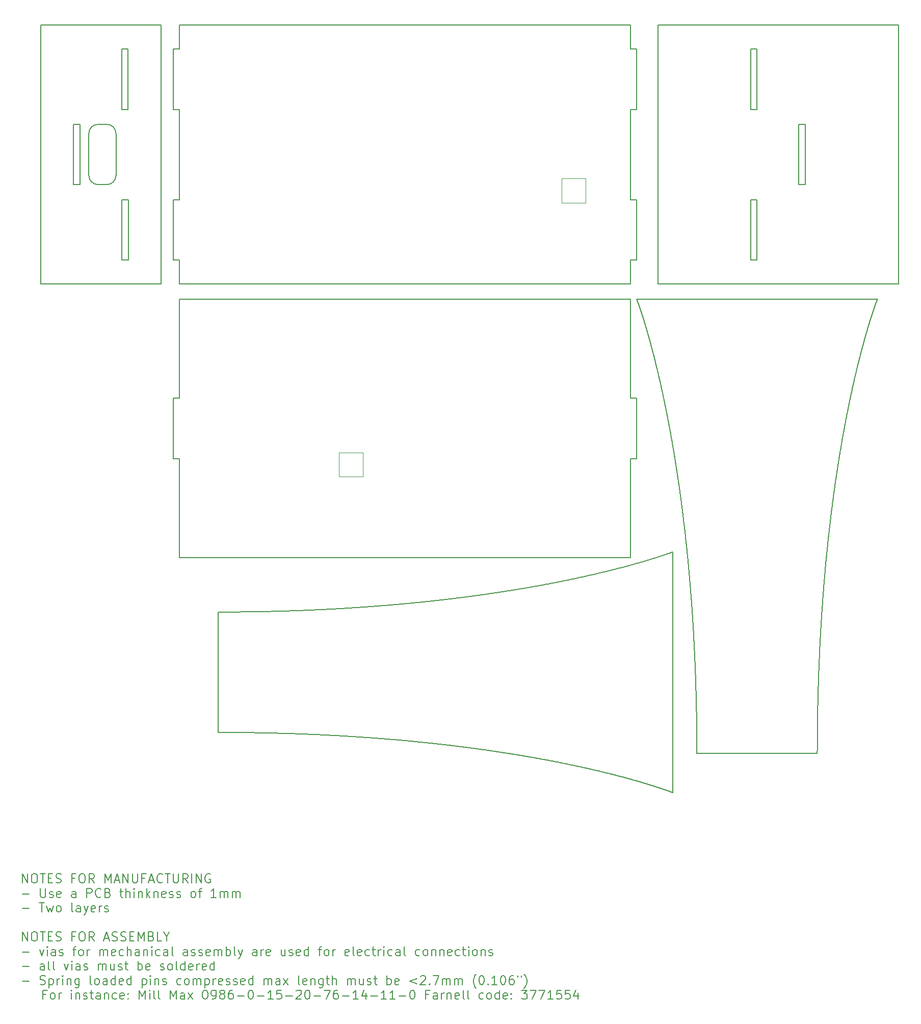
<source format=gbr>
%TF.GenerationSoftware,KiCad,Pcbnew,9.0.0*%
%TF.CreationDate,2025-03-21T15:29:29+01:00*%
%TF.ProjectId,DMW-BLJ31-charger,444d572d-424c-44a3-9331-2d6368617267,rev?*%
%TF.SameCoordinates,Original*%
%TF.FileFunction,Profile,NP*%
%FSLAX46Y46*%
G04 Gerber Fmt 4.6, Leading zero omitted, Abs format (unit mm)*
G04 Created by KiCad (PCBNEW 9.0.0) date 2025-03-21 15:29:29*
%MOMM*%
%LPD*%
G01*
G04 APERTURE LIST*
%TA.AperFunction,Profile*%
%ADD10C,0.200000*%
%TD*%
%ADD11C,0.200000*%
%TA.AperFunction,Profile*%
%ADD12C,0.100000*%
%TD*%
%ADD13C,0.150000*%
G04 APERTURE END LIST*
D10*
X36000000Y-53000000D02*
X34500000Y-53000000D01*
X164000000Y-72000000D02*
X124000000Y-72000000D01*
X142924268Y-30500000D02*
X144000000Y-30500000D01*
X144000000Y-40500000D01*
X142924268Y-40500000D01*
X142924268Y-30500000D01*
X33000000Y-51500000D02*
X33000000Y-44500000D01*
X123000000Y-88500000D02*
X124000000Y-88500000D01*
X124000000Y-98500000D01*
X123000000Y-98500000D01*
X123000000Y-115000000D01*
X48000000Y-115000000D01*
X48000000Y-98500000D01*
X47000000Y-98500000D01*
X47000000Y-88500000D01*
X48000000Y-88500000D01*
X48000000Y-72000000D01*
X123000000Y-72000000D01*
X123000000Y-88500000D01*
X38500000Y-30500000D02*
X39525400Y-30500000D01*
X39525400Y-40500000D01*
X38500000Y-40500000D01*
X38500000Y-30500000D01*
X25000000Y-26500000D02*
X45000000Y-26500000D01*
X45000000Y-69500000D01*
X25000000Y-69500000D01*
X25000000Y-26500000D01*
X37500000Y-51500000D02*
G75*
G02*
X36000000Y-53000000I-1500000J0D01*
G01*
D11*
X134000000Y-147500000D02*
X133999960Y-147326893D01*
X133999840Y-147153880D01*
X133999640Y-146980961D01*
X133999361Y-146808137D01*
X133999001Y-146635407D01*
X133998562Y-146462772D01*
X133998044Y-146290231D01*
X133997445Y-146117785D01*
X133996767Y-145945434D01*
X133996010Y-145773178D01*
X133995173Y-145601017D01*
X133994256Y-145428951D01*
X133993260Y-145256981D01*
X133992185Y-145085105D01*
X133991030Y-144913326D01*
X133989796Y-144741642D01*
X133988483Y-144570053D01*
X133987090Y-144398561D01*
X133985619Y-144227164D01*
X133984068Y-144055864D01*
X133982438Y-143884659D01*
X133980730Y-143713551D01*
X133978942Y-143542539D01*
X133977075Y-143371624D01*
X133975130Y-143200805D01*
X133973105Y-143030083D01*
X133971002Y-142859458D01*
X133968820Y-142688930D01*
X133966560Y-142518499D01*
X133964221Y-142348165D01*
X133961803Y-142177928D01*
X133959306Y-142007788D01*
X133956731Y-141837746D01*
X133954078Y-141667802D01*
X133951346Y-141497955D01*
X133948536Y-141328206D01*
X133945648Y-141158555D01*
X133942681Y-140989003D01*
X133939636Y-140819548D01*
X133936513Y-140650192D01*
X133933312Y-140480934D01*
X133930033Y-140311774D01*
X133926675Y-140142713D01*
X133923240Y-139973751D01*
X133919727Y-139804888D01*
X133916136Y-139636124D01*
X133912467Y-139467459D01*
X133908720Y-139298893D01*
X133904895Y-139130427D01*
X133900993Y-138962060D01*
X133897013Y-138793792D01*
X133892956Y-138625625D01*
X133888821Y-138457557D01*
X133884609Y-138289589D01*
X133880319Y-138121722D01*
X133875952Y-137953954D01*
X133871507Y-137786287D01*
X133866985Y-137618720D01*
X133862386Y-137451254D01*
X133857710Y-137283889D01*
X133852956Y-137116625D01*
X133848126Y-136949461D01*
X133843218Y-136782399D01*
X133838234Y-136615437D01*
X133833172Y-136448578D01*
X133828034Y-136281819D01*
X133822819Y-136115163D01*
X133817527Y-135948608D01*
X133812158Y-135782155D01*
X133806713Y-135615804D01*
X133801191Y-135449555D01*
X133795592Y-135283408D01*
X133789917Y-135117364D01*
X133784166Y-134951422D01*
X133778338Y-134785583D01*
X133772433Y-134619847D01*
X133766453Y-134454213D01*
X133760396Y-134288683D01*
X133754263Y-134123256D01*
X133748054Y-133957932D01*
X133741768Y-133792712D01*
X133735407Y-133627596D01*
X133728970Y-133462583D01*
X133722456Y-133297674D01*
X133715867Y-133132869D01*
X133709202Y-132968168D01*
X133702462Y-132803572D01*
X133695645Y-132639080D01*
X133688753Y-132474692D01*
X133681786Y-132310410D01*
X133674742Y-132146232D01*
X133667624Y-131982159D01*
X133660430Y-131818192D01*
X133653160Y-131654329D01*
X133645815Y-131490573D01*
X133638395Y-131326921D01*
X133630900Y-131163376D01*
X133623330Y-130999936D01*
X133615684Y-130836603D01*
X133607964Y-130673375D01*
X133600168Y-130510254D01*
X133592298Y-130347240D01*
X133584352Y-130184332D01*
X133576332Y-130021531D01*
X133568237Y-129858836D01*
X133560068Y-129696249D01*
X133551824Y-129533769D01*
X133543505Y-129371397D01*
X133535112Y-129209132D01*
X133526644Y-129046975D01*
X133518102Y-128884925D01*
X133509485Y-128722984D01*
X133500795Y-128561150D01*
X133492030Y-128399425D01*
X133483191Y-128237809D01*
X133474278Y-128076301D01*
X133465290Y-127914902D01*
X133456229Y-127753612D01*
X133447094Y-127592431D01*
X133437885Y-127431359D01*
X133428603Y-127270397D01*
X133419246Y-127109544D01*
X133409816Y-126948801D01*
X133400312Y-126788168D01*
X133390735Y-126627645D01*
X133381084Y-126467232D01*
X133371360Y-126306929D01*
X133361563Y-126146737D01*
X133351692Y-125986656D01*
X133341748Y-125826686D01*
X133331731Y-125666827D01*
X133321641Y-125507079D01*
X133311477Y-125347443D01*
X133301241Y-125187918D01*
X133290932Y-125028505D01*
X133280550Y-124869203D01*
X133270095Y-124710014D01*
X133259568Y-124550937D01*
X133248967Y-124391973D01*
X133238295Y-124233121D01*
X133227550Y-124074382D01*
X133216732Y-123915756D01*
X133205842Y-123757243D01*
X133194879Y-123598843D01*
X133183845Y-123440557D01*
X133172738Y-123282385D01*
X133161559Y-123124326D01*
X133150308Y-122966382D01*
X133138985Y-122808552D01*
X133127591Y-122650836D01*
X133116124Y-122493234D01*
X133104585Y-122335748D01*
X133092975Y-122178376D01*
X133081294Y-122021120D01*
X133069540Y-121863979D01*
X133057716Y-121706953D01*
X133045819Y-121550043D01*
X133033852Y-121393249D01*
X133021813Y-121236571D01*
X133009703Y-121080009D01*
X132997522Y-120923564D01*
X132985269Y-120767236D01*
X132972946Y-120611024D01*
X132960552Y-120454929D01*
X132948087Y-120298952D01*
X132935551Y-120143092D01*
X132922945Y-119987350D01*
X132910268Y-119831725D01*
X132897520Y-119676219D01*
X132884702Y-119520831D01*
X132871813Y-119365561D01*
X132858855Y-119210410D01*
X132845825Y-119055377D01*
X132832726Y-118900464D01*
X132819557Y-118745670D01*
X132806317Y-118590995D01*
X132793008Y-118436441D01*
X132779629Y-118282005D01*
X132766180Y-118127690D01*
X132752661Y-117973496D01*
X132739072Y-117819422D01*
X132725414Y-117665468D01*
X132711687Y-117511635D01*
X132697890Y-117357924D01*
X132684024Y-117204334D01*
X132670088Y-117050865D01*
X132656084Y-116897519D01*
X132642010Y-116744294D01*
X132627867Y-116591191D01*
X132613656Y-116438211D01*
X132599375Y-116285354D01*
X132585026Y-116132619D01*
X132570608Y-115980007D01*
X132556121Y-115827519D01*
X132541566Y-115675155D01*
X132526943Y-115522914D01*
X132512251Y-115370797D01*
X132497491Y-115218804D01*
X132482662Y-115066936D01*
X132467766Y-114915193D01*
X132452802Y-114763574D01*
X132437769Y-114612081D01*
X132422669Y-114460713D01*
X132407501Y-114309470D01*
X132392265Y-114158354D01*
X132376962Y-114007363D01*
X132361591Y-113856499D01*
X132346153Y-113705762D01*
X132330648Y-113555151D01*
X132315075Y-113404667D01*
X132299435Y-113254311D01*
X132283728Y-113104082D01*
X132267955Y-112953981D01*
X132252114Y-112804008D01*
X132236206Y-112654164D01*
X132220232Y-112504448D01*
X132204191Y-112354860D01*
X132188084Y-112205402D01*
X132171910Y-112056073D01*
X132155670Y-111906874D01*
X132139364Y-111757804D01*
X132122992Y-111608865D01*
X132106553Y-111460056D01*
X132090049Y-111311377D01*
X132073478Y-111162830D01*
X132056842Y-111014413D01*
X132040141Y-110866128D01*
X132023373Y-110717974D01*
X132006541Y-110569953D01*
X131989643Y-110422063D01*
X131972679Y-110274306D01*
X131955651Y-110126682D01*
X131938557Y-109979191D01*
X131921399Y-109831833D01*
X131904175Y-109684609D01*
X131886887Y-109537518D01*
X131869534Y-109390562D01*
X131852117Y-109243740D01*
X131834635Y-109097053D01*
X131817088Y-108950500D01*
X131799478Y-108804083D01*
X131781803Y-108657802D01*
X131764064Y-108511656D01*
X131746262Y-108365646D01*
X131728395Y-108219773D01*
X131710465Y-108074037D01*
X131692471Y-107928437D01*
X131674414Y-107782975D01*
X131656293Y-107637650D01*
X131638109Y-107492464D01*
X131619861Y-107347415D01*
X131601551Y-107202505D01*
X131583178Y-107057734D01*
X131564741Y-106913102D01*
X131546242Y-106768609D01*
X131527681Y-106624256D01*
X131509057Y-106480043D01*
X131490370Y-106335971D01*
X131471621Y-106192039D01*
X131452810Y-106048248D01*
X131433937Y-105904599D01*
X131415002Y-105761091D01*
X131396005Y-105617725D01*
X131376946Y-105474501D01*
X131357826Y-105331420D01*
X131338644Y-105188482D01*
X131319401Y-105045688D01*
X131300097Y-104903036D01*
X131280732Y-104760529D01*
X131261305Y-104618166D01*
X131241818Y-104475948D01*
X131222270Y-104333875D01*
X131202661Y-104191947D01*
X131182992Y-104050164D01*
X131163262Y-103908528D01*
X131143473Y-103767038D01*
X131123623Y-103625695D01*
X131103713Y-103484498D01*
X131083743Y-103343450D01*
X131063713Y-103202549D01*
X131043624Y-103061796D01*
X131023476Y-102921191D01*
X131003268Y-102780736D01*
X130983000Y-102640429D01*
X130962674Y-102500273D01*
X130942289Y-102360266D01*
X130921845Y-102220409D01*
X130901342Y-102080704D01*
X130880781Y-101941149D01*
X130860161Y-101801746D01*
X130839483Y-101662495D01*
X130818747Y-101523396D01*
X130797953Y-101384449D01*
X130777101Y-101245656D01*
X130756191Y-101107016D01*
X130735224Y-100968530D01*
X130714200Y-100830198D01*
X130693118Y-100692021D01*
X130671979Y-100553999D01*
X130650783Y-100416132D01*
X130629530Y-100278421D01*
X130608220Y-100140866D01*
X130586854Y-100003468D01*
X130565432Y-99866228D01*
X130543953Y-99729144D01*
X130522419Y-99592219D01*
X130500828Y-99455452D01*
X130479181Y-99318843D01*
X130457479Y-99182394D01*
X130435722Y-99046105D01*
X130413909Y-98909975D01*
X130392041Y-98774007D01*
X130370118Y-98638199D01*
X130348140Y-98502552D01*
X130326108Y-98367068D01*
X130304021Y-98231746D01*
X130281880Y-98096586D01*
X130259684Y-97961590D01*
X130237435Y-97826758D01*
X130215131Y-97692089D01*
X130192774Y-97557586D01*
X130170364Y-97423247D01*
X130147900Y-97289074D01*
X130125383Y-97155067D01*
X130102813Y-97021227D01*
X130080191Y-96887554D01*
X130057515Y-96754048D01*
X130034787Y-96620710D01*
X130012007Y-96487541D01*
X129989175Y-96354541D01*
X129966291Y-96221710D01*
X129943355Y-96089049D01*
X129920368Y-95956559D01*
X129897330Y-95824240D01*
X129874240Y-95692093D01*
X129851099Y-95560117D01*
X129827907Y-95428315D01*
X129804665Y-95296685D01*
X129781373Y-95165229D01*
X129758030Y-95033947D01*
X129734637Y-94902840D01*
X129711195Y-94771909D01*
X129687702Y-94641153D01*
X129664161Y-94510574D01*
X129640570Y-94380171D01*
X129616930Y-94249947D01*
X129593242Y-94119900D01*
X129569504Y-93990032D01*
X129545719Y-93860343D01*
X129521885Y-93730835D01*
X129498003Y-93601506D01*
X129474074Y-93472359D01*
X129450097Y-93343393D01*
X129426073Y-93214610D01*
X129402001Y-93086009D01*
X129377883Y-92957592D01*
X129353718Y-92829359D01*
X129329507Y-92701310D01*
X129305249Y-92573447D01*
X129280946Y-92445770D01*
X129256597Y-92318279D01*
X129232202Y-92190976D01*
X129207762Y-92063860D01*
X129183277Y-91936933D01*
X129158747Y-91810195D01*
X129134173Y-91683647D01*
X129109554Y-91557290D01*
X129084892Y-91431123D01*
X129060185Y-91305149D01*
X129035435Y-91179367D01*
X129010642Y-91053778D01*
X128985805Y-90928383D01*
X128960926Y-90803183D01*
X128936004Y-90678178D01*
X128911040Y-90553370D01*
X128886034Y-90428758D01*
X128860986Y-90304343D01*
X128835897Y-90180127D01*
X128810766Y-90056110D01*
X128785595Y-89932293D01*
X128760383Y-89808676D01*
X128735130Y-89685261D01*
X128709837Y-89562047D01*
X128684505Y-89439036D01*
X128659133Y-89316229D01*
X128633722Y-89193627D01*
X128608272Y-89071229D01*
X128582783Y-88949038D01*
X128557255Y-88827053D01*
X128531690Y-88705276D01*
X128506087Y-88583707D01*
X128480447Y-88462348D01*
X128454769Y-88341199D01*
X128429055Y-88220261D01*
X128403304Y-88099535D01*
X128377516Y-87979021D01*
X128351693Y-87858722D01*
X128325835Y-87738636D01*
X128299941Y-87618767D01*
X128274012Y-87499113D01*
X128248049Y-87379677D01*
X128222052Y-87260459D01*
X128196020Y-87141460D01*
X128169956Y-87022681D01*
X128143858Y-86904123D01*
X128117727Y-86785787D01*
X128091564Y-86667674D01*
X128065368Y-86549785D01*
X128039141Y-86432120D01*
X128012883Y-86314682D01*
X127986593Y-86197471D01*
X127960273Y-86080487D01*
X127933923Y-85963733D01*
X127907543Y-85847209D01*
X127881133Y-85730915D01*
X127854695Y-85614854D01*
X127828228Y-85499027D01*
X127801732Y-85383433D01*
X127775209Y-85268075D01*
X127748658Y-85152954D01*
X127722080Y-85038070D01*
X127695476Y-84923426D01*
X127668846Y-84809021D01*
X127642189Y-84694858D01*
X127615508Y-84580937D01*
X127588802Y-84467259D01*
X127562071Y-84353827D01*
X127535316Y-84240640D01*
X127508538Y-84127701D01*
X127481737Y-84015010D01*
X127454913Y-83902569D01*
X127428068Y-83790380D01*
X127401201Y-83678442D01*
X127374312Y-83566759D01*
X127347403Y-83455330D01*
X127320474Y-83344159D01*
X127293526Y-83233244D01*
X127266558Y-83122589D01*
X127239572Y-83012195D01*
X127212568Y-82902063D01*
X127185547Y-82792194D01*
X127158508Y-82682591D01*
X127131454Y-82573253D01*
X127104383Y-82464184D01*
X127077297Y-82355384D01*
X127050197Y-82246856D01*
X127023082Y-82138599D01*
X126995954Y-82030617D01*
X126968813Y-81922911D01*
X126941660Y-81815482D01*
X126914496Y-81708333D01*
X126887320Y-81601464D01*
X126860134Y-81494878D01*
X126832938Y-81388575D01*
X126805733Y-81282559D01*
X126778520Y-81176831D01*
X126751299Y-81071392D01*
X126724071Y-80966244D01*
X126696836Y-80861390D01*
X126669596Y-80756830D01*
X126642351Y-80652568D01*
X126615102Y-80548605D01*
X126587849Y-80444943D01*
X126560594Y-80341583D01*
X126533337Y-80238529D01*
X126506078Y-80135782D01*
X126478819Y-80033344D01*
X126451561Y-79931217D01*
X126424304Y-79829404D01*
X126397049Y-79727907D01*
X126369797Y-79626728D01*
X126342549Y-79525868D01*
X126315306Y-79425332D01*
X126288068Y-79325120D01*
X126260836Y-79225236D01*
X126233613Y-79125682D01*
X126206397Y-79026460D01*
X126179191Y-78927573D01*
X126151995Y-78829023D01*
X126124810Y-78730813D01*
X126097638Y-78632946D01*
X126070479Y-78535425D01*
X126043334Y-78438252D01*
X126016205Y-78341430D01*
X125989093Y-78244962D01*
X125961998Y-78148851D01*
X125934922Y-78053100D01*
X125907866Y-77957713D01*
X125880832Y-77862691D01*
X125853820Y-77768039D01*
X125826831Y-77673759D01*
X125799867Y-77579856D01*
X125772930Y-77486332D01*
X125746020Y-77393190D01*
X125719139Y-77300436D01*
X125692289Y-77208071D01*
X125665470Y-77116100D01*
X125638684Y-77024527D01*
X125611933Y-76933355D01*
X125585218Y-76842589D01*
X125558541Y-76752233D01*
X125531903Y-76662290D01*
X125505306Y-76572765D01*
X125478752Y-76483662D01*
X125452242Y-76394987D01*
X125425778Y-76306743D01*
X125399362Y-76218935D01*
X125372996Y-76131569D01*
X125346682Y-76044648D01*
X125320422Y-75958179D01*
X125294217Y-75872166D01*
X125268070Y-75786615D01*
X125241982Y-75701532D01*
X125215957Y-75616922D01*
X125189997Y-75532790D01*
X125164103Y-75449144D01*
X125138278Y-75365990D01*
X125112525Y-75283333D01*
X125086846Y-75201181D01*
X125061244Y-75119540D01*
X125035721Y-75038418D01*
X125010281Y-74957822D01*
X124984926Y-74877759D01*
X124959660Y-74798237D01*
X124934485Y-74719265D01*
X124909404Y-74640851D01*
X124884422Y-74563003D01*
X124859542Y-74485731D01*
X124834767Y-74409045D01*
X124810101Y-74332953D01*
X124785549Y-74257467D01*
X124761113Y-74182596D01*
X124736799Y-74108353D01*
X124712612Y-74034748D01*
X124688555Y-73961794D01*
X124664633Y-73889504D01*
X124640853Y-73817890D01*
X124617219Y-73746967D01*
X124593737Y-73676749D01*
X124570413Y-73607253D01*
X124547253Y-73538493D01*
X124524264Y-73470488D01*
X124501454Y-73403256D01*
X124478829Y-73336815D01*
X124456398Y-73271187D01*
X124434169Y-73206393D01*
X124412151Y-73142456D01*
X124390355Y-73079401D01*
X124368789Y-73017256D01*
X124347467Y-72956048D01*
X124326399Y-72895809D01*
X124305599Y-72836572D01*
X124285081Y-72778375D01*
X124264861Y-72721256D01*
X124244956Y-72665260D01*
X124225385Y-72610435D01*
X124206170Y-72556835D01*
X124187333Y-72504521D01*
X124168902Y-72453560D01*
X124150906Y-72404030D01*
X124133382Y-72356019D01*
X124116369Y-72309632D01*
X124099916Y-72264990D01*
X124084080Y-72222243D01*
X124068935Y-72181571D01*
X124054570Y-72143206D01*
X124041105Y-72107453D01*
X124028709Y-72074735D01*
X124017631Y-72045688D01*
X124008299Y-72021395D01*
X124001631Y-72004179D01*
X124000000Y-72000000D01*
D12*
X74500000Y-97500000D02*
X78500000Y-97500000D01*
X78500000Y-101500000D01*
X74500000Y-101500000D01*
X74500000Y-97500000D01*
D10*
X30424268Y-43000000D02*
X31500000Y-43000000D01*
X31500000Y-53000000D01*
X30424268Y-53000000D01*
X30424268Y-43000000D01*
X34500000Y-43000000D02*
X36000000Y-43000000D01*
X123000000Y-30500000D02*
X124000000Y-30500000D01*
X124000000Y-40500000D01*
X123000000Y-40500000D01*
X123000000Y-55500000D01*
X124000000Y-55500000D01*
X124000000Y-65500000D01*
X123000000Y-65500000D01*
X123000000Y-69500000D01*
X48000000Y-69500000D01*
X48000000Y-65500000D01*
X47000000Y-65500000D01*
X47000000Y-55500000D01*
X48000000Y-55500000D01*
X48000000Y-40500000D01*
X47000000Y-40500000D01*
X47000000Y-30500000D01*
X48000000Y-30500000D01*
X48000000Y-26500000D01*
X123000000Y-26500000D01*
X123000000Y-30500000D01*
X34500000Y-53000000D02*
G75*
G02*
X33000000Y-51500000I0J1500000D01*
G01*
X36000000Y-43000000D02*
G75*
G02*
X37500000Y-44500000I0J-1500000D01*
G01*
D12*
X111500000Y-52000000D02*
X115500000Y-52000000D01*
X115500000Y-56000000D01*
X111500000Y-56000000D01*
X111500000Y-52000000D01*
D10*
X37500000Y-44500000D02*
X37500000Y-51500000D01*
X154000000Y-147500000D02*
X134000000Y-147500000D01*
X127500000Y-26500000D02*
X167500000Y-26500000D01*
X167500000Y-69500000D01*
X127500000Y-69500000D01*
X127500000Y-26500000D01*
D11*
X54500000Y-124000000D02*
X54673107Y-123999960D01*
X54846120Y-123999840D01*
X55019039Y-123999640D01*
X55191863Y-123999361D01*
X55364593Y-123999001D01*
X55537228Y-123998562D01*
X55709769Y-123998044D01*
X55882215Y-123997445D01*
X56054566Y-123996767D01*
X56226822Y-123996010D01*
X56398983Y-123995173D01*
X56571049Y-123994256D01*
X56743019Y-123993260D01*
X56914895Y-123992185D01*
X57086674Y-123991030D01*
X57258358Y-123989796D01*
X57429947Y-123988483D01*
X57601439Y-123987090D01*
X57772836Y-123985619D01*
X57944136Y-123984068D01*
X58115341Y-123982438D01*
X58286449Y-123980730D01*
X58457461Y-123978942D01*
X58628376Y-123977075D01*
X58799195Y-123975130D01*
X58969917Y-123973105D01*
X59140542Y-123971002D01*
X59311070Y-123968820D01*
X59481501Y-123966560D01*
X59651835Y-123964221D01*
X59822072Y-123961803D01*
X59992212Y-123959306D01*
X60162254Y-123956731D01*
X60332198Y-123954078D01*
X60502045Y-123951346D01*
X60671794Y-123948536D01*
X60841445Y-123945648D01*
X61010997Y-123942681D01*
X61180452Y-123939636D01*
X61349808Y-123936513D01*
X61519066Y-123933312D01*
X61688226Y-123930033D01*
X61857287Y-123926675D01*
X62026249Y-123923240D01*
X62195112Y-123919727D01*
X62363876Y-123916136D01*
X62532541Y-123912467D01*
X62701107Y-123908720D01*
X62869573Y-123904895D01*
X63037940Y-123900993D01*
X63206208Y-123897013D01*
X63374375Y-123892956D01*
X63542443Y-123888821D01*
X63710411Y-123884609D01*
X63878278Y-123880319D01*
X64046046Y-123875952D01*
X64213713Y-123871507D01*
X64381280Y-123866985D01*
X64548746Y-123862386D01*
X64716111Y-123857710D01*
X64883375Y-123852956D01*
X65050539Y-123848126D01*
X65217601Y-123843218D01*
X65384563Y-123838234D01*
X65551422Y-123833172D01*
X65718181Y-123828034D01*
X65884837Y-123822819D01*
X66051392Y-123817527D01*
X66217845Y-123812158D01*
X66384196Y-123806713D01*
X66550445Y-123801191D01*
X66716592Y-123795592D01*
X66882636Y-123789917D01*
X67048578Y-123784166D01*
X67214417Y-123778338D01*
X67380153Y-123772433D01*
X67545787Y-123766453D01*
X67711317Y-123760396D01*
X67876744Y-123754263D01*
X68042068Y-123748054D01*
X68207288Y-123741768D01*
X68372404Y-123735407D01*
X68537417Y-123728970D01*
X68702326Y-123722456D01*
X68867131Y-123715867D01*
X69031832Y-123709202D01*
X69196428Y-123702462D01*
X69360920Y-123695645D01*
X69525308Y-123688753D01*
X69689590Y-123681786D01*
X69853768Y-123674742D01*
X70017841Y-123667624D01*
X70181808Y-123660430D01*
X70345671Y-123653160D01*
X70509427Y-123645815D01*
X70673079Y-123638395D01*
X70836624Y-123630900D01*
X71000064Y-123623330D01*
X71163397Y-123615684D01*
X71326625Y-123607964D01*
X71489746Y-123600168D01*
X71652760Y-123592298D01*
X71815668Y-123584352D01*
X71978469Y-123576332D01*
X72141164Y-123568237D01*
X72303751Y-123560068D01*
X72466231Y-123551824D01*
X72628603Y-123543505D01*
X72790868Y-123535112D01*
X72953025Y-123526644D01*
X73115075Y-123518102D01*
X73277016Y-123509485D01*
X73438850Y-123500795D01*
X73600575Y-123492030D01*
X73762191Y-123483191D01*
X73923699Y-123474278D01*
X74085098Y-123465290D01*
X74246388Y-123456229D01*
X74407569Y-123447094D01*
X74568641Y-123437885D01*
X74729603Y-123428603D01*
X74890456Y-123419246D01*
X75051199Y-123409816D01*
X75211832Y-123400312D01*
X75372355Y-123390735D01*
X75532768Y-123381084D01*
X75693071Y-123371360D01*
X75853263Y-123361563D01*
X76013344Y-123351692D01*
X76173314Y-123341748D01*
X76333173Y-123331731D01*
X76492921Y-123321641D01*
X76652557Y-123311477D01*
X76812082Y-123301241D01*
X76971495Y-123290932D01*
X77130797Y-123280550D01*
X77289986Y-123270095D01*
X77449063Y-123259568D01*
X77608027Y-123248967D01*
X77766879Y-123238295D01*
X77925618Y-123227550D01*
X78084244Y-123216732D01*
X78242757Y-123205842D01*
X78401157Y-123194879D01*
X78559443Y-123183845D01*
X78717615Y-123172738D01*
X78875674Y-123161559D01*
X79033618Y-123150308D01*
X79191448Y-123138985D01*
X79349164Y-123127591D01*
X79506766Y-123116124D01*
X79664252Y-123104585D01*
X79821624Y-123092975D01*
X79978880Y-123081294D01*
X80136021Y-123069540D01*
X80293047Y-123057716D01*
X80449957Y-123045819D01*
X80606751Y-123033852D01*
X80763429Y-123021813D01*
X80919991Y-123009703D01*
X81076436Y-122997522D01*
X81232764Y-122985269D01*
X81388976Y-122972946D01*
X81545071Y-122960552D01*
X81701048Y-122948087D01*
X81856908Y-122935551D01*
X82012650Y-122922945D01*
X82168275Y-122910268D01*
X82323781Y-122897520D01*
X82479169Y-122884702D01*
X82634439Y-122871813D01*
X82789590Y-122858855D01*
X82944623Y-122845825D01*
X83099536Y-122832726D01*
X83254330Y-122819557D01*
X83409005Y-122806317D01*
X83563559Y-122793008D01*
X83717995Y-122779629D01*
X83872310Y-122766180D01*
X84026504Y-122752661D01*
X84180578Y-122739072D01*
X84334532Y-122725414D01*
X84488365Y-122711687D01*
X84642076Y-122697890D01*
X84795666Y-122684024D01*
X84949135Y-122670088D01*
X85102481Y-122656084D01*
X85255706Y-122642010D01*
X85408809Y-122627867D01*
X85561789Y-122613656D01*
X85714646Y-122599375D01*
X85867381Y-122585026D01*
X86019993Y-122570608D01*
X86172481Y-122556121D01*
X86324845Y-122541566D01*
X86477086Y-122526943D01*
X86629203Y-122512251D01*
X86781196Y-122497491D01*
X86933064Y-122482662D01*
X87084807Y-122467766D01*
X87236426Y-122452802D01*
X87387919Y-122437769D01*
X87539287Y-122422669D01*
X87690530Y-122407501D01*
X87841646Y-122392265D01*
X87992637Y-122376962D01*
X88143501Y-122361591D01*
X88294238Y-122346153D01*
X88444849Y-122330648D01*
X88595333Y-122315075D01*
X88745689Y-122299435D01*
X88895918Y-122283728D01*
X89046019Y-122267955D01*
X89195992Y-122252114D01*
X89345836Y-122236206D01*
X89495552Y-122220232D01*
X89645140Y-122204191D01*
X89794598Y-122188084D01*
X89943927Y-122171910D01*
X90093126Y-122155670D01*
X90242196Y-122139364D01*
X90391135Y-122122992D01*
X90539944Y-122106553D01*
X90688623Y-122090049D01*
X90837170Y-122073478D01*
X90985587Y-122056842D01*
X91133872Y-122040141D01*
X91282026Y-122023373D01*
X91430047Y-122006541D01*
X91577937Y-121989643D01*
X91725694Y-121972679D01*
X91873318Y-121955651D01*
X92020809Y-121938557D01*
X92168167Y-121921399D01*
X92315391Y-121904175D01*
X92462482Y-121886887D01*
X92609438Y-121869534D01*
X92756260Y-121852117D01*
X92902947Y-121834635D01*
X93049500Y-121817088D01*
X93195917Y-121799478D01*
X93342198Y-121781803D01*
X93488344Y-121764064D01*
X93634354Y-121746262D01*
X93780227Y-121728395D01*
X93925963Y-121710465D01*
X94071563Y-121692471D01*
X94217025Y-121674414D01*
X94362350Y-121656293D01*
X94507536Y-121638109D01*
X94652585Y-121619861D01*
X94797495Y-121601551D01*
X94942266Y-121583178D01*
X95086898Y-121564741D01*
X95231391Y-121546242D01*
X95375744Y-121527681D01*
X95519957Y-121509057D01*
X95664029Y-121490370D01*
X95807961Y-121471621D01*
X95951752Y-121452810D01*
X96095401Y-121433937D01*
X96238909Y-121415002D01*
X96382275Y-121396005D01*
X96525499Y-121376946D01*
X96668580Y-121357826D01*
X96811518Y-121338644D01*
X96954312Y-121319401D01*
X97096964Y-121300097D01*
X97239471Y-121280732D01*
X97381834Y-121261305D01*
X97524052Y-121241818D01*
X97666125Y-121222270D01*
X97808053Y-121202661D01*
X97949836Y-121182992D01*
X98091472Y-121163262D01*
X98232962Y-121143473D01*
X98374305Y-121123623D01*
X98515502Y-121103713D01*
X98656550Y-121083743D01*
X98797451Y-121063713D01*
X98938204Y-121043624D01*
X99078809Y-121023476D01*
X99219264Y-121003268D01*
X99359571Y-120983000D01*
X99499727Y-120962674D01*
X99639734Y-120942289D01*
X99779591Y-120921845D01*
X99919296Y-120901342D01*
X100058851Y-120880781D01*
X100198254Y-120860161D01*
X100337505Y-120839483D01*
X100476604Y-120818747D01*
X100615551Y-120797953D01*
X100754344Y-120777101D01*
X100892984Y-120756191D01*
X101031470Y-120735224D01*
X101169802Y-120714200D01*
X101307979Y-120693118D01*
X101446001Y-120671979D01*
X101583868Y-120650783D01*
X101721579Y-120629530D01*
X101859134Y-120608220D01*
X101996532Y-120586854D01*
X102133772Y-120565432D01*
X102270856Y-120543953D01*
X102407781Y-120522419D01*
X102544548Y-120500828D01*
X102681157Y-120479181D01*
X102817606Y-120457479D01*
X102953895Y-120435722D01*
X103090025Y-120413909D01*
X103225993Y-120392041D01*
X103361801Y-120370118D01*
X103497448Y-120348140D01*
X103632932Y-120326108D01*
X103768254Y-120304021D01*
X103903414Y-120281880D01*
X104038410Y-120259684D01*
X104173242Y-120237435D01*
X104307911Y-120215131D01*
X104442414Y-120192774D01*
X104576753Y-120170364D01*
X104710926Y-120147900D01*
X104844933Y-120125383D01*
X104978773Y-120102813D01*
X105112446Y-120080191D01*
X105245952Y-120057515D01*
X105379290Y-120034787D01*
X105512459Y-120012007D01*
X105645459Y-119989175D01*
X105778290Y-119966291D01*
X105910951Y-119943355D01*
X106043441Y-119920368D01*
X106175760Y-119897330D01*
X106307907Y-119874240D01*
X106439883Y-119851099D01*
X106571685Y-119827907D01*
X106703315Y-119804665D01*
X106834771Y-119781373D01*
X106966053Y-119758030D01*
X107097160Y-119734637D01*
X107228091Y-119711195D01*
X107358847Y-119687702D01*
X107489426Y-119664161D01*
X107619829Y-119640570D01*
X107750053Y-119616930D01*
X107880100Y-119593242D01*
X108009968Y-119569504D01*
X108139657Y-119545719D01*
X108269165Y-119521885D01*
X108398494Y-119498003D01*
X108527641Y-119474074D01*
X108656607Y-119450097D01*
X108785390Y-119426073D01*
X108913991Y-119402001D01*
X109042408Y-119377883D01*
X109170641Y-119353718D01*
X109298690Y-119329507D01*
X109426553Y-119305249D01*
X109554230Y-119280946D01*
X109681721Y-119256597D01*
X109809024Y-119232202D01*
X109936140Y-119207762D01*
X110063067Y-119183277D01*
X110189805Y-119158747D01*
X110316353Y-119134173D01*
X110442710Y-119109554D01*
X110568877Y-119084892D01*
X110694851Y-119060185D01*
X110820633Y-119035435D01*
X110946222Y-119010642D01*
X111071617Y-118985805D01*
X111196817Y-118960926D01*
X111321822Y-118936004D01*
X111446630Y-118911040D01*
X111571242Y-118886034D01*
X111695657Y-118860986D01*
X111819873Y-118835897D01*
X111943890Y-118810766D01*
X112067707Y-118785595D01*
X112191324Y-118760383D01*
X112314739Y-118735130D01*
X112437953Y-118709837D01*
X112560964Y-118684505D01*
X112683771Y-118659133D01*
X112806373Y-118633722D01*
X112928771Y-118608272D01*
X113050962Y-118582783D01*
X113172947Y-118557255D01*
X113294724Y-118531690D01*
X113416293Y-118506087D01*
X113537652Y-118480447D01*
X113658801Y-118454769D01*
X113779739Y-118429055D01*
X113900465Y-118403304D01*
X114020979Y-118377516D01*
X114141278Y-118351693D01*
X114261364Y-118325835D01*
X114381233Y-118299941D01*
X114500887Y-118274012D01*
X114620323Y-118248049D01*
X114739541Y-118222052D01*
X114858540Y-118196020D01*
X114977319Y-118169956D01*
X115095877Y-118143858D01*
X115214213Y-118117727D01*
X115332326Y-118091564D01*
X115450215Y-118065368D01*
X115567880Y-118039141D01*
X115685318Y-118012883D01*
X115802529Y-117986593D01*
X115919513Y-117960273D01*
X116036267Y-117933923D01*
X116152791Y-117907543D01*
X116269085Y-117881133D01*
X116385146Y-117854695D01*
X116500973Y-117828228D01*
X116616567Y-117801732D01*
X116731925Y-117775209D01*
X116847046Y-117748658D01*
X116961930Y-117722080D01*
X117076574Y-117695476D01*
X117190979Y-117668846D01*
X117305142Y-117642189D01*
X117419063Y-117615508D01*
X117532741Y-117588802D01*
X117646173Y-117562071D01*
X117759360Y-117535316D01*
X117872299Y-117508538D01*
X117984990Y-117481737D01*
X118097431Y-117454913D01*
X118209620Y-117428068D01*
X118321558Y-117401201D01*
X118433241Y-117374312D01*
X118544670Y-117347403D01*
X118655841Y-117320474D01*
X118766756Y-117293526D01*
X118877411Y-117266558D01*
X118987805Y-117239572D01*
X119097937Y-117212568D01*
X119207806Y-117185547D01*
X119317409Y-117158508D01*
X119426747Y-117131454D01*
X119535816Y-117104383D01*
X119644616Y-117077297D01*
X119753144Y-117050197D01*
X119861401Y-117023082D01*
X119969383Y-116995954D01*
X120077089Y-116968813D01*
X120184518Y-116941660D01*
X120291667Y-116914496D01*
X120398536Y-116887320D01*
X120505122Y-116860134D01*
X120611425Y-116832938D01*
X120717441Y-116805733D01*
X120823169Y-116778520D01*
X120928608Y-116751299D01*
X121033756Y-116724071D01*
X121138610Y-116696836D01*
X121243170Y-116669596D01*
X121347432Y-116642351D01*
X121451395Y-116615102D01*
X121555057Y-116587849D01*
X121658417Y-116560594D01*
X121761471Y-116533337D01*
X121864218Y-116506078D01*
X121966656Y-116478819D01*
X122068783Y-116451561D01*
X122170596Y-116424304D01*
X122272093Y-116397049D01*
X122373272Y-116369797D01*
X122474132Y-116342549D01*
X122574668Y-116315306D01*
X122674880Y-116288068D01*
X122774764Y-116260836D01*
X122874318Y-116233613D01*
X122973540Y-116206397D01*
X123072427Y-116179191D01*
X123170977Y-116151995D01*
X123269187Y-116124810D01*
X123367054Y-116097638D01*
X123464575Y-116070479D01*
X123561748Y-116043334D01*
X123658570Y-116016205D01*
X123755038Y-115989093D01*
X123851149Y-115961998D01*
X123946900Y-115934922D01*
X124042287Y-115907866D01*
X124137309Y-115880832D01*
X124231961Y-115853820D01*
X124326241Y-115826831D01*
X124420144Y-115799867D01*
X124513668Y-115772930D01*
X124606810Y-115746020D01*
X124699564Y-115719139D01*
X124791929Y-115692289D01*
X124883900Y-115665470D01*
X124975473Y-115638684D01*
X125066645Y-115611933D01*
X125157411Y-115585218D01*
X125247767Y-115558541D01*
X125337710Y-115531903D01*
X125427235Y-115505306D01*
X125516338Y-115478752D01*
X125605013Y-115452242D01*
X125693257Y-115425778D01*
X125781065Y-115399362D01*
X125868431Y-115372996D01*
X125955352Y-115346682D01*
X126041821Y-115320422D01*
X126127834Y-115294217D01*
X126213385Y-115268070D01*
X126298468Y-115241982D01*
X126383078Y-115215957D01*
X126467210Y-115189997D01*
X126550856Y-115164103D01*
X126634010Y-115138278D01*
X126716667Y-115112525D01*
X126798819Y-115086846D01*
X126880460Y-115061244D01*
X126961582Y-115035721D01*
X127042178Y-115010281D01*
X127122241Y-114984926D01*
X127201763Y-114959660D01*
X127280735Y-114934485D01*
X127359149Y-114909404D01*
X127436997Y-114884422D01*
X127514269Y-114859542D01*
X127590955Y-114834767D01*
X127667047Y-114810101D01*
X127742533Y-114785549D01*
X127817404Y-114761113D01*
X127891647Y-114736799D01*
X127965252Y-114712612D01*
X128038206Y-114688555D01*
X128110496Y-114664633D01*
X128182110Y-114640853D01*
X128253033Y-114617219D01*
X128323251Y-114593737D01*
X128392747Y-114570413D01*
X128461507Y-114547253D01*
X128529512Y-114524264D01*
X128596744Y-114501454D01*
X128663185Y-114478829D01*
X128728813Y-114456398D01*
X128793607Y-114434169D01*
X128857544Y-114412151D01*
X128920599Y-114390355D01*
X128982744Y-114368789D01*
X129043952Y-114347467D01*
X129104191Y-114326399D01*
X129163428Y-114305599D01*
X129221625Y-114285081D01*
X129278744Y-114264861D01*
X129334740Y-114244956D01*
X129389565Y-114225385D01*
X129443165Y-114206170D01*
X129495479Y-114187333D01*
X129546440Y-114168902D01*
X129595970Y-114150906D01*
X129643981Y-114133382D01*
X129690368Y-114116369D01*
X129735010Y-114099916D01*
X129777757Y-114084080D01*
X129818429Y-114068935D01*
X129856794Y-114054570D01*
X129892547Y-114041105D01*
X129925265Y-114028709D01*
X129954312Y-114017631D01*
X129978605Y-114008299D01*
X129995821Y-114001631D01*
X130000000Y-114000000D01*
X154000000Y-147500000D02*
X154000040Y-147325165D01*
X154000160Y-147150434D01*
X154000360Y-146975807D01*
X154000639Y-146801285D01*
X154000998Y-146626867D01*
X154001437Y-146452553D01*
X154001956Y-146278344D01*
X154002554Y-146104240D01*
X154003232Y-145930241D01*
X154003990Y-145756346D01*
X154004827Y-145582557D01*
X154005743Y-145408873D01*
X154006739Y-145235293D01*
X154007814Y-145061820D01*
X154008968Y-144888451D01*
X154010201Y-144715189D01*
X154011514Y-144542031D01*
X154012906Y-144368980D01*
X154014377Y-144196034D01*
X154015927Y-144023194D01*
X154017556Y-143850461D01*
X154019263Y-143677833D01*
X154021050Y-143505312D01*
X154022916Y-143332897D01*
X154024860Y-143160588D01*
X154026883Y-142988386D01*
X154028985Y-142816291D01*
X154031165Y-142644302D01*
X154033424Y-142472420D01*
X154035762Y-142300646D01*
X154038177Y-142128978D01*
X154040672Y-141957417D01*
X154043245Y-141785964D01*
X154045896Y-141614618D01*
X154048625Y-141443380D01*
X154051433Y-141272249D01*
X154054318Y-141101226D01*
X154057282Y-140930311D01*
X154060324Y-140759504D01*
X154063444Y-140588805D01*
X154066642Y-140418214D01*
X154069918Y-140247731D01*
X154073271Y-140077357D01*
X154076703Y-139907091D01*
X154080212Y-139736934D01*
X154083799Y-139566886D01*
X154087464Y-139396946D01*
X154091206Y-139227115D01*
X154095025Y-139057394D01*
X154098923Y-138887782D01*
X154102897Y-138718279D01*
X154106949Y-138548885D01*
X154111079Y-138379601D01*
X154115285Y-138210426D01*
X154119569Y-138041362D01*
X154123930Y-137872407D01*
X154128368Y-137703562D01*
X154132883Y-137534827D01*
X154137475Y-137366203D01*
X154142144Y-137197689D01*
X154146890Y-137029285D01*
X154151713Y-136860992D01*
X154156613Y-136692810D01*
X154161589Y-136524738D01*
X154166642Y-136356778D01*
X154171772Y-136188929D01*
X154176978Y-136021190D01*
X154182261Y-135853563D01*
X154187620Y-135686048D01*
X154193055Y-135518644D01*
X154198567Y-135351352D01*
X154204155Y-135184172D01*
X154209820Y-135017103D01*
X154215560Y-134850147D01*
X154221377Y-134683303D01*
X154227270Y-134516571D01*
X154233238Y-134349952D01*
X154239283Y-134183445D01*
X154245404Y-134017051D01*
X154251600Y-133850770D01*
X154257872Y-133684602D01*
X154264220Y-133518546D01*
X154270643Y-133352605D01*
X154277142Y-133186776D01*
X154283717Y-133021061D01*
X154290367Y-132855460D01*
X154297092Y-132689972D01*
X154303893Y-132524598D01*
X154310769Y-132359338D01*
X154317721Y-132194193D01*
X154324747Y-132029162D01*
X154331849Y-131864245D01*
X154339026Y-131699442D01*
X154346277Y-131534755D01*
X154353604Y-131370182D01*
X154361006Y-131205724D01*
X154368482Y-131041382D01*
X154376033Y-130877154D01*
X154383659Y-130713042D01*
X154391359Y-130549046D01*
X154399134Y-130385165D01*
X154406984Y-130221400D01*
X154414908Y-130057751D01*
X154422906Y-129894218D01*
X154430979Y-129730801D01*
X154439126Y-129567500D01*
X154447347Y-129404316D01*
X154455642Y-129241249D01*
X154464012Y-129078299D01*
X154472455Y-128915465D01*
X154480973Y-128752749D01*
X154489564Y-128590150D01*
X154498229Y-128427668D01*
X154506968Y-128265304D01*
X154515780Y-128103058D01*
X154524666Y-127940929D01*
X154533626Y-127778918D01*
X154542659Y-127617026D01*
X154551766Y-127455252D01*
X154560946Y-127293596D01*
X154570199Y-127132059D01*
X154579526Y-126970640D01*
X154588925Y-126809341D01*
X154598398Y-126648160D01*
X154607944Y-126487099D01*
X154617563Y-126326157D01*
X154627255Y-126165335D01*
X154637019Y-126004632D01*
X154646857Y-125844049D01*
X154656767Y-125683586D01*
X154666750Y-125523243D01*
X154676805Y-125363021D01*
X154686933Y-125202919D01*
X154697133Y-125042938D01*
X154707406Y-124883077D01*
X154717751Y-124723338D01*
X154728168Y-124563719D01*
X154738657Y-124404222D01*
X154749219Y-124244847D01*
X154759852Y-124085592D01*
X154770558Y-123926460D01*
X154781335Y-123767450D01*
X154792184Y-123608562D01*
X154803105Y-123449796D01*
X154814097Y-123291152D01*
X154825162Y-123132631D01*
X154836297Y-122974233D01*
X154847504Y-122815958D01*
X154858783Y-122657806D01*
X154870133Y-122499778D01*
X154881554Y-122341872D01*
X154893046Y-122184091D01*
X154904609Y-122026433D01*
X154916244Y-121868899D01*
X154927949Y-121711490D01*
X154939725Y-121554205D01*
X154951572Y-121397044D01*
X154963490Y-121240008D01*
X154975478Y-121083097D01*
X154987537Y-120926311D01*
X154999667Y-120769651D01*
X155011867Y-120613115D01*
X155024137Y-120456706D01*
X155036478Y-120300422D01*
X155048888Y-120144264D01*
X155061369Y-119988233D01*
X155073920Y-119832327D01*
X155086541Y-119676549D01*
X155099232Y-119520897D01*
X155111993Y-119365372D01*
X155124823Y-119209974D01*
X155137723Y-119054703D01*
X155150693Y-118899560D01*
X155163732Y-118744545D01*
X155176840Y-118589657D01*
X155190018Y-118434898D01*
X155203265Y-118280266D01*
X155216582Y-118125764D01*
X155229967Y-117971390D01*
X155243422Y-117817145D01*
X155256945Y-117663029D01*
X155270537Y-117509042D01*
X155284198Y-117355184D01*
X155297928Y-117201457D01*
X155311727Y-117047859D01*
X155325594Y-116894391D01*
X155339529Y-116741054D01*
X155353533Y-116587847D01*
X155367605Y-116434771D01*
X155381745Y-116281825D01*
X155395953Y-116129011D01*
X155410230Y-115976328D01*
X155424574Y-115823777D01*
X155438986Y-115671357D01*
X155453466Y-115519070D01*
X155468014Y-115366914D01*
X155482629Y-115214891D01*
X155497312Y-115063001D01*
X155512062Y-114911243D01*
X155526879Y-114759618D01*
X155541764Y-114608127D01*
X155556716Y-114456769D01*
X155571735Y-114305545D01*
X155586821Y-114154455D01*
X155601974Y-114003498D01*
X155617194Y-113852677D01*
X155632480Y-113701990D01*
X155647833Y-113551437D01*
X155663253Y-113401020D01*
X155678739Y-113250738D01*
X155694291Y-113100592D01*
X155709910Y-112950581D01*
X155725595Y-112800706D01*
X155741346Y-112650968D01*
X155757163Y-112501365D01*
X155773045Y-112351900D01*
X155788994Y-112202572D01*
X155805008Y-112053380D01*
X155821088Y-111904326D01*
X155837233Y-111755410D01*
X155853444Y-111606632D01*
X155869720Y-111457991D01*
X155886061Y-111309490D01*
X155902468Y-111161126D01*
X155918939Y-111012902D01*
X155935475Y-110864817D01*
X155952077Y-110716871D01*
X155968742Y-110569064D01*
X155985473Y-110421398D01*
X156002268Y-110273872D01*
X156019127Y-110126486D01*
X156036051Y-109979241D01*
X156053039Y-109832136D01*
X156070091Y-109685173D01*
X156087207Y-109538351D01*
X156104387Y-109391671D01*
X156121631Y-109245133D01*
X156138939Y-109098737D01*
X156156310Y-108952484D01*
X156173744Y-108806373D01*
X156191242Y-108660405D01*
X156208803Y-108514581D01*
X156226428Y-108368900D01*
X156244115Y-108223363D01*
X156261866Y-108077970D01*
X156279679Y-107932722D01*
X156297555Y-107787618D01*
X156315494Y-107642659D01*
X156333495Y-107497846D01*
X156351558Y-107353178D01*
X156369684Y-107208655D01*
X156387872Y-107064279D01*
X156406122Y-106920049D01*
X156424434Y-106775966D01*
X156442808Y-106632030D01*
X156461244Y-106488241D01*
X156479741Y-106344600D01*
X156498300Y-106201106D01*
X156516920Y-106057761D01*
X156535601Y-105914564D01*
X156554344Y-105771516D01*
X156573147Y-105628617D01*
X156592012Y-105485867D01*
X156610937Y-105343267D01*
X156629923Y-105200817D01*
X156648969Y-105058517D01*
X156668076Y-104916367D01*
X156687244Y-104774369D01*
X156706471Y-104632522D01*
X156725758Y-104490826D01*
X156745106Y-104349283D01*
X156764513Y-104207891D01*
X156783980Y-104066652D01*
X156803506Y-103925566D01*
X156823092Y-103784633D01*
X156842737Y-103643853D01*
X156862442Y-103503228D01*
X156882205Y-103362756D01*
X156902027Y-103222439D01*
X156921908Y-103082277D01*
X156941848Y-102942270D01*
X156961846Y-102802419D01*
X156981903Y-102662723D01*
X157002018Y-102523184D01*
X157022191Y-102383801D01*
X157042422Y-102244575D01*
X157062711Y-102105506D01*
X157083058Y-101966595D01*
X157103462Y-101827842D01*
X157123923Y-101689247D01*
X157144442Y-101550811D01*
X157165018Y-101412534D01*
X157185651Y-101274416D01*
X157206341Y-101136459D01*
X157227088Y-100998661D01*
X157247891Y-100861024D01*
X157268751Y-100723548D01*
X157289667Y-100586233D01*
X157310639Y-100449080D01*
X157331667Y-100312089D01*
X157352751Y-100175260D01*
X157373891Y-100038594D01*
X157395086Y-99902091D01*
X157416337Y-99765752D01*
X157437643Y-99629577D01*
X157459004Y-99493567D01*
X157480420Y-99357721D01*
X157501891Y-99222040D01*
X157523416Y-99086525D01*
X157544996Y-98951176D01*
X157566631Y-98815994D01*
X157588319Y-98680978D01*
X157610061Y-98546130D01*
X157631858Y-98411449D01*
X157653708Y-98276936D01*
X157675611Y-98142592D01*
X157697568Y-98008417D01*
X157719578Y-97874412D01*
X157741641Y-97740576D01*
X157763757Y-97606910D01*
X157785925Y-97473416D01*
X157808146Y-97340092D01*
X157830420Y-97206940D01*
X157852745Y-97073960D01*
X157875123Y-96941153D01*
X157897552Y-96808518D01*
X157920033Y-96676057D01*
X157942566Y-96543770D01*
X157965150Y-96411657D01*
X157987785Y-96279719D01*
X158010471Y-96147957D01*
X158033207Y-96016370D01*
X158055994Y-95884959D01*
X158078832Y-95753725D01*
X158101720Y-95622669D01*
X158124657Y-95491790D01*
X158147645Y-95361089D01*
X158170682Y-95230568D01*
X158193769Y-95100225D01*
X158216905Y-94970062D01*
X158240089Y-94840079D01*
X158263323Y-94710277D01*
X158286606Y-94580657D01*
X158309936Y-94451218D01*
X158333316Y-94321961D01*
X158356743Y-94192887D01*
X158380218Y-94063997D01*
X158403740Y-93935291D01*
X158427310Y-93806769D01*
X158450928Y-93678432D01*
X158474592Y-93550280D01*
X158498303Y-93422315D01*
X158522061Y-93294537D01*
X158545865Y-93166945D01*
X158569715Y-93039542D01*
X158593612Y-92912326D01*
X158617554Y-92785300D01*
X158641541Y-92658464D01*
X158665574Y-92531817D01*
X158689651Y-92405361D01*
X158713774Y-92279097D01*
X158737941Y-92153024D01*
X158762153Y-92027144D01*
X158786408Y-91901457D01*
X158810708Y-91775964D01*
X158835051Y-91650665D01*
X158859438Y-91525561D01*
X158883868Y-91400653D01*
X158908341Y-91275941D01*
X158932856Y-91151426D01*
X158957414Y-91027108D01*
X158982014Y-90902989D01*
X159006656Y-90779068D01*
X159031340Y-90655347D01*
X159056065Y-90531827D01*
X159080831Y-90408507D01*
X159105639Y-90285388D01*
X159130486Y-90162472D01*
X159155375Y-90039759D01*
X159180303Y-89917250D01*
X159205271Y-89794945D01*
X159230279Y-89672845D01*
X159255326Y-89550950D01*
X159280413Y-89429263D01*
X159305538Y-89307782D01*
X159330701Y-89186510D01*
X159355903Y-89065446D01*
X159381142Y-88944592D01*
X159406419Y-88823948D01*
X159431734Y-88703515D01*
X159457085Y-88583293D01*
X159482473Y-88463285D01*
X159507898Y-88343489D01*
X159533358Y-88223908D01*
X159558855Y-88104542D01*
X159584387Y-87985392D01*
X159609954Y-87866458D01*
X159635556Y-87747741D01*
X159661192Y-87629243D01*
X159686863Y-87510964D01*
X159712567Y-87392905D01*
X159738306Y-87275067D01*
X159764077Y-87157450D01*
X159789881Y-87040056D01*
X159815718Y-86922886D01*
X159841587Y-86805940D01*
X159867488Y-86689219D01*
X159893421Y-86572724D01*
X159919384Y-86456457D01*
X159945379Y-86340417D01*
X159971404Y-86224606D01*
X159997458Y-86109026D01*
X160023543Y-85993676D01*
X160049657Y-85878558D01*
X160075800Y-85763673D01*
X160101971Y-85649022D01*
X160128171Y-85534606D01*
X160154399Y-85420426D01*
X160180654Y-85306482D01*
X160206935Y-85192777D01*
X160233244Y-85079310D01*
X160259579Y-84966084D01*
X160285939Y-84853099D01*
X160312325Y-84740356D01*
X160338736Y-84627856D01*
X160365171Y-84515601D01*
X160391630Y-84403592D01*
X160418113Y-84291829D01*
X160444620Y-84180314D01*
X160471148Y-84069048D01*
X160497700Y-83958032D01*
X160524273Y-83847268D01*
X160550867Y-83736756D01*
X160577483Y-83626499D01*
X160604119Y-83516496D01*
X160630774Y-83406750D01*
X160657450Y-83297261D01*
X160684144Y-83188031D01*
X160710856Y-83079062D01*
X160737587Y-82970354D01*
X160764335Y-82861909D01*
X160791100Y-82753728D01*
X160817881Y-82645812D01*
X160844679Y-82538164D01*
X160871491Y-82430784D01*
X160898319Y-82323674D01*
X160925160Y-82216835D01*
X160952015Y-82110268D01*
X160978884Y-82003976D01*
X161005764Y-81897960D01*
X161032657Y-81792221D01*
X161059561Y-81686760D01*
X161086476Y-81581580D01*
X161113401Y-81476682D01*
X161140335Y-81372068D01*
X161167278Y-81267738D01*
X161194230Y-81163695D01*
X161221189Y-81059941D01*
X161248154Y-80956477D01*
X161275127Y-80853305D01*
X161302104Y-80750427D01*
X161329087Y-80647844D01*
X161356073Y-80545559D01*
X161383063Y-80443572D01*
X161410056Y-80341887D01*
X161437051Y-80240505D01*
X161464047Y-80139427D01*
X161491044Y-80038656D01*
X161518040Y-79938194D01*
X161545035Y-79838042D01*
X161572029Y-79738204D01*
X161599019Y-79638680D01*
X161626006Y-79539474D01*
X161652989Y-79440586D01*
X161679967Y-79342020D01*
X161706939Y-79243778D01*
X161733903Y-79145862D01*
X161760860Y-79048273D01*
X161787808Y-78951016D01*
X161814747Y-78854091D01*
X161841675Y-78757501D01*
X161868591Y-78661250D01*
X161895495Y-78565339D01*
X161922385Y-78469770D01*
X161949261Y-78374548D01*
X161976121Y-78279673D01*
X162002964Y-78185150D01*
X162029789Y-78090980D01*
X162056596Y-77997167D01*
X162083383Y-77903713D01*
X162110148Y-77810622D01*
X162136892Y-77717896D01*
X162163611Y-77625538D01*
X162190306Y-77533552D01*
X162216975Y-77441941D01*
X162243617Y-77350708D01*
X162270230Y-77259856D01*
X162296814Y-77169389D01*
X162323366Y-77079310D01*
X162349885Y-76989623D01*
X162376371Y-76900332D01*
X162402821Y-76811439D01*
X162429233Y-76722950D01*
X162455608Y-76634868D01*
X162481942Y-76547196D01*
X162508235Y-76459939D01*
X162534484Y-76373102D01*
X162560688Y-76286688D01*
X162586845Y-76200701D01*
X162612954Y-76115147D01*
X162639013Y-76030031D01*
X162665019Y-75945356D01*
X162690971Y-75861127D01*
X162716867Y-75777351D01*
X162742705Y-75694031D01*
X162768482Y-75611173D01*
X162794197Y-75528783D01*
X162819848Y-75446866D01*
X162845431Y-75365429D01*
X162870945Y-75284476D01*
X162896388Y-75204015D01*
X162921756Y-75124051D01*
X162947048Y-75044592D01*
X162972260Y-74965643D01*
X162997389Y-74887212D01*
X163022434Y-74809306D01*
X163047391Y-74731933D01*
X163072256Y-74655101D01*
X163097027Y-74578817D01*
X163121701Y-74503089D01*
X163146274Y-74427927D01*
X163170742Y-74353340D01*
X163195101Y-74279336D01*
X163219349Y-74205926D01*
X163243480Y-74133119D01*
X163267491Y-74060927D01*
X163291377Y-73989360D01*
X163315134Y-73918429D01*
X163338757Y-73848148D01*
X163362241Y-73778528D01*
X163385580Y-73709583D01*
X163408769Y-73641326D01*
X163431803Y-73573773D01*
X163454674Y-73506939D01*
X163477378Y-73440839D01*
X163499906Y-73375492D01*
X163522251Y-73310916D01*
X163544406Y-73247129D01*
X163566363Y-73184153D01*
X163588113Y-73122010D01*
X163609646Y-73060722D01*
X163630952Y-73000316D01*
X163652022Y-72940818D01*
X163672842Y-72882257D01*
X163693400Y-72824665D01*
X163713683Y-72768077D01*
X163733675Y-72712529D01*
X163753361Y-72658063D01*
X163772722Y-72604725D01*
X163791738Y-72552563D01*
X163810386Y-72501636D01*
X163828642Y-72452005D01*
X163846476Y-72403742D01*
X163863856Y-72356929D01*
X163880743Y-72311662D01*
X163897092Y-72268053D01*
X163912850Y-72226236D01*
X163927951Y-72186376D01*
X163942311Y-72148679D01*
X163955822Y-72113415D01*
X163968336Y-72080951D01*
X163979637Y-72051825D01*
X163989372Y-72026914D01*
X163996846Y-72007940D01*
X164000000Y-72000000D01*
D10*
X54500000Y-144000000D02*
X54500000Y-124000000D01*
X142924268Y-55500000D02*
X144000000Y-55500000D01*
X144000000Y-65500000D01*
X142924268Y-65500000D01*
X142924268Y-55500000D01*
X130000000Y-154000000D02*
X130000000Y-114000000D01*
D11*
X54500000Y-144000000D02*
X54674835Y-144000040D01*
X54849566Y-144000160D01*
X55024193Y-144000360D01*
X55198715Y-144000639D01*
X55373133Y-144000998D01*
X55547447Y-144001437D01*
X55721656Y-144001956D01*
X55895760Y-144002554D01*
X56069759Y-144003232D01*
X56243654Y-144003990D01*
X56417443Y-144004827D01*
X56591127Y-144005743D01*
X56764707Y-144006739D01*
X56938180Y-144007814D01*
X57111549Y-144008968D01*
X57284811Y-144010201D01*
X57457969Y-144011514D01*
X57631020Y-144012906D01*
X57803966Y-144014377D01*
X57976806Y-144015927D01*
X58149539Y-144017556D01*
X58322167Y-144019263D01*
X58494688Y-144021050D01*
X58667103Y-144022916D01*
X58839412Y-144024860D01*
X59011614Y-144026883D01*
X59183709Y-144028985D01*
X59355698Y-144031165D01*
X59527580Y-144033424D01*
X59699354Y-144035762D01*
X59871022Y-144038177D01*
X60042583Y-144040672D01*
X60214036Y-144043245D01*
X60385382Y-144045896D01*
X60556620Y-144048625D01*
X60727751Y-144051433D01*
X60898774Y-144054318D01*
X61069689Y-144057282D01*
X61240496Y-144060324D01*
X61411195Y-144063444D01*
X61581786Y-144066642D01*
X61752269Y-144069918D01*
X61922643Y-144073271D01*
X62092909Y-144076703D01*
X62263066Y-144080212D01*
X62433114Y-144083799D01*
X62603054Y-144087464D01*
X62772885Y-144091206D01*
X62942606Y-144095025D01*
X63112218Y-144098923D01*
X63281721Y-144102897D01*
X63451115Y-144106949D01*
X63620399Y-144111079D01*
X63789574Y-144115285D01*
X63958638Y-144119569D01*
X64127593Y-144123930D01*
X64296438Y-144128368D01*
X64465173Y-144132883D01*
X64633797Y-144137475D01*
X64802311Y-144142144D01*
X64970715Y-144146890D01*
X65139008Y-144151713D01*
X65307190Y-144156613D01*
X65475262Y-144161589D01*
X65643222Y-144166642D01*
X65811071Y-144171772D01*
X65978810Y-144176978D01*
X66146437Y-144182261D01*
X66313952Y-144187620D01*
X66481356Y-144193055D01*
X66648648Y-144198567D01*
X66815828Y-144204155D01*
X66982897Y-144209820D01*
X67149853Y-144215560D01*
X67316697Y-144221377D01*
X67483429Y-144227270D01*
X67650048Y-144233238D01*
X67816555Y-144239283D01*
X67982949Y-144245404D01*
X68149230Y-144251600D01*
X68315398Y-144257872D01*
X68481454Y-144264220D01*
X68647395Y-144270643D01*
X68813224Y-144277142D01*
X68978939Y-144283717D01*
X69144540Y-144290367D01*
X69310028Y-144297092D01*
X69475402Y-144303893D01*
X69640662Y-144310769D01*
X69805807Y-144317721D01*
X69970838Y-144324747D01*
X70135755Y-144331849D01*
X70300558Y-144339026D01*
X70465245Y-144346277D01*
X70629818Y-144353604D01*
X70794276Y-144361006D01*
X70958618Y-144368482D01*
X71122846Y-144376033D01*
X71286958Y-144383659D01*
X71450954Y-144391359D01*
X71614835Y-144399134D01*
X71778600Y-144406984D01*
X71942249Y-144414908D01*
X72105782Y-144422906D01*
X72269199Y-144430979D01*
X72432500Y-144439126D01*
X72595684Y-144447347D01*
X72758751Y-144455642D01*
X72921701Y-144464012D01*
X73084535Y-144472455D01*
X73247251Y-144480973D01*
X73409850Y-144489564D01*
X73572332Y-144498229D01*
X73734696Y-144506968D01*
X73896942Y-144515780D01*
X74059071Y-144524666D01*
X74221082Y-144533626D01*
X74382974Y-144542659D01*
X74544748Y-144551766D01*
X74706404Y-144560946D01*
X74867941Y-144570199D01*
X75029360Y-144579526D01*
X75190659Y-144588925D01*
X75351840Y-144598398D01*
X75512901Y-144607944D01*
X75673843Y-144617563D01*
X75834665Y-144627255D01*
X75995368Y-144637019D01*
X76155951Y-144646857D01*
X76316414Y-144656767D01*
X76476757Y-144666750D01*
X76636979Y-144676805D01*
X76797081Y-144686933D01*
X76957062Y-144697133D01*
X77116923Y-144707406D01*
X77276662Y-144717751D01*
X77436281Y-144728168D01*
X77595778Y-144738657D01*
X77755153Y-144749219D01*
X77914408Y-144759852D01*
X78073540Y-144770558D01*
X78232550Y-144781335D01*
X78391438Y-144792184D01*
X78550204Y-144803105D01*
X78708848Y-144814097D01*
X78867369Y-144825162D01*
X79025767Y-144836297D01*
X79184042Y-144847504D01*
X79342194Y-144858783D01*
X79500222Y-144870133D01*
X79658128Y-144881554D01*
X79815909Y-144893046D01*
X79973567Y-144904609D01*
X80131101Y-144916244D01*
X80288510Y-144927949D01*
X80445795Y-144939725D01*
X80602956Y-144951572D01*
X80759992Y-144963490D01*
X80916903Y-144975478D01*
X81073689Y-144987537D01*
X81230349Y-144999667D01*
X81386885Y-145011867D01*
X81543294Y-145024137D01*
X81699578Y-145036478D01*
X81855736Y-145048888D01*
X82011767Y-145061369D01*
X82167673Y-145073920D01*
X82323451Y-145086541D01*
X82479103Y-145099232D01*
X82634628Y-145111993D01*
X82790026Y-145124823D01*
X82945297Y-145137723D01*
X83100440Y-145150693D01*
X83255455Y-145163732D01*
X83410343Y-145176840D01*
X83565102Y-145190018D01*
X83719734Y-145203265D01*
X83874236Y-145216582D01*
X84028610Y-145229967D01*
X84182855Y-145243422D01*
X84336971Y-145256945D01*
X84490958Y-145270537D01*
X84644816Y-145284198D01*
X84798543Y-145297928D01*
X84952141Y-145311727D01*
X85105609Y-145325594D01*
X85258946Y-145339529D01*
X85412153Y-145353533D01*
X85565229Y-145367605D01*
X85718175Y-145381745D01*
X85870989Y-145395953D01*
X86023672Y-145410230D01*
X86176223Y-145424574D01*
X86328643Y-145438986D01*
X86480930Y-145453466D01*
X86633086Y-145468014D01*
X86785109Y-145482629D01*
X86936999Y-145497312D01*
X87088757Y-145512062D01*
X87240382Y-145526879D01*
X87391873Y-145541764D01*
X87543231Y-145556716D01*
X87694455Y-145571735D01*
X87845545Y-145586821D01*
X87996502Y-145601974D01*
X88147323Y-145617194D01*
X88298010Y-145632480D01*
X88448563Y-145647833D01*
X88598980Y-145663253D01*
X88749262Y-145678739D01*
X88899408Y-145694291D01*
X89049419Y-145709910D01*
X89199294Y-145725595D01*
X89349032Y-145741346D01*
X89498635Y-145757163D01*
X89648100Y-145773045D01*
X89797428Y-145788994D01*
X89946620Y-145805008D01*
X90095674Y-145821088D01*
X90244590Y-145837233D01*
X90393368Y-145853444D01*
X90542009Y-145869720D01*
X90690510Y-145886061D01*
X90838874Y-145902468D01*
X90987098Y-145918939D01*
X91135183Y-145935475D01*
X91283129Y-145952077D01*
X91430936Y-145968742D01*
X91578602Y-145985473D01*
X91726128Y-146002268D01*
X91873514Y-146019127D01*
X92020759Y-146036051D01*
X92167864Y-146053039D01*
X92314827Y-146070091D01*
X92461649Y-146087207D01*
X92608329Y-146104387D01*
X92754867Y-146121631D01*
X92901263Y-146138939D01*
X93047516Y-146156310D01*
X93193627Y-146173744D01*
X93339595Y-146191242D01*
X93485419Y-146208803D01*
X93631100Y-146226428D01*
X93776637Y-146244115D01*
X93922030Y-146261866D01*
X94067278Y-146279679D01*
X94212382Y-146297555D01*
X94357341Y-146315494D01*
X94502154Y-146333495D01*
X94646822Y-146351558D01*
X94791345Y-146369684D01*
X94935721Y-146387872D01*
X95079951Y-146406122D01*
X95224034Y-146424434D01*
X95367970Y-146442808D01*
X95511759Y-146461244D01*
X95655400Y-146479741D01*
X95798894Y-146498300D01*
X95942239Y-146516920D01*
X96085436Y-146535601D01*
X96228484Y-146554344D01*
X96371383Y-146573147D01*
X96514133Y-146592012D01*
X96656733Y-146610937D01*
X96799183Y-146629923D01*
X96941483Y-146648969D01*
X97083633Y-146668076D01*
X97225631Y-146687244D01*
X97367478Y-146706471D01*
X97509174Y-146725758D01*
X97650717Y-146745106D01*
X97792109Y-146764513D01*
X97933348Y-146783980D01*
X98074434Y-146803506D01*
X98215367Y-146823092D01*
X98356147Y-146842737D01*
X98496772Y-146862442D01*
X98637244Y-146882205D01*
X98777561Y-146902027D01*
X98917723Y-146921908D01*
X99057730Y-146941848D01*
X99197581Y-146961846D01*
X99337277Y-146981903D01*
X99476816Y-147002018D01*
X99616199Y-147022191D01*
X99755425Y-147042422D01*
X99894494Y-147062711D01*
X100033405Y-147083058D01*
X100172158Y-147103462D01*
X100310753Y-147123923D01*
X100449189Y-147144442D01*
X100587466Y-147165018D01*
X100725584Y-147185651D01*
X100863541Y-147206341D01*
X101001339Y-147227088D01*
X101138976Y-147247891D01*
X101276452Y-147268751D01*
X101413767Y-147289667D01*
X101550920Y-147310639D01*
X101687911Y-147331667D01*
X101824740Y-147352751D01*
X101961406Y-147373891D01*
X102097909Y-147395086D01*
X102234248Y-147416337D01*
X102370423Y-147437643D01*
X102506433Y-147459004D01*
X102642279Y-147480420D01*
X102777960Y-147501891D01*
X102913475Y-147523416D01*
X103048824Y-147544996D01*
X103184006Y-147566631D01*
X103319022Y-147588319D01*
X103453870Y-147610061D01*
X103588551Y-147631858D01*
X103723064Y-147653708D01*
X103857408Y-147675611D01*
X103991583Y-147697568D01*
X104125588Y-147719578D01*
X104259424Y-147741641D01*
X104393090Y-147763757D01*
X104526584Y-147785925D01*
X104659908Y-147808146D01*
X104793060Y-147830420D01*
X104926040Y-147852745D01*
X105058847Y-147875123D01*
X105191482Y-147897552D01*
X105323943Y-147920033D01*
X105456230Y-147942566D01*
X105588343Y-147965150D01*
X105720281Y-147987785D01*
X105852043Y-148010471D01*
X105983630Y-148033207D01*
X106115041Y-148055994D01*
X106246275Y-148078832D01*
X106377331Y-148101720D01*
X106508210Y-148124657D01*
X106638911Y-148147645D01*
X106769432Y-148170682D01*
X106899775Y-148193769D01*
X107029938Y-148216905D01*
X107159921Y-148240089D01*
X107289723Y-148263323D01*
X107419343Y-148286606D01*
X107548782Y-148309936D01*
X107678039Y-148333316D01*
X107807113Y-148356743D01*
X107936003Y-148380218D01*
X108064709Y-148403740D01*
X108193231Y-148427310D01*
X108321568Y-148450928D01*
X108449720Y-148474592D01*
X108577685Y-148498303D01*
X108705463Y-148522061D01*
X108833055Y-148545865D01*
X108960458Y-148569715D01*
X109087674Y-148593612D01*
X109214700Y-148617554D01*
X109341536Y-148641541D01*
X109468183Y-148665574D01*
X109594639Y-148689651D01*
X109720903Y-148713774D01*
X109846976Y-148737941D01*
X109972856Y-148762153D01*
X110098543Y-148786408D01*
X110224036Y-148810708D01*
X110349335Y-148835051D01*
X110474439Y-148859438D01*
X110599347Y-148883868D01*
X110724059Y-148908341D01*
X110848574Y-148932856D01*
X110972892Y-148957414D01*
X111097011Y-148982014D01*
X111220932Y-149006656D01*
X111344653Y-149031340D01*
X111468173Y-149056065D01*
X111591493Y-149080831D01*
X111714612Y-149105639D01*
X111837528Y-149130486D01*
X111960241Y-149155375D01*
X112082750Y-149180303D01*
X112205055Y-149205271D01*
X112327155Y-149230279D01*
X112449050Y-149255326D01*
X112570737Y-149280413D01*
X112692218Y-149305538D01*
X112813490Y-149330701D01*
X112934554Y-149355903D01*
X113055408Y-149381142D01*
X113176052Y-149406419D01*
X113296485Y-149431734D01*
X113416707Y-149457085D01*
X113536715Y-149482473D01*
X113656511Y-149507898D01*
X113776092Y-149533358D01*
X113895458Y-149558855D01*
X114014608Y-149584387D01*
X114133542Y-149609954D01*
X114252259Y-149635556D01*
X114370757Y-149661192D01*
X114489036Y-149686863D01*
X114607095Y-149712567D01*
X114724933Y-149738306D01*
X114842550Y-149764077D01*
X114959944Y-149789881D01*
X115077114Y-149815718D01*
X115194060Y-149841587D01*
X115310781Y-149867488D01*
X115427276Y-149893421D01*
X115543543Y-149919384D01*
X115659583Y-149945379D01*
X115775394Y-149971404D01*
X115890974Y-149997458D01*
X116006324Y-150023543D01*
X116121442Y-150049657D01*
X116236327Y-150075800D01*
X116350978Y-150101971D01*
X116465394Y-150128171D01*
X116579574Y-150154399D01*
X116693518Y-150180654D01*
X116807223Y-150206935D01*
X116920690Y-150233244D01*
X117033916Y-150259579D01*
X117146901Y-150285939D01*
X117259644Y-150312325D01*
X117372144Y-150338736D01*
X117484399Y-150365171D01*
X117596408Y-150391630D01*
X117708171Y-150418113D01*
X117819686Y-150444620D01*
X117930952Y-150471148D01*
X118041968Y-150497700D01*
X118152732Y-150524273D01*
X118263244Y-150550867D01*
X118373501Y-150577483D01*
X118483504Y-150604119D01*
X118593250Y-150630774D01*
X118702739Y-150657450D01*
X118811969Y-150684144D01*
X118920938Y-150710856D01*
X119029646Y-150737587D01*
X119138091Y-150764335D01*
X119246272Y-150791100D01*
X119354188Y-150817881D01*
X119461836Y-150844679D01*
X119569216Y-150871491D01*
X119676326Y-150898319D01*
X119783165Y-150925160D01*
X119889732Y-150952015D01*
X119996024Y-150978884D01*
X120102040Y-151005764D01*
X120207779Y-151032657D01*
X120313240Y-151059561D01*
X120418420Y-151086476D01*
X120523318Y-151113401D01*
X120627932Y-151140335D01*
X120732262Y-151167278D01*
X120836305Y-151194230D01*
X120940059Y-151221189D01*
X121043523Y-151248154D01*
X121146695Y-151275127D01*
X121249573Y-151302104D01*
X121352156Y-151329087D01*
X121454441Y-151356073D01*
X121556428Y-151383063D01*
X121658113Y-151410056D01*
X121759495Y-151437051D01*
X121860573Y-151464047D01*
X121961344Y-151491044D01*
X122061806Y-151518040D01*
X122161958Y-151545035D01*
X122261796Y-151572029D01*
X122361320Y-151599019D01*
X122460526Y-151626006D01*
X122559414Y-151652989D01*
X122657980Y-151679967D01*
X122756222Y-151706939D01*
X122854138Y-151733903D01*
X122951727Y-151760860D01*
X123048984Y-151787808D01*
X123145909Y-151814747D01*
X123242499Y-151841675D01*
X123338750Y-151868591D01*
X123434661Y-151895495D01*
X123530230Y-151922385D01*
X123625452Y-151949261D01*
X123720327Y-151976121D01*
X123814850Y-152002964D01*
X123909020Y-152029789D01*
X124002833Y-152056596D01*
X124096287Y-152083383D01*
X124189378Y-152110148D01*
X124282104Y-152136892D01*
X124374462Y-152163611D01*
X124466448Y-152190306D01*
X124558059Y-152216975D01*
X124649292Y-152243617D01*
X124740144Y-152270230D01*
X124830611Y-152296814D01*
X124920690Y-152323366D01*
X125010377Y-152349885D01*
X125099668Y-152376371D01*
X125188561Y-152402821D01*
X125277050Y-152429233D01*
X125365132Y-152455608D01*
X125452804Y-152481942D01*
X125540061Y-152508235D01*
X125626898Y-152534484D01*
X125713312Y-152560688D01*
X125799299Y-152586845D01*
X125884853Y-152612954D01*
X125969969Y-152639013D01*
X126054644Y-152665019D01*
X126138873Y-152690971D01*
X126222649Y-152716867D01*
X126305969Y-152742705D01*
X126388827Y-152768482D01*
X126471217Y-152794197D01*
X126553134Y-152819848D01*
X126634571Y-152845431D01*
X126715524Y-152870945D01*
X126795985Y-152896388D01*
X126875949Y-152921756D01*
X126955408Y-152947048D01*
X127034357Y-152972260D01*
X127112788Y-152997389D01*
X127190694Y-153022434D01*
X127268067Y-153047391D01*
X127344899Y-153072256D01*
X127421183Y-153097027D01*
X127496911Y-153121701D01*
X127572073Y-153146274D01*
X127646660Y-153170742D01*
X127720664Y-153195101D01*
X127794074Y-153219349D01*
X127866881Y-153243480D01*
X127939073Y-153267491D01*
X128010640Y-153291377D01*
X128081571Y-153315134D01*
X128151852Y-153338757D01*
X128221472Y-153362241D01*
X128290417Y-153385580D01*
X128358674Y-153408769D01*
X128426227Y-153431803D01*
X128493061Y-153454674D01*
X128559161Y-153477378D01*
X128624508Y-153499906D01*
X128689084Y-153522251D01*
X128752871Y-153544406D01*
X128815847Y-153566363D01*
X128877990Y-153588113D01*
X128939278Y-153609646D01*
X128999684Y-153630952D01*
X129059182Y-153652022D01*
X129117743Y-153672842D01*
X129175335Y-153693400D01*
X129231923Y-153713683D01*
X129287471Y-153733675D01*
X129341937Y-153753361D01*
X129395275Y-153772722D01*
X129447437Y-153791738D01*
X129498364Y-153810386D01*
X129547995Y-153828642D01*
X129596258Y-153846476D01*
X129643071Y-153863856D01*
X129688338Y-153880743D01*
X129731947Y-153897092D01*
X129773764Y-153912850D01*
X129813624Y-153927951D01*
X129851321Y-153942311D01*
X129886585Y-153955822D01*
X129919049Y-153968336D01*
X129948175Y-153979637D01*
X129973086Y-153989372D01*
X129992060Y-153996846D01*
X130000000Y-154000000D01*
D10*
X150924268Y-43000000D02*
X152000000Y-43000000D01*
X152000000Y-53000000D01*
X150924268Y-53000000D01*
X150924268Y-43000000D01*
X33000000Y-44500000D02*
G75*
G02*
X34500000Y-43000000I1500000J0D01*
G01*
X38500000Y-55500000D02*
X39575732Y-55500000D01*
X39575732Y-65500000D01*
X38500000Y-65500000D01*
X38500000Y-55500000D01*
D13*
X21955826Y-168989300D02*
X21955826Y-167489300D01*
X21955826Y-167489300D02*
X22812969Y-168989300D01*
X22812969Y-168989300D02*
X22812969Y-167489300D01*
X23812970Y-167489300D02*
X24098684Y-167489300D01*
X24098684Y-167489300D02*
X24241541Y-167560729D01*
X24241541Y-167560729D02*
X24384398Y-167703586D01*
X24384398Y-167703586D02*
X24455827Y-167989300D01*
X24455827Y-167989300D02*
X24455827Y-168489300D01*
X24455827Y-168489300D02*
X24384398Y-168775014D01*
X24384398Y-168775014D02*
X24241541Y-168917872D01*
X24241541Y-168917872D02*
X24098684Y-168989300D01*
X24098684Y-168989300D02*
X23812970Y-168989300D01*
X23812970Y-168989300D02*
X23670113Y-168917872D01*
X23670113Y-168917872D02*
X23527255Y-168775014D01*
X23527255Y-168775014D02*
X23455827Y-168489300D01*
X23455827Y-168489300D02*
X23455827Y-167989300D01*
X23455827Y-167989300D02*
X23527255Y-167703586D01*
X23527255Y-167703586D02*
X23670113Y-167560729D01*
X23670113Y-167560729D02*
X23812970Y-167489300D01*
X24884399Y-167489300D02*
X25741542Y-167489300D01*
X25312970Y-168989300D02*
X25312970Y-167489300D01*
X26241541Y-168203586D02*
X26741541Y-168203586D01*
X26955827Y-168989300D02*
X26241541Y-168989300D01*
X26241541Y-168989300D02*
X26241541Y-167489300D01*
X26241541Y-167489300D02*
X26955827Y-167489300D01*
X27527256Y-168917872D02*
X27741542Y-168989300D01*
X27741542Y-168989300D02*
X28098684Y-168989300D01*
X28098684Y-168989300D02*
X28241542Y-168917872D01*
X28241542Y-168917872D02*
X28312970Y-168846443D01*
X28312970Y-168846443D02*
X28384399Y-168703586D01*
X28384399Y-168703586D02*
X28384399Y-168560729D01*
X28384399Y-168560729D02*
X28312970Y-168417872D01*
X28312970Y-168417872D02*
X28241542Y-168346443D01*
X28241542Y-168346443D02*
X28098684Y-168275014D01*
X28098684Y-168275014D02*
X27812970Y-168203586D01*
X27812970Y-168203586D02*
X27670113Y-168132157D01*
X27670113Y-168132157D02*
X27598684Y-168060729D01*
X27598684Y-168060729D02*
X27527256Y-167917872D01*
X27527256Y-167917872D02*
X27527256Y-167775014D01*
X27527256Y-167775014D02*
X27598684Y-167632157D01*
X27598684Y-167632157D02*
X27670113Y-167560729D01*
X27670113Y-167560729D02*
X27812970Y-167489300D01*
X27812970Y-167489300D02*
X28170113Y-167489300D01*
X28170113Y-167489300D02*
X28384399Y-167560729D01*
X30670112Y-168203586D02*
X30170112Y-168203586D01*
X30170112Y-168989300D02*
X30170112Y-167489300D01*
X30170112Y-167489300D02*
X30884398Y-167489300D01*
X31741541Y-167489300D02*
X32027255Y-167489300D01*
X32027255Y-167489300D02*
X32170112Y-167560729D01*
X32170112Y-167560729D02*
X32312969Y-167703586D01*
X32312969Y-167703586D02*
X32384398Y-167989300D01*
X32384398Y-167989300D02*
X32384398Y-168489300D01*
X32384398Y-168489300D02*
X32312969Y-168775014D01*
X32312969Y-168775014D02*
X32170112Y-168917872D01*
X32170112Y-168917872D02*
X32027255Y-168989300D01*
X32027255Y-168989300D02*
X31741541Y-168989300D01*
X31741541Y-168989300D02*
X31598684Y-168917872D01*
X31598684Y-168917872D02*
X31455826Y-168775014D01*
X31455826Y-168775014D02*
X31384398Y-168489300D01*
X31384398Y-168489300D02*
X31384398Y-167989300D01*
X31384398Y-167989300D02*
X31455826Y-167703586D01*
X31455826Y-167703586D02*
X31598684Y-167560729D01*
X31598684Y-167560729D02*
X31741541Y-167489300D01*
X33884398Y-168989300D02*
X33384398Y-168275014D01*
X33027255Y-168989300D02*
X33027255Y-167489300D01*
X33027255Y-167489300D02*
X33598684Y-167489300D01*
X33598684Y-167489300D02*
X33741541Y-167560729D01*
X33741541Y-167560729D02*
X33812970Y-167632157D01*
X33812970Y-167632157D02*
X33884398Y-167775014D01*
X33884398Y-167775014D02*
X33884398Y-167989300D01*
X33884398Y-167989300D02*
X33812970Y-168132157D01*
X33812970Y-168132157D02*
X33741541Y-168203586D01*
X33741541Y-168203586D02*
X33598684Y-168275014D01*
X33598684Y-168275014D02*
X33027255Y-168275014D01*
X35670112Y-168989300D02*
X35670112Y-167489300D01*
X35670112Y-167489300D02*
X36170112Y-168560729D01*
X36170112Y-168560729D02*
X36670112Y-167489300D01*
X36670112Y-167489300D02*
X36670112Y-168989300D01*
X37312970Y-168560729D02*
X38027256Y-168560729D01*
X37170113Y-168989300D02*
X37670113Y-167489300D01*
X37670113Y-167489300D02*
X38170113Y-168989300D01*
X38670112Y-168989300D02*
X38670112Y-167489300D01*
X38670112Y-167489300D02*
X39527255Y-168989300D01*
X39527255Y-168989300D02*
X39527255Y-167489300D01*
X40241541Y-167489300D02*
X40241541Y-168703586D01*
X40241541Y-168703586D02*
X40312970Y-168846443D01*
X40312970Y-168846443D02*
X40384399Y-168917872D01*
X40384399Y-168917872D02*
X40527256Y-168989300D01*
X40527256Y-168989300D02*
X40812970Y-168989300D01*
X40812970Y-168989300D02*
X40955827Y-168917872D01*
X40955827Y-168917872D02*
X41027256Y-168846443D01*
X41027256Y-168846443D02*
X41098684Y-168703586D01*
X41098684Y-168703586D02*
X41098684Y-167489300D01*
X42312970Y-168203586D02*
X41812970Y-168203586D01*
X41812970Y-168989300D02*
X41812970Y-167489300D01*
X41812970Y-167489300D02*
X42527256Y-167489300D01*
X43027256Y-168560729D02*
X43741542Y-168560729D01*
X42884399Y-168989300D02*
X43384399Y-167489300D01*
X43384399Y-167489300D02*
X43884399Y-168989300D01*
X45241541Y-168846443D02*
X45170113Y-168917872D01*
X45170113Y-168917872D02*
X44955827Y-168989300D01*
X44955827Y-168989300D02*
X44812970Y-168989300D01*
X44812970Y-168989300D02*
X44598684Y-168917872D01*
X44598684Y-168917872D02*
X44455827Y-168775014D01*
X44455827Y-168775014D02*
X44384398Y-168632157D01*
X44384398Y-168632157D02*
X44312970Y-168346443D01*
X44312970Y-168346443D02*
X44312970Y-168132157D01*
X44312970Y-168132157D02*
X44384398Y-167846443D01*
X44384398Y-167846443D02*
X44455827Y-167703586D01*
X44455827Y-167703586D02*
X44598684Y-167560729D01*
X44598684Y-167560729D02*
X44812970Y-167489300D01*
X44812970Y-167489300D02*
X44955827Y-167489300D01*
X44955827Y-167489300D02*
X45170113Y-167560729D01*
X45170113Y-167560729D02*
X45241541Y-167632157D01*
X45670113Y-167489300D02*
X46527256Y-167489300D01*
X46098684Y-168989300D02*
X46098684Y-167489300D01*
X47027255Y-167489300D02*
X47027255Y-168703586D01*
X47027255Y-168703586D02*
X47098684Y-168846443D01*
X47098684Y-168846443D02*
X47170113Y-168917872D01*
X47170113Y-168917872D02*
X47312970Y-168989300D01*
X47312970Y-168989300D02*
X47598684Y-168989300D01*
X47598684Y-168989300D02*
X47741541Y-168917872D01*
X47741541Y-168917872D02*
X47812970Y-168846443D01*
X47812970Y-168846443D02*
X47884398Y-168703586D01*
X47884398Y-168703586D02*
X47884398Y-167489300D01*
X49455827Y-168989300D02*
X48955827Y-168275014D01*
X48598684Y-168989300D02*
X48598684Y-167489300D01*
X48598684Y-167489300D02*
X49170113Y-167489300D01*
X49170113Y-167489300D02*
X49312970Y-167560729D01*
X49312970Y-167560729D02*
X49384399Y-167632157D01*
X49384399Y-167632157D02*
X49455827Y-167775014D01*
X49455827Y-167775014D02*
X49455827Y-167989300D01*
X49455827Y-167989300D02*
X49384399Y-168132157D01*
X49384399Y-168132157D02*
X49312970Y-168203586D01*
X49312970Y-168203586D02*
X49170113Y-168275014D01*
X49170113Y-168275014D02*
X48598684Y-168275014D01*
X50098684Y-168989300D02*
X50098684Y-167489300D01*
X50812970Y-168989300D02*
X50812970Y-167489300D01*
X50812970Y-167489300D02*
X51670113Y-168989300D01*
X51670113Y-168989300D02*
X51670113Y-167489300D01*
X53170114Y-167560729D02*
X53027257Y-167489300D01*
X53027257Y-167489300D02*
X52812971Y-167489300D01*
X52812971Y-167489300D02*
X52598685Y-167560729D01*
X52598685Y-167560729D02*
X52455828Y-167703586D01*
X52455828Y-167703586D02*
X52384399Y-167846443D01*
X52384399Y-167846443D02*
X52312971Y-168132157D01*
X52312971Y-168132157D02*
X52312971Y-168346443D01*
X52312971Y-168346443D02*
X52384399Y-168632157D01*
X52384399Y-168632157D02*
X52455828Y-168775014D01*
X52455828Y-168775014D02*
X52598685Y-168917872D01*
X52598685Y-168917872D02*
X52812971Y-168989300D01*
X52812971Y-168989300D02*
X52955828Y-168989300D01*
X52955828Y-168989300D02*
X53170114Y-168917872D01*
X53170114Y-168917872D02*
X53241542Y-168846443D01*
X53241542Y-168846443D02*
X53241542Y-168346443D01*
X53241542Y-168346443D02*
X52955828Y-168346443D01*
X21955826Y-170832788D02*
X23098684Y-170832788D01*
X24955826Y-169904216D02*
X24955826Y-171118502D01*
X24955826Y-171118502D02*
X25027255Y-171261359D01*
X25027255Y-171261359D02*
X25098684Y-171332788D01*
X25098684Y-171332788D02*
X25241541Y-171404216D01*
X25241541Y-171404216D02*
X25527255Y-171404216D01*
X25527255Y-171404216D02*
X25670112Y-171332788D01*
X25670112Y-171332788D02*
X25741541Y-171261359D01*
X25741541Y-171261359D02*
X25812969Y-171118502D01*
X25812969Y-171118502D02*
X25812969Y-169904216D01*
X26455827Y-171332788D02*
X26598684Y-171404216D01*
X26598684Y-171404216D02*
X26884398Y-171404216D01*
X26884398Y-171404216D02*
X27027255Y-171332788D01*
X27027255Y-171332788D02*
X27098684Y-171189930D01*
X27098684Y-171189930D02*
X27098684Y-171118502D01*
X27098684Y-171118502D02*
X27027255Y-170975645D01*
X27027255Y-170975645D02*
X26884398Y-170904216D01*
X26884398Y-170904216D02*
X26670113Y-170904216D01*
X26670113Y-170904216D02*
X26527255Y-170832788D01*
X26527255Y-170832788D02*
X26455827Y-170689930D01*
X26455827Y-170689930D02*
X26455827Y-170618502D01*
X26455827Y-170618502D02*
X26527255Y-170475645D01*
X26527255Y-170475645D02*
X26670113Y-170404216D01*
X26670113Y-170404216D02*
X26884398Y-170404216D01*
X26884398Y-170404216D02*
X27027255Y-170475645D01*
X28312970Y-171332788D02*
X28170113Y-171404216D01*
X28170113Y-171404216D02*
X27884399Y-171404216D01*
X27884399Y-171404216D02*
X27741541Y-171332788D01*
X27741541Y-171332788D02*
X27670113Y-171189930D01*
X27670113Y-171189930D02*
X27670113Y-170618502D01*
X27670113Y-170618502D02*
X27741541Y-170475645D01*
X27741541Y-170475645D02*
X27884399Y-170404216D01*
X27884399Y-170404216D02*
X28170113Y-170404216D01*
X28170113Y-170404216D02*
X28312970Y-170475645D01*
X28312970Y-170475645D02*
X28384399Y-170618502D01*
X28384399Y-170618502D02*
X28384399Y-170761359D01*
X28384399Y-170761359D02*
X27670113Y-170904216D01*
X30812970Y-171404216D02*
X30812970Y-170618502D01*
X30812970Y-170618502D02*
X30741541Y-170475645D01*
X30741541Y-170475645D02*
X30598684Y-170404216D01*
X30598684Y-170404216D02*
X30312970Y-170404216D01*
X30312970Y-170404216D02*
X30170112Y-170475645D01*
X30812970Y-171332788D02*
X30670112Y-171404216D01*
X30670112Y-171404216D02*
X30312970Y-171404216D01*
X30312970Y-171404216D02*
X30170112Y-171332788D01*
X30170112Y-171332788D02*
X30098684Y-171189930D01*
X30098684Y-171189930D02*
X30098684Y-171047073D01*
X30098684Y-171047073D02*
X30170112Y-170904216D01*
X30170112Y-170904216D02*
X30312970Y-170832788D01*
X30312970Y-170832788D02*
X30670112Y-170832788D01*
X30670112Y-170832788D02*
X30812970Y-170761359D01*
X32670112Y-171404216D02*
X32670112Y-169904216D01*
X32670112Y-169904216D02*
X33241541Y-169904216D01*
X33241541Y-169904216D02*
X33384398Y-169975645D01*
X33384398Y-169975645D02*
X33455827Y-170047073D01*
X33455827Y-170047073D02*
X33527255Y-170189930D01*
X33527255Y-170189930D02*
X33527255Y-170404216D01*
X33527255Y-170404216D02*
X33455827Y-170547073D01*
X33455827Y-170547073D02*
X33384398Y-170618502D01*
X33384398Y-170618502D02*
X33241541Y-170689930D01*
X33241541Y-170689930D02*
X32670112Y-170689930D01*
X35027255Y-171261359D02*
X34955827Y-171332788D01*
X34955827Y-171332788D02*
X34741541Y-171404216D01*
X34741541Y-171404216D02*
X34598684Y-171404216D01*
X34598684Y-171404216D02*
X34384398Y-171332788D01*
X34384398Y-171332788D02*
X34241541Y-171189930D01*
X34241541Y-171189930D02*
X34170112Y-171047073D01*
X34170112Y-171047073D02*
X34098684Y-170761359D01*
X34098684Y-170761359D02*
X34098684Y-170547073D01*
X34098684Y-170547073D02*
X34170112Y-170261359D01*
X34170112Y-170261359D02*
X34241541Y-170118502D01*
X34241541Y-170118502D02*
X34384398Y-169975645D01*
X34384398Y-169975645D02*
X34598684Y-169904216D01*
X34598684Y-169904216D02*
X34741541Y-169904216D01*
X34741541Y-169904216D02*
X34955827Y-169975645D01*
X34955827Y-169975645D02*
X35027255Y-170047073D01*
X36170112Y-170618502D02*
X36384398Y-170689930D01*
X36384398Y-170689930D02*
X36455827Y-170761359D01*
X36455827Y-170761359D02*
X36527255Y-170904216D01*
X36527255Y-170904216D02*
X36527255Y-171118502D01*
X36527255Y-171118502D02*
X36455827Y-171261359D01*
X36455827Y-171261359D02*
X36384398Y-171332788D01*
X36384398Y-171332788D02*
X36241541Y-171404216D01*
X36241541Y-171404216D02*
X35670112Y-171404216D01*
X35670112Y-171404216D02*
X35670112Y-169904216D01*
X35670112Y-169904216D02*
X36170112Y-169904216D01*
X36170112Y-169904216D02*
X36312970Y-169975645D01*
X36312970Y-169975645D02*
X36384398Y-170047073D01*
X36384398Y-170047073D02*
X36455827Y-170189930D01*
X36455827Y-170189930D02*
X36455827Y-170332788D01*
X36455827Y-170332788D02*
X36384398Y-170475645D01*
X36384398Y-170475645D02*
X36312970Y-170547073D01*
X36312970Y-170547073D02*
X36170112Y-170618502D01*
X36170112Y-170618502D02*
X35670112Y-170618502D01*
X38098684Y-170404216D02*
X38670112Y-170404216D01*
X38312969Y-169904216D02*
X38312969Y-171189930D01*
X38312969Y-171189930D02*
X38384398Y-171332788D01*
X38384398Y-171332788D02*
X38527255Y-171404216D01*
X38527255Y-171404216D02*
X38670112Y-171404216D01*
X39170112Y-171404216D02*
X39170112Y-169904216D01*
X39812970Y-171404216D02*
X39812970Y-170618502D01*
X39812970Y-170618502D02*
X39741541Y-170475645D01*
X39741541Y-170475645D02*
X39598684Y-170404216D01*
X39598684Y-170404216D02*
X39384398Y-170404216D01*
X39384398Y-170404216D02*
X39241541Y-170475645D01*
X39241541Y-170475645D02*
X39170112Y-170547073D01*
X40527255Y-171404216D02*
X40527255Y-170404216D01*
X40527255Y-169904216D02*
X40455827Y-169975645D01*
X40455827Y-169975645D02*
X40527255Y-170047073D01*
X40527255Y-170047073D02*
X40598684Y-169975645D01*
X40598684Y-169975645D02*
X40527255Y-169904216D01*
X40527255Y-169904216D02*
X40527255Y-170047073D01*
X41241541Y-170404216D02*
X41241541Y-171404216D01*
X41241541Y-170547073D02*
X41312970Y-170475645D01*
X41312970Y-170475645D02*
X41455827Y-170404216D01*
X41455827Y-170404216D02*
X41670113Y-170404216D01*
X41670113Y-170404216D02*
X41812970Y-170475645D01*
X41812970Y-170475645D02*
X41884399Y-170618502D01*
X41884399Y-170618502D02*
X41884399Y-171404216D01*
X42598684Y-171404216D02*
X42598684Y-169904216D01*
X42741542Y-170832788D02*
X43170113Y-171404216D01*
X43170113Y-170404216D02*
X42598684Y-170975645D01*
X43812970Y-170404216D02*
X43812970Y-171404216D01*
X43812970Y-170547073D02*
X43884399Y-170475645D01*
X43884399Y-170475645D02*
X44027256Y-170404216D01*
X44027256Y-170404216D02*
X44241542Y-170404216D01*
X44241542Y-170404216D02*
X44384399Y-170475645D01*
X44384399Y-170475645D02*
X44455828Y-170618502D01*
X44455828Y-170618502D02*
X44455828Y-171404216D01*
X45741542Y-171332788D02*
X45598685Y-171404216D01*
X45598685Y-171404216D02*
X45312971Y-171404216D01*
X45312971Y-171404216D02*
X45170113Y-171332788D01*
X45170113Y-171332788D02*
X45098685Y-171189930D01*
X45098685Y-171189930D02*
X45098685Y-170618502D01*
X45098685Y-170618502D02*
X45170113Y-170475645D01*
X45170113Y-170475645D02*
X45312971Y-170404216D01*
X45312971Y-170404216D02*
X45598685Y-170404216D01*
X45598685Y-170404216D02*
X45741542Y-170475645D01*
X45741542Y-170475645D02*
X45812971Y-170618502D01*
X45812971Y-170618502D02*
X45812971Y-170761359D01*
X45812971Y-170761359D02*
X45098685Y-170904216D01*
X46384399Y-171332788D02*
X46527256Y-171404216D01*
X46527256Y-171404216D02*
X46812970Y-171404216D01*
X46812970Y-171404216D02*
X46955827Y-171332788D01*
X46955827Y-171332788D02*
X47027256Y-171189930D01*
X47027256Y-171189930D02*
X47027256Y-171118502D01*
X47027256Y-171118502D02*
X46955827Y-170975645D01*
X46955827Y-170975645D02*
X46812970Y-170904216D01*
X46812970Y-170904216D02*
X46598685Y-170904216D01*
X46598685Y-170904216D02*
X46455827Y-170832788D01*
X46455827Y-170832788D02*
X46384399Y-170689930D01*
X46384399Y-170689930D02*
X46384399Y-170618502D01*
X46384399Y-170618502D02*
X46455827Y-170475645D01*
X46455827Y-170475645D02*
X46598685Y-170404216D01*
X46598685Y-170404216D02*
X46812970Y-170404216D01*
X46812970Y-170404216D02*
X46955827Y-170475645D01*
X47598685Y-171332788D02*
X47741542Y-171404216D01*
X47741542Y-171404216D02*
X48027256Y-171404216D01*
X48027256Y-171404216D02*
X48170113Y-171332788D01*
X48170113Y-171332788D02*
X48241542Y-171189930D01*
X48241542Y-171189930D02*
X48241542Y-171118502D01*
X48241542Y-171118502D02*
X48170113Y-170975645D01*
X48170113Y-170975645D02*
X48027256Y-170904216D01*
X48027256Y-170904216D02*
X47812971Y-170904216D01*
X47812971Y-170904216D02*
X47670113Y-170832788D01*
X47670113Y-170832788D02*
X47598685Y-170689930D01*
X47598685Y-170689930D02*
X47598685Y-170618502D01*
X47598685Y-170618502D02*
X47670113Y-170475645D01*
X47670113Y-170475645D02*
X47812971Y-170404216D01*
X47812971Y-170404216D02*
X48027256Y-170404216D01*
X48027256Y-170404216D02*
X48170113Y-170475645D01*
X50241542Y-171404216D02*
X50098685Y-171332788D01*
X50098685Y-171332788D02*
X50027256Y-171261359D01*
X50027256Y-171261359D02*
X49955828Y-171118502D01*
X49955828Y-171118502D02*
X49955828Y-170689930D01*
X49955828Y-170689930D02*
X50027256Y-170547073D01*
X50027256Y-170547073D02*
X50098685Y-170475645D01*
X50098685Y-170475645D02*
X50241542Y-170404216D01*
X50241542Y-170404216D02*
X50455828Y-170404216D01*
X50455828Y-170404216D02*
X50598685Y-170475645D01*
X50598685Y-170475645D02*
X50670114Y-170547073D01*
X50670114Y-170547073D02*
X50741542Y-170689930D01*
X50741542Y-170689930D02*
X50741542Y-171118502D01*
X50741542Y-171118502D02*
X50670114Y-171261359D01*
X50670114Y-171261359D02*
X50598685Y-171332788D01*
X50598685Y-171332788D02*
X50455828Y-171404216D01*
X50455828Y-171404216D02*
X50241542Y-171404216D01*
X51170114Y-170404216D02*
X51741542Y-170404216D01*
X51384399Y-171404216D02*
X51384399Y-170118502D01*
X51384399Y-170118502D02*
X51455828Y-169975645D01*
X51455828Y-169975645D02*
X51598685Y-169904216D01*
X51598685Y-169904216D02*
X51741542Y-169904216D01*
X54170114Y-171404216D02*
X53312971Y-171404216D01*
X53741542Y-171404216D02*
X53741542Y-169904216D01*
X53741542Y-169904216D02*
X53598685Y-170118502D01*
X53598685Y-170118502D02*
X53455828Y-170261359D01*
X53455828Y-170261359D02*
X53312971Y-170332788D01*
X54812970Y-171404216D02*
X54812970Y-170404216D01*
X54812970Y-170547073D02*
X54884399Y-170475645D01*
X54884399Y-170475645D02*
X55027256Y-170404216D01*
X55027256Y-170404216D02*
X55241542Y-170404216D01*
X55241542Y-170404216D02*
X55384399Y-170475645D01*
X55384399Y-170475645D02*
X55455828Y-170618502D01*
X55455828Y-170618502D02*
X55455828Y-171404216D01*
X55455828Y-170618502D02*
X55527256Y-170475645D01*
X55527256Y-170475645D02*
X55670113Y-170404216D01*
X55670113Y-170404216D02*
X55884399Y-170404216D01*
X55884399Y-170404216D02*
X56027256Y-170475645D01*
X56027256Y-170475645D02*
X56098685Y-170618502D01*
X56098685Y-170618502D02*
X56098685Y-171404216D01*
X56812970Y-171404216D02*
X56812970Y-170404216D01*
X56812970Y-170547073D02*
X56884399Y-170475645D01*
X56884399Y-170475645D02*
X57027256Y-170404216D01*
X57027256Y-170404216D02*
X57241542Y-170404216D01*
X57241542Y-170404216D02*
X57384399Y-170475645D01*
X57384399Y-170475645D02*
X57455828Y-170618502D01*
X57455828Y-170618502D02*
X57455828Y-171404216D01*
X57455828Y-170618502D02*
X57527256Y-170475645D01*
X57527256Y-170475645D02*
X57670113Y-170404216D01*
X57670113Y-170404216D02*
X57884399Y-170404216D01*
X57884399Y-170404216D02*
X58027256Y-170475645D01*
X58027256Y-170475645D02*
X58098685Y-170618502D01*
X58098685Y-170618502D02*
X58098685Y-171404216D01*
X21955826Y-173247704D02*
X23098684Y-173247704D01*
X24741541Y-172319132D02*
X25598684Y-172319132D01*
X25170112Y-173819132D02*
X25170112Y-172319132D01*
X25955826Y-172819132D02*
X26241541Y-173819132D01*
X26241541Y-173819132D02*
X26527255Y-173104846D01*
X26527255Y-173104846D02*
X26812969Y-173819132D01*
X26812969Y-173819132D02*
X27098683Y-172819132D01*
X27884398Y-173819132D02*
X27741541Y-173747704D01*
X27741541Y-173747704D02*
X27670112Y-173676275D01*
X27670112Y-173676275D02*
X27598684Y-173533418D01*
X27598684Y-173533418D02*
X27598684Y-173104846D01*
X27598684Y-173104846D02*
X27670112Y-172961989D01*
X27670112Y-172961989D02*
X27741541Y-172890561D01*
X27741541Y-172890561D02*
X27884398Y-172819132D01*
X27884398Y-172819132D02*
X28098684Y-172819132D01*
X28098684Y-172819132D02*
X28241541Y-172890561D01*
X28241541Y-172890561D02*
X28312970Y-172961989D01*
X28312970Y-172961989D02*
X28384398Y-173104846D01*
X28384398Y-173104846D02*
X28384398Y-173533418D01*
X28384398Y-173533418D02*
X28312970Y-173676275D01*
X28312970Y-173676275D02*
X28241541Y-173747704D01*
X28241541Y-173747704D02*
X28098684Y-173819132D01*
X28098684Y-173819132D02*
X27884398Y-173819132D01*
X30384398Y-173819132D02*
X30241541Y-173747704D01*
X30241541Y-173747704D02*
X30170112Y-173604846D01*
X30170112Y-173604846D02*
X30170112Y-172319132D01*
X31598684Y-173819132D02*
X31598684Y-173033418D01*
X31598684Y-173033418D02*
X31527255Y-172890561D01*
X31527255Y-172890561D02*
X31384398Y-172819132D01*
X31384398Y-172819132D02*
X31098684Y-172819132D01*
X31098684Y-172819132D02*
X30955826Y-172890561D01*
X31598684Y-173747704D02*
X31455826Y-173819132D01*
X31455826Y-173819132D02*
X31098684Y-173819132D01*
X31098684Y-173819132D02*
X30955826Y-173747704D01*
X30955826Y-173747704D02*
X30884398Y-173604846D01*
X30884398Y-173604846D02*
X30884398Y-173461989D01*
X30884398Y-173461989D02*
X30955826Y-173319132D01*
X30955826Y-173319132D02*
X31098684Y-173247704D01*
X31098684Y-173247704D02*
X31455826Y-173247704D01*
X31455826Y-173247704D02*
X31598684Y-173176275D01*
X32170112Y-172819132D02*
X32527255Y-173819132D01*
X32884398Y-172819132D02*
X32527255Y-173819132D01*
X32527255Y-173819132D02*
X32384398Y-174176275D01*
X32384398Y-174176275D02*
X32312969Y-174247704D01*
X32312969Y-174247704D02*
X32170112Y-174319132D01*
X34027255Y-173747704D02*
X33884398Y-173819132D01*
X33884398Y-173819132D02*
X33598684Y-173819132D01*
X33598684Y-173819132D02*
X33455826Y-173747704D01*
X33455826Y-173747704D02*
X33384398Y-173604846D01*
X33384398Y-173604846D02*
X33384398Y-173033418D01*
X33384398Y-173033418D02*
X33455826Y-172890561D01*
X33455826Y-172890561D02*
X33598684Y-172819132D01*
X33598684Y-172819132D02*
X33884398Y-172819132D01*
X33884398Y-172819132D02*
X34027255Y-172890561D01*
X34027255Y-172890561D02*
X34098684Y-173033418D01*
X34098684Y-173033418D02*
X34098684Y-173176275D01*
X34098684Y-173176275D02*
X33384398Y-173319132D01*
X34741540Y-173819132D02*
X34741540Y-172819132D01*
X34741540Y-173104846D02*
X34812969Y-172961989D01*
X34812969Y-172961989D02*
X34884398Y-172890561D01*
X34884398Y-172890561D02*
X35027255Y-172819132D01*
X35027255Y-172819132D02*
X35170112Y-172819132D01*
X35598683Y-173747704D02*
X35741540Y-173819132D01*
X35741540Y-173819132D02*
X36027254Y-173819132D01*
X36027254Y-173819132D02*
X36170111Y-173747704D01*
X36170111Y-173747704D02*
X36241540Y-173604846D01*
X36241540Y-173604846D02*
X36241540Y-173533418D01*
X36241540Y-173533418D02*
X36170111Y-173390561D01*
X36170111Y-173390561D02*
X36027254Y-173319132D01*
X36027254Y-173319132D02*
X35812969Y-173319132D01*
X35812969Y-173319132D02*
X35670111Y-173247704D01*
X35670111Y-173247704D02*
X35598683Y-173104846D01*
X35598683Y-173104846D02*
X35598683Y-173033418D01*
X35598683Y-173033418D02*
X35670111Y-172890561D01*
X35670111Y-172890561D02*
X35812969Y-172819132D01*
X35812969Y-172819132D02*
X36027254Y-172819132D01*
X36027254Y-172819132D02*
X36170111Y-172890561D01*
X21955826Y-178648964D02*
X21955826Y-177148964D01*
X21955826Y-177148964D02*
X22812969Y-178648964D01*
X22812969Y-178648964D02*
X22812969Y-177148964D01*
X23812970Y-177148964D02*
X24098684Y-177148964D01*
X24098684Y-177148964D02*
X24241541Y-177220393D01*
X24241541Y-177220393D02*
X24384398Y-177363250D01*
X24384398Y-177363250D02*
X24455827Y-177648964D01*
X24455827Y-177648964D02*
X24455827Y-178148964D01*
X24455827Y-178148964D02*
X24384398Y-178434678D01*
X24384398Y-178434678D02*
X24241541Y-178577536D01*
X24241541Y-178577536D02*
X24098684Y-178648964D01*
X24098684Y-178648964D02*
X23812970Y-178648964D01*
X23812970Y-178648964D02*
X23670113Y-178577536D01*
X23670113Y-178577536D02*
X23527255Y-178434678D01*
X23527255Y-178434678D02*
X23455827Y-178148964D01*
X23455827Y-178148964D02*
X23455827Y-177648964D01*
X23455827Y-177648964D02*
X23527255Y-177363250D01*
X23527255Y-177363250D02*
X23670113Y-177220393D01*
X23670113Y-177220393D02*
X23812970Y-177148964D01*
X24884399Y-177148964D02*
X25741542Y-177148964D01*
X25312970Y-178648964D02*
X25312970Y-177148964D01*
X26241541Y-177863250D02*
X26741541Y-177863250D01*
X26955827Y-178648964D02*
X26241541Y-178648964D01*
X26241541Y-178648964D02*
X26241541Y-177148964D01*
X26241541Y-177148964D02*
X26955827Y-177148964D01*
X27527256Y-178577536D02*
X27741542Y-178648964D01*
X27741542Y-178648964D02*
X28098684Y-178648964D01*
X28098684Y-178648964D02*
X28241542Y-178577536D01*
X28241542Y-178577536D02*
X28312970Y-178506107D01*
X28312970Y-178506107D02*
X28384399Y-178363250D01*
X28384399Y-178363250D02*
X28384399Y-178220393D01*
X28384399Y-178220393D02*
X28312970Y-178077536D01*
X28312970Y-178077536D02*
X28241542Y-178006107D01*
X28241542Y-178006107D02*
X28098684Y-177934678D01*
X28098684Y-177934678D02*
X27812970Y-177863250D01*
X27812970Y-177863250D02*
X27670113Y-177791821D01*
X27670113Y-177791821D02*
X27598684Y-177720393D01*
X27598684Y-177720393D02*
X27527256Y-177577536D01*
X27527256Y-177577536D02*
X27527256Y-177434678D01*
X27527256Y-177434678D02*
X27598684Y-177291821D01*
X27598684Y-177291821D02*
X27670113Y-177220393D01*
X27670113Y-177220393D02*
X27812970Y-177148964D01*
X27812970Y-177148964D02*
X28170113Y-177148964D01*
X28170113Y-177148964D02*
X28384399Y-177220393D01*
X30670112Y-177863250D02*
X30170112Y-177863250D01*
X30170112Y-178648964D02*
X30170112Y-177148964D01*
X30170112Y-177148964D02*
X30884398Y-177148964D01*
X31741541Y-177148964D02*
X32027255Y-177148964D01*
X32027255Y-177148964D02*
X32170112Y-177220393D01*
X32170112Y-177220393D02*
X32312969Y-177363250D01*
X32312969Y-177363250D02*
X32384398Y-177648964D01*
X32384398Y-177648964D02*
X32384398Y-178148964D01*
X32384398Y-178148964D02*
X32312969Y-178434678D01*
X32312969Y-178434678D02*
X32170112Y-178577536D01*
X32170112Y-178577536D02*
X32027255Y-178648964D01*
X32027255Y-178648964D02*
X31741541Y-178648964D01*
X31741541Y-178648964D02*
X31598684Y-178577536D01*
X31598684Y-178577536D02*
X31455826Y-178434678D01*
X31455826Y-178434678D02*
X31384398Y-178148964D01*
X31384398Y-178148964D02*
X31384398Y-177648964D01*
X31384398Y-177648964D02*
X31455826Y-177363250D01*
X31455826Y-177363250D02*
X31598684Y-177220393D01*
X31598684Y-177220393D02*
X31741541Y-177148964D01*
X33884398Y-178648964D02*
X33384398Y-177934678D01*
X33027255Y-178648964D02*
X33027255Y-177148964D01*
X33027255Y-177148964D02*
X33598684Y-177148964D01*
X33598684Y-177148964D02*
X33741541Y-177220393D01*
X33741541Y-177220393D02*
X33812970Y-177291821D01*
X33812970Y-177291821D02*
X33884398Y-177434678D01*
X33884398Y-177434678D02*
X33884398Y-177648964D01*
X33884398Y-177648964D02*
X33812970Y-177791821D01*
X33812970Y-177791821D02*
X33741541Y-177863250D01*
X33741541Y-177863250D02*
X33598684Y-177934678D01*
X33598684Y-177934678D02*
X33027255Y-177934678D01*
X35598684Y-178220393D02*
X36312970Y-178220393D01*
X35455827Y-178648964D02*
X35955827Y-177148964D01*
X35955827Y-177148964D02*
X36455827Y-178648964D01*
X36884398Y-178577536D02*
X37098684Y-178648964D01*
X37098684Y-178648964D02*
X37455826Y-178648964D01*
X37455826Y-178648964D02*
X37598684Y-178577536D01*
X37598684Y-178577536D02*
X37670112Y-178506107D01*
X37670112Y-178506107D02*
X37741541Y-178363250D01*
X37741541Y-178363250D02*
X37741541Y-178220393D01*
X37741541Y-178220393D02*
X37670112Y-178077536D01*
X37670112Y-178077536D02*
X37598684Y-178006107D01*
X37598684Y-178006107D02*
X37455826Y-177934678D01*
X37455826Y-177934678D02*
X37170112Y-177863250D01*
X37170112Y-177863250D02*
X37027255Y-177791821D01*
X37027255Y-177791821D02*
X36955826Y-177720393D01*
X36955826Y-177720393D02*
X36884398Y-177577536D01*
X36884398Y-177577536D02*
X36884398Y-177434678D01*
X36884398Y-177434678D02*
X36955826Y-177291821D01*
X36955826Y-177291821D02*
X37027255Y-177220393D01*
X37027255Y-177220393D02*
X37170112Y-177148964D01*
X37170112Y-177148964D02*
X37527255Y-177148964D01*
X37527255Y-177148964D02*
X37741541Y-177220393D01*
X38312969Y-178577536D02*
X38527255Y-178648964D01*
X38527255Y-178648964D02*
X38884397Y-178648964D01*
X38884397Y-178648964D02*
X39027255Y-178577536D01*
X39027255Y-178577536D02*
X39098683Y-178506107D01*
X39098683Y-178506107D02*
X39170112Y-178363250D01*
X39170112Y-178363250D02*
X39170112Y-178220393D01*
X39170112Y-178220393D02*
X39098683Y-178077536D01*
X39098683Y-178077536D02*
X39027255Y-178006107D01*
X39027255Y-178006107D02*
X38884397Y-177934678D01*
X38884397Y-177934678D02*
X38598683Y-177863250D01*
X38598683Y-177863250D02*
X38455826Y-177791821D01*
X38455826Y-177791821D02*
X38384397Y-177720393D01*
X38384397Y-177720393D02*
X38312969Y-177577536D01*
X38312969Y-177577536D02*
X38312969Y-177434678D01*
X38312969Y-177434678D02*
X38384397Y-177291821D01*
X38384397Y-177291821D02*
X38455826Y-177220393D01*
X38455826Y-177220393D02*
X38598683Y-177148964D01*
X38598683Y-177148964D02*
X38955826Y-177148964D01*
X38955826Y-177148964D02*
X39170112Y-177220393D01*
X39812968Y-177863250D02*
X40312968Y-177863250D01*
X40527254Y-178648964D02*
X39812968Y-178648964D01*
X39812968Y-178648964D02*
X39812968Y-177148964D01*
X39812968Y-177148964D02*
X40527254Y-177148964D01*
X41170111Y-178648964D02*
X41170111Y-177148964D01*
X41170111Y-177148964D02*
X41670111Y-178220393D01*
X41670111Y-178220393D02*
X42170111Y-177148964D01*
X42170111Y-177148964D02*
X42170111Y-178648964D01*
X43384397Y-177863250D02*
X43598683Y-177934678D01*
X43598683Y-177934678D02*
X43670112Y-178006107D01*
X43670112Y-178006107D02*
X43741540Y-178148964D01*
X43741540Y-178148964D02*
X43741540Y-178363250D01*
X43741540Y-178363250D02*
X43670112Y-178506107D01*
X43670112Y-178506107D02*
X43598683Y-178577536D01*
X43598683Y-178577536D02*
X43455826Y-178648964D01*
X43455826Y-178648964D02*
X42884397Y-178648964D01*
X42884397Y-178648964D02*
X42884397Y-177148964D01*
X42884397Y-177148964D02*
X43384397Y-177148964D01*
X43384397Y-177148964D02*
X43527255Y-177220393D01*
X43527255Y-177220393D02*
X43598683Y-177291821D01*
X43598683Y-177291821D02*
X43670112Y-177434678D01*
X43670112Y-177434678D02*
X43670112Y-177577536D01*
X43670112Y-177577536D02*
X43598683Y-177720393D01*
X43598683Y-177720393D02*
X43527255Y-177791821D01*
X43527255Y-177791821D02*
X43384397Y-177863250D01*
X43384397Y-177863250D02*
X42884397Y-177863250D01*
X45098683Y-178648964D02*
X44384397Y-178648964D01*
X44384397Y-178648964D02*
X44384397Y-177148964D01*
X45884398Y-177934678D02*
X45884398Y-178648964D01*
X45384398Y-177148964D02*
X45884398Y-177934678D01*
X45884398Y-177934678D02*
X46384398Y-177148964D01*
X21955826Y-180492452D02*
X23098684Y-180492452D01*
X24812969Y-180063880D02*
X25170112Y-181063880D01*
X25170112Y-181063880D02*
X25527255Y-180063880D01*
X26098683Y-181063880D02*
X26098683Y-180063880D01*
X26098683Y-179563880D02*
X26027255Y-179635309D01*
X26027255Y-179635309D02*
X26098683Y-179706737D01*
X26098683Y-179706737D02*
X26170112Y-179635309D01*
X26170112Y-179635309D02*
X26098683Y-179563880D01*
X26098683Y-179563880D02*
X26098683Y-179706737D01*
X27455827Y-181063880D02*
X27455827Y-180278166D01*
X27455827Y-180278166D02*
X27384398Y-180135309D01*
X27384398Y-180135309D02*
X27241541Y-180063880D01*
X27241541Y-180063880D02*
X26955827Y-180063880D01*
X26955827Y-180063880D02*
X26812969Y-180135309D01*
X27455827Y-180992452D02*
X27312969Y-181063880D01*
X27312969Y-181063880D02*
X26955827Y-181063880D01*
X26955827Y-181063880D02*
X26812969Y-180992452D01*
X26812969Y-180992452D02*
X26741541Y-180849594D01*
X26741541Y-180849594D02*
X26741541Y-180706737D01*
X26741541Y-180706737D02*
X26812969Y-180563880D01*
X26812969Y-180563880D02*
X26955827Y-180492452D01*
X26955827Y-180492452D02*
X27312969Y-180492452D01*
X27312969Y-180492452D02*
X27455827Y-180421023D01*
X28098684Y-180992452D02*
X28241541Y-181063880D01*
X28241541Y-181063880D02*
X28527255Y-181063880D01*
X28527255Y-181063880D02*
X28670112Y-180992452D01*
X28670112Y-180992452D02*
X28741541Y-180849594D01*
X28741541Y-180849594D02*
X28741541Y-180778166D01*
X28741541Y-180778166D02*
X28670112Y-180635309D01*
X28670112Y-180635309D02*
X28527255Y-180563880D01*
X28527255Y-180563880D02*
X28312970Y-180563880D01*
X28312970Y-180563880D02*
X28170112Y-180492452D01*
X28170112Y-180492452D02*
X28098684Y-180349594D01*
X28098684Y-180349594D02*
X28098684Y-180278166D01*
X28098684Y-180278166D02*
X28170112Y-180135309D01*
X28170112Y-180135309D02*
X28312970Y-180063880D01*
X28312970Y-180063880D02*
X28527255Y-180063880D01*
X28527255Y-180063880D02*
X28670112Y-180135309D01*
X30312970Y-180063880D02*
X30884398Y-180063880D01*
X30527255Y-181063880D02*
X30527255Y-179778166D01*
X30527255Y-179778166D02*
X30598684Y-179635309D01*
X30598684Y-179635309D02*
X30741541Y-179563880D01*
X30741541Y-179563880D02*
X30884398Y-179563880D01*
X31598684Y-181063880D02*
X31455827Y-180992452D01*
X31455827Y-180992452D02*
X31384398Y-180921023D01*
X31384398Y-180921023D02*
X31312970Y-180778166D01*
X31312970Y-180778166D02*
X31312970Y-180349594D01*
X31312970Y-180349594D02*
X31384398Y-180206737D01*
X31384398Y-180206737D02*
X31455827Y-180135309D01*
X31455827Y-180135309D02*
X31598684Y-180063880D01*
X31598684Y-180063880D02*
X31812970Y-180063880D01*
X31812970Y-180063880D02*
X31955827Y-180135309D01*
X31955827Y-180135309D02*
X32027256Y-180206737D01*
X32027256Y-180206737D02*
X32098684Y-180349594D01*
X32098684Y-180349594D02*
X32098684Y-180778166D01*
X32098684Y-180778166D02*
X32027256Y-180921023D01*
X32027256Y-180921023D02*
X31955827Y-180992452D01*
X31955827Y-180992452D02*
X31812970Y-181063880D01*
X31812970Y-181063880D02*
X31598684Y-181063880D01*
X32741541Y-181063880D02*
X32741541Y-180063880D01*
X32741541Y-180349594D02*
X32812970Y-180206737D01*
X32812970Y-180206737D02*
X32884399Y-180135309D01*
X32884399Y-180135309D02*
X33027256Y-180063880D01*
X33027256Y-180063880D02*
X33170113Y-180063880D01*
X34812969Y-181063880D02*
X34812969Y-180063880D01*
X34812969Y-180206737D02*
X34884398Y-180135309D01*
X34884398Y-180135309D02*
X35027255Y-180063880D01*
X35027255Y-180063880D02*
X35241541Y-180063880D01*
X35241541Y-180063880D02*
X35384398Y-180135309D01*
X35384398Y-180135309D02*
X35455827Y-180278166D01*
X35455827Y-180278166D02*
X35455827Y-181063880D01*
X35455827Y-180278166D02*
X35527255Y-180135309D01*
X35527255Y-180135309D02*
X35670112Y-180063880D01*
X35670112Y-180063880D02*
X35884398Y-180063880D01*
X35884398Y-180063880D02*
X36027255Y-180135309D01*
X36027255Y-180135309D02*
X36098684Y-180278166D01*
X36098684Y-180278166D02*
X36098684Y-181063880D01*
X37384398Y-180992452D02*
X37241541Y-181063880D01*
X37241541Y-181063880D02*
X36955827Y-181063880D01*
X36955827Y-181063880D02*
X36812969Y-180992452D01*
X36812969Y-180992452D02*
X36741541Y-180849594D01*
X36741541Y-180849594D02*
X36741541Y-180278166D01*
X36741541Y-180278166D02*
X36812969Y-180135309D01*
X36812969Y-180135309D02*
X36955827Y-180063880D01*
X36955827Y-180063880D02*
X37241541Y-180063880D01*
X37241541Y-180063880D02*
X37384398Y-180135309D01*
X37384398Y-180135309D02*
X37455827Y-180278166D01*
X37455827Y-180278166D02*
X37455827Y-180421023D01*
X37455827Y-180421023D02*
X36741541Y-180563880D01*
X38741541Y-180992452D02*
X38598683Y-181063880D01*
X38598683Y-181063880D02*
X38312969Y-181063880D01*
X38312969Y-181063880D02*
X38170112Y-180992452D01*
X38170112Y-180992452D02*
X38098683Y-180921023D01*
X38098683Y-180921023D02*
X38027255Y-180778166D01*
X38027255Y-180778166D02*
X38027255Y-180349594D01*
X38027255Y-180349594D02*
X38098683Y-180206737D01*
X38098683Y-180206737D02*
X38170112Y-180135309D01*
X38170112Y-180135309D02*
X38312969Y-180063880D01*
X38312969Y-180063880D02*
X38598683Y-180063880D01*
X38598683Y-180063880D02*
X38741541Y-180135309D01*
X39384397Y-181063880D02*
X39384397Y-179563880D01*
X40027255Y-181063880D02*
X40027255Y-180278166D01*
X40027255Y-180278166D02*
X39955826Y-180135309D01*
X39955826Y-180135309D02*
X39812969Y-180063880D01*
X39812969Y-180063880D02*
X39598683Y-180063880D01*
X39598683Y-180063880D02*
X39455826Y-180135309D01*
X39455826Y-180135309D02*
X39384397Y-180206737D01*
X41384398Y-181063880D02*
X41384398Y-180278166D01*
X41384398Y-180278166D02*
X41312969Y-180135309D01*
X41312969Y-180135309D02*
X41170112Y-180063880D01*
X41170112Y-180063880D02*
X40884398Y-180063880D01*
X40884398Y-180063880D02*
X40741540Y-180135309D01*
X41384398Y-180992452D02*
X41241540Y-181063880D01*
X41241540Y-181063880D02*
X40884398Y-181063880D01*
X40884398Y-181063880D02*
X40741540Y-180992452D01*
X40741540Y-180992452D02*
X40670112Y-180849594D01*
X40670112Y-180849594D02*
X40670112Y-180706737D01*
X40670112Y-180706737D02*
X40741540Y-180563880D01*
X40741540Y-180563880D02*
X40884398Y-180492452D01*
X40884398Y-180492452D02*
X41241540Y-180492452D01*
X41241540Y-180492452D02*
X41384398Y-180421023D01*
X42098683Y-180063880D02*
X42098683Y-181063880D01*
X42098683Y-180206737D02*
X42170112Y-180135309D01*
X42170112Y-180135309D02*
X42312969Y-180063880D01*
X42312969Y-180063880D02*
X42527255Y-180063880D01*
X42527255Y-180063880D02*
X42670112Y-180135309D01*
X42670112Y-180135309D02*
X42741541Y-180278166D01*
X42741541Y-180278166D02*
X42741541Y-181063880D01*
X43455826Y-181063880D02*
X43455826Y-180063880D01*
X43455826Y-179563880D02*
X43384398Y-179635309D01*
X43384398Y-179635309D02*
X43455826Y-179706737D01*
X43455826Y-179706737D02*
X43527255Y-179635309D01*
X43527255Y-179635309D02*
X43455826Y-179563880D01*
X43455826Y-179563880D02*
X43455826Y-179706737D01*
X44812970Y-180992452D02*
X44670112Y-181063880D01*
X44670112Y-181063880D02*
X44384398Y-181063880D01*
X44384398Y-181063880D02*
X44241541Y-180992452D01*
X44241541Y-180992452D02*
X44170112Y-180921023D01*
X44170112Y-180921023D02*
X44098684Y-180778166D01*
X44098684Y-180778166D02*
X44098684Y-180349594D01*
X44098684Y-180349594D02*
X44170112Y-180206737D01*
X44170112Y-180206737D02*
X44241541Y-180135309D01*
X44241541Y-180135309D02*
X44384398Y-180063880D01*
X44384398Y-180063880D02*
X44670112Y-180063880D01*
X44670112Y-180063880D02*
X44812970Y-180135309D01*
X46098684Y-181063880D02*
X46098684Y-180278166D01*
X46098684Y-180278166D02*
X46027255Y-180135309D01*
X46027255Y-180135309D02*
X45884398Y-180063880D01*
X45884398Y-180063880D02*
X45598684Y-180063880D01*
X45598684Y-180063880D02*
X45455826Y-180135309D01*
X46098684Y-180992452D02*
X45955826Y-181063880D01*
X45955826Y-181063880D02*
X45598684Y-181063880D01*
X45598684Y-181063880D02*
X45455826Y-180992452D01*
X45455826Y-180992452D02*
X45384398Y-180849594D01*
X45384398Y-180849594D02*
X45384398Y-180706737D01*
X45384398Y-180706737D02*
X45455826Y-180563880D01*
X45455826Y-180563880D02*
X45598684Y-180492452D01*
X45598684Y-180492452D02*
X45955826Y-180492452D01*
X45955826Y-180492452D02*
X46098684Y-180421023D01*
X47027255Y-181063880D02*
X46884398Y-180992452D01*
X46884398Y-180992452D02*
X46812969Y-180849594D01*
X46812969Y-180849594D02*
X46812969Y-179563880D01*
X49384398Y-181063880D02*
X49384398Y-180278166D01*
X49384398Y-180278166D02*
X49312969Y-180135309D01*
X49312969Y-180135309D02*
X49170112Y-180063880D01*
X49170112Y-180063880D02*
X48884398Y-180063880D01*
X48884398Y-180063880D02*
X48741540Y-180135309D01*
X49384398Y-180992452D02*
X49241540Y-181063880D01*
X49241540Y-181063880D02*
X48884398Y-181063880D01*
X48884398Y-181063880D02*
X48741540Y-180992452D01*
X48741540Y-180992452D02*
X48670112Y-180849594D01*
X48670112Y-180849594D02*
X48670112Y-180706737D01*
X48670112Y-180706737D02*
X48741540Y-180563880D01*
X48741540Y-180563880D02*
X48884398Y-180492452D01*
X48884398Y-180492452D02*
X49241540Y-180492452D01*
X49241540Y-180492452D02*
X49384398Y-180421023D01*
X50027255Y-180992452D02*
X50170112Y-181063880D01*
X50170112Y-181063880D02*
X50455826Y-181063880D01*
X50455826Y-181063880D02*
X50598683Y-180992452D01*
X50598683Y-180992452D02*
X50670112Y-180849594D01*
X50670112Y-180849594D02*
X50670112Y-180778166D01*
X50670112Y-180778166D02*
X50598683Y-180635309D01*
X50598683Y-180635309D02*
X50455826Y-180563880D01*
X50455826Y-180563880D02*
X50241541Y-180563880D01*
X50241541Y-180563880D02*
X50098683Y-180492452D01*
X50098683Y-180492452D02*
X50027255Y-180349594D01*
X50027255Y-180349594D02*
X50027255Y-180278166D01*
X50027255Y-180278166D02*
X50098683Y-180135309D01*
X50098683Y-180135309D02*
X50241541Y-180063880D01*
X50241541Y-180063880D02*
X50455826Y-180063880D01*
X50455826Y-180063880D02*
X50598683Y-180135309D01*
X51241541Y-180992452D02*
X51384398Y-181063880D01*
X51384398Y-181063880D02*
X51670112Y-181063880D01*
X51670112Y-181063880D02*
X51812969Y-180992452D01*
X51812969Y-180992452D02*
X51884398Y-180849594D01*
X51884398Y-180849594D02*
X51884398Y-180778166D01*
X51884398Y-180778166D02*
X51812969Y-180635309D01*
X51812969Y-180635309D02*
X51670112Y-180563880D01*
X51670112Y-180563880D02*
X51455827Y-180563880D01*
X51455827Y-180563880D02*
X51312969Y-180492452D01*
X51312969Y-180492452D02*
X51241541Y-180349594D01*
X51241541Y-180349594D02*
X51241541Y-180278166D01*
X51241541Y-180278166D02*
X51312969Y-180135309D01*
X51312969Y-180135309D02*
X51455827Y-180063880D01*
X51455827Y-180063880D02*
X51670112Y-180063880D01*
X51670112Y-180063880D02*
X51812969Y-180135309D01*
X53098684Y-180992452D02*
X52955827Y-181063880D01*
X52955827Y-181063880D02*
X52670113Y-181063880D01*
X52670113Y-181063880D02*
X52527255Y-180992452D01*
X52527255Y-180992452D02*
X52455827Y-180849594D01*
X52455827Y-180849594D02*
X52455827Y-180278166D01*
X52455827Y-180278166D02*
X52527255Y-180135309D01*
X52527255Y-180135309D02*
X52670113Y-180063880D01*
X52670113Y-180063880D02*
X52955827Y-180063880D01*
X52955827Y-180063880D02*
X53098684Y-180135309D01*
X53098684Y-180135309D02*
X53170113Y-180278166D01*
X53170113Y-180278166D02*
X53170113Y-180421023D01*
X53170113Y-180421023D02*
X52455827Y-180563880D01*
X53812969Y-181063880D02*
X53812969Y-180063880D01*
X53812969Y-180206737D02*
X53884398Y-180135309D01*
X53884398Y-180135309D02*
X54027255Y-180063880D01*
X54027255Y-180063880D02*
X54241541Y-180063880D01*
X54241541Y-180063880D02*
X54384398Y-180135309D01*
X54384398Y-180135309D02*
X54455827Y-180278166D01*
X54455827Y-180278166D02*
X54455827Y-181063880D01*
X54455827Y-180278166D02*
X54527255Y-180135309D01*
X54527255Y-180135309D02*
X54670112Y-180063880D01*
X54670112Y-180063880D02*
X54884398Y-180063880D01*
X54884398Y-180063880D02*
X55027255Y-180135309D01*
X55027255Y-180135309D02*
X55098684Y-180278166D01*
X55098684Y-180278166D02*
X55098684Y-181063880D01*
X55812969Y-181063880D02*
X55812969Y-179563880D01*
X55812969Y-180135309D02*
X55955827Y-180063880D01*
X55955827Y-180063880D02*
X56241541Y-180063880D01*
X56241541Y-180063880D02*
X56384398Y-180135309D01*
X56384398Y-180135309D02*
X56455827Y-180206737D01*
X56455827Y-180206737D02*
X56527255Y-180349594D01*
X56527255Y-180349594D02*
X56527255Y-180778166D01*
X56527255Y-180778166D02*
X56455827Y-180921023D01*
X56455827Y-180921023D02*
X56384398Y-180992452D01*
X56384398Y-180992452D02*
X56241541Y-181063880D01*
X56241541Y-181063880D02*
X55955827Y-181063880D01*
X55955827Y-181063880D02*
X55812969Y-180992452D01*
X57384398Y-181063880D02*
X57241541Y-180992452D01*
X57241541Y-180992452D02*
X57170112Y-180849594D01*
X57170112Y-180849594D02*
X57170112Y-179563880D01*
X57812969Y-180063880D02*
X58170112Y-181063880D01*
X58527255Y-180063880D02*
X58170112Y-181063880D01*
X58170112Y-181063880D02*
X58027255Y-181421023D01*
X58027255Y-181421023D02*
X57955826Y-181492452D01*
X57955826Y-181492452D02*
X57812969Y-181563880D01*
X60884398Y-181063880D02*
X60884398Y-180278166D01*
X60884398Y-180278166D02*
X60812969Y-180135309D01*
X60812969Y-180135309D02*
X60670112Y-180063880D01*
X60670112Y-180063880D02*
X60384398Y-180063880D01*
X60384398Y-180063880D02*
X60241540Y-180135309D01*
X60884398Y-180992452D02*
X60741540Y-181063880D01*
X60741540Y-181063880D02*
X60384398Y-181063880D01*
X60384398Y-181063880D02*
X60241540Y-180992452D01*
X60241540Y-180992452D02*
X60170112Y-180849594D01*
X60170112Y-180849594D02*
X60170112Y-180706737D01*
X60170112Y-180706737D02*
X60241540Y-180563880D01*
X60241540Y-180563880D02*
X60384398Y-180492452D01*
X60384398Y-180492452D02*
X60741540Y-180492452D01*
X60741540Y-180492452D02*
X60884398Y-180421023D01*
X61598683Y-181063880D02*
X61598683Y-180063880D01*
X61598683Y-180349594D02*
X61670112Y-180206737D01*
X61670112Y-180206737D02*
X61741541Y-180135309D01*
X61741541Y-180135309D02*
X61884398Y-180063880D01*
X61884398Y-180063880D02*
X62027255Y-180063880D01*
X63098683Y-180992452D02*
X62955826Y-181063880D01*
X62955826Y-181063880D02*
X62670112Y-181063880D01*
X62670112Y-181063880D02*
X62527254Y-180992452D01*
X62527254Y-180992452D02*
X62455826Y-180849594D01*
X62455826Y-180849594D02*
X62455826Y-180278166D01*
X62455826Y-180278166D02*
X62527254Y-180135309D01*
X62527254Y-180135309D02*
X62670112Y-180063880D01*
X62670112Y-180063880D02*
X62955826Y-180063880D01*
X62955826Y-180063880D02*
X63098683Y-180135309D01*
X63098683Y-180135309D02*
X63170112Y-180278166D01*
X63170112Y-180278166D02*
X63170112Y-180421023D01*
X63170112Y-180421023D02*
X62455826Y-180563880D01*
X65598683Y-180063880D02*
X65598683Y-181063880D01*
X64955825Y-180063880D02*
X64955825Y-180849594D01*
X64955825Y-180849594D02*
X65027254Y-180992452D01*
X65027254Y-180992452D02*
X65170111Y-181063880D01*
X65170111Y-181063880D02*
X65384397Y-181063880D01*
X65384397Y-181063880D02*
X65527254Y-180992452D01*
X65527254Y-180992452D02*
X65598683Y-180921023D01*
X66241540Y-180992452D02*
X66384397Y-181063880D01*
X66384397Y-181063880D02*
X66670111Y-181063880D01*
X66670111Y-181063880D02*
X66812968Y-180992452D01*
X66812968Y-180992452D02*
X66884397Y-180849594D01*
X66884397Y-180849594D02*
X66884397Y-180778166D01*
X66884397Y-180778166D02*
X66812968Y-180635309D01*
X66812968Y-180635309D02*
X66670111Y-180563880D01*
X66670111Y-180563880D02*
X66455826Y-180563880D01*
X66455826Y-180563880D02*
X66312968Y-180492452D01*
X66312968Y-180492452D02*
X66241540Y-180349594D01*
X66241540Y-180349594D02*
X66241540Y-180278166D01*
X66241540Y-180278166D02*
X66312968Y-180135309D01*
X66312968Y-180135309D02*
X66455826Y-180063880D01*
X66455826Y-180063880D02*
X66670111Y-180063880D01*
X66670111Y-180063880D02*
X66812968Y-180135309D01*
X68098683Y-180992452D02*
X67955826Y-181063880D01*
X67955826Y-181063880D02*
X67670112Y-181063880D01*
X67670112Y-181063880D02*
X67527254Y-180992452D01*
X67527254Y-180992452D02*
X67455826Y-180849594D01*
X67455826Y-180849594D02*
X67455826Y-180278166D01*
X67455826Y-180278166D02*
X67527254Y-180135309D01*
X67527254Y-180135309D02*
X67670112Y-180063880D01*
X67670112Y-180063880D02*
X67955826Y-180063880D01*
X67955826Y-180063880D02*
X68098683Y-180135309D01*
X68098683Y-180135309D02*
X68170112Y-180278166D01*
X68170112Y-180278166D02*
X68170112Y-180421023D01*
X68170112Y-180421023D02*
X67455826Y-180563880D01*
X69455826Y-181063880D02*
X69455826Y-179563880D01*
X69455826Y-180992452D02*
X69312968Y-181063880D01*
X69312968Y-181063880D02*
X69027254Y-181063880D01*
X69027254Y-181063880D02*
X68884397Y-180992452D01*
X68884397Y-180992452D02*
X68812968Y-180921023D01*
X68812968Y-180921023D02*
X68741540Y-180778166D01*
X68741540Y-180778166D02*
X68741540Y-180349594D01*
X68741540Y-180349594D02*
X68812968Y-180206737D01*
X68812968Y-180206737D02*
X68884397Y-180135309D01*
X68884397Y-180135309D02*
X69027254Y-180063880D01*
X69027254Y-180063880D02*
X69312968Y-180063880D01*
X69312968Y-180063880D02*
X69455826Y-180135309D01*
X71098683Y-180063880D02*
X71670111Y-180063880D01*
X71312968Y-181063880D02*
X71312968Y-179778166D01*
X71312968Y-179778166D02*
X71384397Y-179635309D01*
X71384397Y-179635309D02*
X71527254Y-179563880D01*
X71527254Y-179563880D02*
X71670111Y-179563880D01*
X72384397Y-181063880D02*
X72241540Y-180992452D01*
X72241540Y-180992452D02*
X72170111Y-180921023D01*
X72170111Y-180921023D02*
X72098683Y-180778166D01*
X72098683Y-180778166D02*
X72098683Y-180349594D01*
X72098683Y-180349594D02*
X72170111Y-180206737D01*
X72170111Y-180206737D02*
X72241540Y-180135309D01*
X72241540Y-180135309D02*
X72384397Y-180063880D01*
X72384397Y-180063880D02*
X72598683Y-180063880D01*
X72598683Y-180063880D02*
X72741540Y-180135309D01*
X72741540Y-180135309D02*
X72812969Y-180206737D01*
X72812969Y-180206737D02*
X72884397Y-180349594D01*
X72884397Y-180349594D02*
X72884397Y-180778166D01*
X72884397Y-180778166D02*
X72812969Y-180921023D01*
X72812969Y-180921023D02*
X72741540Y-180992452D01*
X72741540Y-180992452D02*
X72598683Y-181063880D01*
X72598683Y-181063880D02*
X72384397Y-181063880D01*
X73527254Y-181063880D02*
X73527254Y-180063880D01*
X73527254Y-180349594D02*
X73598683Y-180206737D01*
X73598683Y-180206737D02*
X73670112Y-180135309D01*
X73670112Y-180135309D02*
X73812969Y-180063880D01*
X73812969Y-180063880D02*
X73955826Y-180063880D01*
X76170111Y-180992452D02*
X76027254Y-181063880D01*
X76027254Y-181063880D02*
X75741540Y-181063880D01*
X75741540Y-181063880D02*
X75598682Y-180992452D01*
X75598682Y-180992452D02*
X75527254Y-180849594D01*
X75527254Y-180849594D02*
X75527254Y-180278166D01*
X75527254Y-180278166D02*
X75598682Y-180135309D01*
X75598682Y-180135309D02*
X75741540Y-180063880D01*
X75741540Y-180063880D02*
X76027254Y-180063880D01*
X76027254Y-180063880D02*
X76170111Y-180135309D01*
X76170111Y-180135309D02*
X76241540Y-180278166D01*
X76241540Y-180278166D02*
X76241540Y-180421023D01*
X76241540Y-180421023D02*
X75527254Y-180563880D01*
X77098682Y-181063880D02*
X76955825Y-180992452D01*
X76955825Y-180992452D02*
X76884396Y-180849594D01*
X76884396Y-180849594D02*
X76884396Y-179563880D01*
X78241539Y-180992452D02*
X78098682Y-181063880D01*
X78098682Y-181063880D02*
X77812968Y-181063880D01*
X77812968Y-181063880D02*
X77670110Y-180992452D01*
X77670110Y-180992452D02*
X77598682Y-180849594D01*
X77598682Y-180849594D02*
X77598682Y-180278166D01*
X77598682Y-180278166D02*
X77670110Y-180135309D01*
X77670110Y-180135309D02*
X77812968Y-180063880D01*
X77812968Y-180063880D02*
X78098682Y-180063880D01*
X78098682Y-180063880D02*
X78241539Y-180135309D01*
X78241539Y-180135309D02*
X78312968Y-180278166D01*
X78312968Y-180278166D02*
X78312968Y-180421023D01*
X78312968Y-180421023D02*
X77598682Y-180563880D01*
X79598682Y-180992452D02*
X79455824Y-181063880D01*
X79455824Y-181063880D02*
X79170110Y-181063880D01*
X79170110Y-181063880D02*
X79027253Y-180992452D01*
X79027253Y-180992452D02*
X78955824Y-180921023D01*
X78955824Y-180921023D02*
X78884396Y-180778166D01*
X78884396Y-180778166D02*
X78884396Y-180349594D01*
X78884396Y-180349594D02*
X78955824Y-180206737D01*
X78955824Y-180206737D02*
X79027253Y-180135309D01*
X79027253Y-180135309D02*
X79170110Y-180063880D01*
X79170110Y-180063880D02*
X79455824Y-180063880D01*
X79455824Y-180063880D02*
X79598682Y-180135309D01*
X80027253Y-180063880D02*
X80598681Y-180063880D01*
X80241538Y-179563880D02*
X80241538Y-180849594D01*
X80241538Y-180849594D02*
X80312967Y-180992452D01*
X80312967Y-180992452D02*
X80455824Y-181063880D01*
X80455824Y-181063880D02*
X80598681Y-181063880D01*
X81098681Y-181063880D02*
X81098681Y-180063880D01*
X81098681Y-180349594D02*
X81170110Y-180206737D01*
X81170110Y-180206737D02*
X81241539Y-180135309D01*
X81241539Y-180135309D02*
X81384396Y-180063880D01*
X81384396Y-180063880D02*
X81527253Y-180063880D01*
X82027252Y-181063880D02*
X82027252Y-180063880D01*
X82027252Y-179563880D02*
X81955824Y-179635309D01*
X81955824Y-179635309D02*
X82027252Y-179706737D01*
X82027252Y-179706737D02*
X82098681Y-179635309D01*
X82098681Y-179635309D02*
X82027252Y-179563880D01*
X82027252Y-179563880D02*
X82027252Y-179706737D01*
X83384396Y-180992452D02*
X83241538Y-181063880D01*
X83241538Y-181063880D02*
X82955824Y-181063880D01*
X82955824Y-181063880D02*
X82812967Y-180992452D01*
X82812967Y-180992452D02*
X82741538Y-180921023D01*
X82741538Y-180921023D02*
X82670110Y-180778166D01*
X82670110Y-180778166D02*
X82670110Y-180349594D01*
X82670110Y-180349594D02*
X82741538Y-180206737D01*
X82741538Y-180206737D02*
X82812967Y-180135309D01*
X82812967Y-180135309D02*
X82955824Y-180063880D01*
X82955824Y-180063880D02*
X83241538Y-180063880D01*
X83241538Y-180063880D02*
X83384396Y-180135309D01*
X84670110Y-181063880D02*
X84670110Y-180278166D01*
X84670110Y-180278166D02*
X84598681Y-180135309D01*
X84598681Y-180135309D02*
X84455824Y-180063880D01*
X84455824Y-180063880D02*
X84170110Y-180063880D01*
X84170110Y-180063880D02*
X84027252Y-180135309D01*
X84670110Y-180992452D02*
X84527252Y-181063880D01*
X84527252Y-181063880D02*
X84170110Y-181063880D01*
X84170110Y-181063880D02*
X84027252Y-180992452D01*
X84027252Y-180992452D02*
X83955824Y-180849594D01*
X83955824Y-180849594D02*
X83955824Y-180706737D01*
X83955824Y-180706737D02*
X84027252Y-180563880D01*
X84027252Y-180563880D02*
X84170110Y-180492452D01*
X84170110Y-180492452D02*
X84527252Y-180492452D01*
X84527252Y-180492452D02*
X84670110Y-180421023D01*
X85598681Y-181063880D02*
X85455824Y-180992452D01*
X85455824Y-180992452D02*
X85384395Y-180849594D01*
X85384395Y-180849594D02*
X85384395Y-179563880D01*
X87955824Y-180992452D02*
X87812966Y-181063880D01*
X87812966Y-181063880D02*
X87527252Y-181063880D01*
X87527252Y-181063880D02*
X87384395Y-180992452D01*
X87384395Y-180992452D02*
X87312966Y-180921023D01*
X87312966Y-180921023D02*
X87241538Y-180778166D01*
X87241538Y-180778166D02*
X87241538Y-180349594D01*
X87241538Y-180349594D02*
X87312966Y-180206737D01*
X87312966Y-180206737D02*
X87384395Y-180135309D01*
X87384395Y-180135309D02*
X87527252Y-180063880D01*
X87527252Y-180063880D02*
X87812966Y-180063880D01*
X87812966Y-180063880D02*
X87955824Y-180135309D01*
X88812966Y-181063880D02*
X88670109Y-180992452D01*
X88670109Y-180992452D02*
X88598680Y-180921023D01*
X88598680Y-180921023D02*
X88527252Y-180778166D01*
X88527252Y-180778166D02*
X88527252Y-180349594D01*
X88527252Y-180349594D02*
X88598680Y-180206737D01*
X88598680Y-180206737D02*
X88670109Y-180135309D01*
X88670109Y-180135309D02*
X88812966Y-180063880D01*
X88812966Y-180063880D02*
X89027252Y-180063880D01*
X89027252Y-180063880D02*
X89170109Y-180135309D01*
X89170109Y-180135309D02*
X89241538Y-180206737D01*
X89241538Y-180206737D02*
X89312966Y-180349594D01*
X89312966Y-180349594D02*
X89312966Y-180778166D01*
X89312966Y-180778166D02*
X89241538Y-180921023D01*
X89241538Y-180921023D02*
X89170109Y-180992452D01*
X89170109Y-180992452D02*
X89027252Y-181063880D01*
X89027252Y-181063880D02*
X88812966Y-181063880D01*
X89955823Y-180063880D02*
X89955823Y-181063880D01*
X89955823Y-180206737D02*
X90027252Y-180135309D01*
X90027252Y-180135309D02*
X90170109Y-180063880D01*
X90170109Y-180063880D02*
X90384395Y-180063880D01*
X90384395Y-180063880D02*
X90527252Y-180135309D01*
X90527252Y-180135309D02*
X90598681Y-180278166D01*
X90598681Y-180278166D02*
X90598681Y-181063880D01*
X91312966Y-180063880D02*
X91312966Y-181063880D01*
X91312966Y-180206737D02*
X91384395Y-180135309D01*
X91384395Y-180135309D02*
X91527252Y-180063880D01*
X91527252Y-180063880D02*
X91741538Y-180063880D01*
X91741538Y-180063880D02*
X91884395Y-180135309D01*
X91884395Y-180135309D02*
X91955824Y-180278166D01*
X91955824Y-180278166D02*
X91955824Y-181063880D01*
X93241538Y-180992452D02*
X93098681Y-181063880D01*
X93098681Y-181063880D02*
X92812967Y-181063880D01*
X92812967Y-181063880D02*
X92670109Y-180992452D01*
X92670109Y-180992452D02*
X92598681Y-180849594D01*
X92598681Y-180849594D02*
X92598681Y-180278166D01*
X92598681Y-180278166D02*
X92670109Y-180135309D01*
X92670109Y-180135309D02*
X92812967Y-180063880D01*
X92812967Y-180063880D02*
X93098681Y-180063880D01*
X93098681Y-180063880D02*
X93241538Y-180135309D01*
X93241538Y-180135309D02*
X93312967Y-180278166D01*
X93312967Y-180278166D02*
X93312967Y-180421023D01*
X93312967Y-180421023D02*
X92598681Y-180563880D01*
X94598681Y-180992452D02*
X94455823Y-181063880D01*
X94455823Y-181063880D02*
X94170109Y-181063880D01*
X94170109Y-181063880D02*
X94027252Y-180992452D01*
X94027252Y-180992452D02*
X93955823Y-180921023D01*
X93955823Y-180921023D02*
X93884395Y-180778166D01*
X93884395Y-180778166D02*
X93884395Y-180349594D01*
X93884395Y-180349594D02*
X93955823Y-180206737D01*
X93955823Y-180206737D02*
X94027252Y-180135309D01*
X94027252Y-180135309D02*
X94170109Y-180063880D01*
X94170109Y-180063880D02*
X94455823Y-180063880D01*
X94455823Y-180063880D02*
X94598681Y-180135309D01*
X95027252Y-180063880D02*
X95598680Y-180063880D01*
X95241537Y-179563880D02*
X95241537Y-180849594D01*
X95241537Y-180849594D02*
X95312966Y-180992452D01*
X95312966Y-180992452D02*
X95455823Y-181063880D01*
X95455823Y-181063880D02*
X95598680Y-181063880D01*
X96098680Y-181063880D02*
X96098680Y-180063880D01*
X96098680Y-179563880D02*
X96027252Y-179635309D01*
X96027252Y-179635309D02*
X96098680Y-179706737D01*
X96098680Y-179706737D02*
X96170109Y-179635309D01*
X96170109Y-179635309D02*
X96098680Y-179563880D01*
X96098680Y-179563880D02*
X96098680Y-179706737D01*
X97027252Y-181063880D02*
X96884395Y-180992452D01*
X96884395Y-180992452D02*
X96812966Y-180921023D01*
X96812966Y-180921023D02*
X96741538Y-180778166D01*
X96741538Y-180778166D02*
X96741538Y-180349594D01*
X96741538Y-180349594D02*
X96812966Y-180206737D01*
X96812966Y-180206737D02*
X96884395Y-180135309D01*
X96884395Y-180135309D02*
X97027252Y-180063880D01*
X97027252Y-180063880D02*
X97241538Y-180063880D01*
X97241538Y-180063880D02*
X97384395Y-180135309D01*
X97384395Y-180135309D02*
X97455824Y-180206737D01*
X97455824Y-180206737D02*
X97527252Y-180349594D01*
X97527252Y-180349594D02*
X97527252Y-180778166D01*
X97527252Y-180778166D02*
X97455824Y-180921023D01*
X97455824Y-180921023D02*
X97384395Y-180992452D01*
X97384395Y-180992452D02*
X97241538Y-181063880D01*
X97241538Y-181063880D02*
X97027252Y-181063880D01*
X98170109Y-180063880D02*
X98170109Y-181063880D01*
X98170109Y-180206737D02*
X98241538Y-180135309D01*
X98241538Y-180135309D02*
X98384395Y-180063880D01*
X98384395Y-180063880D02*
X98598681Y-180063880D01*
X98598681Y-180063880D02*
X98741538Y-180135309D01*
X98741538Y-180135309D02*
X98812967Y-180278166D01*
X98812967Y-180278166D02*
X98812967Y-181063880D01*
X99455824Y-180992452D02*
X99598681Y-181063880D01*
X99598681Y-181063880D02*
X99884395Y-181063880D01*
X99884395Y-181063880D02*
X100027252Y-180992452D01*
X100027252Y-180992452D02*
X100098681Y-180849594D01*
X100098681Y-180849594D02*
X100098681Y-180778166D01*
X100098681Y-180778166D02*
X100027252Y-180635309D01*
X100027252Y-180635309D02*
X99884395Y-180563880D01*
X99884395Y-180563880D02*
X99670110Y-180563880D01*
X99670110Y-180563880D02*
X99527252Y-180492452D01*
X99527252Y-180492452D02*
X99455824Y-180349594D01*
X99455824Y-180349594D02*
X99455824Y-180278166D01*
X99455824Y-180278166D02*
X99527252Y-180135309D01*
X99527252Y-180135309D02*
X99670110Y-180063880D01*
X99670110Y-180063880D02*
X99884395Y-180063880D01*
X99884395Y-180063880D02*
X100027252Y-180135309D01*
X21955826Y-182907368D02*
X23098684Y-182907368D01*
X25598684Y-183478796D02*
X25598684Y-182693082D01*
X25598684Y-182693082D02*
X25527255Y-182550225D01*
X25527255Y-182550225D02*
X25384398Y-182478796D01*
X25384398Y-182478796D02*
X25098684Y-182478796D01*
X25098684Y-182478796D02*
X24955826Y-182550225D01*
X25598684Y-183407368D02*
X25455826Y-183478796D01*
X25455826Y-183478796D02*
X25098684Y-183478796D01*
X25098684Y-183478796D02*
X24955826Y-183407368D01*
X24955826Y-183407368D02*
X24884398Y-183264510D01*
X24884398Y-183264510D02*
X24884398Y-183121653D01*
X24884398Y-183121653D02*
X24955826Y-182978796D01*
X24955826Y-182978796D02*
X25098684Y-182907368D01*
X25098684Y-182907368D02*
X25455826Y-182907368D01*
X25455826Y-182907368D02*
X25598684Y-182835939D01*
X26527255Y-183478796D02*
X26384398Y-183407368D01*
X26384398Y-183407368D02*
X26312969Y-183264510D01*
X26312969Y-183264510D02*
X26312969Y-181978796D01*
X27312969Y-183478796D02*
X27170112Y-183407368D01*
X27170112Y-183407368D02*
X27098683Y-183264510D01*
X27098683Y-183264510D02*
X27098683Y-181978796D01*
X28884397Y-182478796D02*
X29241540Y-183478796D01*
X29241540Y-183478796D02*
X29598683Y-182478796D01*
X30170111Y-183478796D02*
X30170111Y-182478796D01*
X30170111Y-181978796D02*
X30098683Y-182050225D01*
X30098683Y-182050225D02*
X30170111Y-182121653D01*
X30170111Y-182121653D02*
X30241540Y-182050225D01*
X30241540Y-182050225D02*
X30170111Y-181978796D01*
X30170111Y-181978796D02*
X30170111Y-182121653D01*
X31527255Y-183478796D02*
X31527255Y-182693082D01*
X31527255Y-182693082D02*
X31455826Y-182550225D01*
X31455826Y-182550225D02*
X31312969Y-182478796D01*
X31312969Y-182478796D02*
X31027255Y-182478796D01*
X31027255Y-182478796D02*
X30884397Y-182550225D01*
X31527255Y-183407368D02*
X31384397Y-183478796D01*
X31384397Y-183478796D02*
X31027255Y-183478796D01*
X31027255Y-183478796D02*
X30884397Y-183407368D01*
X30884397Y-183407368D02*
X30812969Y-183264510D01*
X30812969Y-183264510D02*
X30812969Y-183121653D01*
X30812969Y-183121653D02*
X30884397Y-182978796D01*
X30884397Y-182978796D02*
X31027255Y-182907368D01*
X31027255Y-182907368D02*
X31384397Y-182907368D01*
X31384397Y-182907368D02*
X31527255Y-182835939D01*
X32170112Y-183407368D02*
X32312969Y-183478796D01*
X32312969Y-183478796D02*
X32598683Y-183478796D01*
X32598683Y-183478796D02*
X32741540Y-183407368D01*
X32741540Y-183407368D02*
X32812969Y-183264510D01*
X32812969Y-183264510D02*
X32812969Y-183193082D01*
X32812969Y-183193082D02*
X32741540Y-183050225D01*
X32741540Y-183050225D02*
X32598683Y-182978796D01*
X32598683Y-182978796D02*
X32384398Y-182978796D01*
X32384398Y-182978796D02*
X32241540Y-182907368D01*
X32241540Y-182907368D02*
X32170112Y-182764510D01*
X32170112Y-182764510D02*
X32170112Y-182693082D01*
X32170112Y-182693082D02*
X32241540Y-182550225D01*
X32241540Y-182550225D02*
X32384398Y-182478796D01*
X32384398Y-182478796D02*
X32598683Y-182478796D01*
X32598683Y-182478796D02*
X32741540Y-182550225D01*
X34598683Y-183478796D02*
X34598683Y-182478796D01*
X34598683Y-182621653D02*
X34670112Y-182550225D01*
X34670112Y-182550225D02*
X34812969Y-182478796D01*
X34812969Y-182478796D02*
X35027255Y-182478796D01*
X35027255Y-182478796D02*
X35170112Y-182550225D01*
X35170112Y-182550225D02*
X35241541Y-182693082D01*
X35241541Y-182693082D02*
X35241541Y-183478796D01*
X35241541Y-182693082D02*
X35312969Y-182550225D01*
X35312969Y-182550225D02*
X35455826Y-182478796D01*
X35455826Y-182478796D02*
X35670112Y-182478796D01*
X35670112Y-182478796D02*
X35812969Y-182550225D01*
X35812969Y-182550225D02*
X35884398Y-182693082D01*
X35884398Y-182693082D02*
X35884398Y-183478796D01*
X37241541Y-182478796D02*
X37241541Y-183478796D01*
X36598683Y-182478796D02*
X36598683Y-183264510D01*
X36598683Y-183264510D02*
X36670112Y-183407368D01*
X36670112Y-183407368D02*
X36812969Y-183478796D01*
X36812969Y-183478796D02*
X37027255Y-183478796D01*
X37027255Y-183478796D02*
X37170112Y-183407368D01*
X37170112Y-183407368D02*
X37241541Y-183335939D01*
X37884398Y-183407368D02*
X38027255Y-183478796D01*
X38027255Y-183478796D02*
X38312969Y-183478796D01*
X38312969Y-183478796D02*
X38455826Y-183407368D01*
X38455826Y-183407368D02*
X38527255Y-183264510D01*
X38527255Y-183264510D02*
X38527255Y-183193082D01*
X38527255Y-183193082D02*
X38455826Y-183050225D01*
X38455826Y-183050225D02*
X38312969Y-182978796D01*
X38312969Y-182978796D02*
X38098684Y-182978796D01*
X38098684Y-182978796D02*
X37955826Y-182907368D01*
X37955826Y-182907368D02*
X37884398Y-182764510D01*
X37884398Y-182764510D02*
X37884398Y-182693082D01*
X37884398Y-182693082D02*
X37955826Y-182550225D01*
X37955826Y-182550225D02*
X38098684Y-182478796D01*
X38098684Y-182478796D02*
X38312969Y-182478796D01*
X38312969Y-182478796D02*
X38455826Y-182550225D01*
X38955827Y-182478796D02*
X39527255Y-182478796D01*
X39170112Y-181978796D02*
X39170112Y-183264510D01*
X39170112Y-183264510D02*
X39241541Y-183407368D01*
X39241541Y-183407368D02*
X39384398Y-183478796D01*
X39384398Y-183478796D02*
X39527255Y-183478796D01*
X41170112Y-183478796D02*
X41170112Y-181978796D01*
X41170112Y-182550225D02*
X41312970Y-182478796D01*
X41312970Y-182478796D02*
X41598684Y-182478796D01*
X41598684Y-182478796D02*
X41741541Y-182550225D01*
X41741541Y-182550225D02*
X41812970Y-182621653D01*
X41812970Y-182621653D02*
X41884398Y-182764510D01*
X41884398Y-182764510D02*
X41884398Y-183193082D01*
X41884398Y-183193082D02*
X41812970Y-183335939D01*
X41812970Y-183335939D02*
X41741541Y-183407368D01*
X41741541Y-183407368D02*
X41598684Y-183478796D01*
X41598684Y-183478796D02*
X41312970Y-183478796D01*
X41312970Y-183478796D02*
X41170112Y-183407368D01*
X43098684Y-183407368D02*
X42955827Y-183478796D01*
X42955827Y-183478796D02*
X42670113Y-183478796D01*
X42670113Y-183478796D02*
X42527255Y-183407368D01*
X42527255Y-183407368D02*
X42455827Y-183264510D01*
X42455827Y-183264510D02*
X42455827Y-182693082D01*
X42455827Y-182693082D02*
X42527255Y-182550225D01*
X42527255Y-182550225D02*
X42670113Y-182478796D01*
X42670113Y-182478796D02*
X42955827Y-182478796D01*
X42955827Y-182478796D02*
X43098684Y-182550225D01*
X43098684Y-182550225D02*
X43170113Y-182693082D01*
X43170113Y-182693082D02*
X43170113Y-182835939D01*
X43170113Y-182835939D02*
X42455827Y-182978796D01*
X44884398Y-183407368D02*
X45027255Y-183478796D01*
X45027255Y-183478796D02*
X45312969Y-183478796D01*
X45312969Y-183478796D02*
X45455826Y-183407368D01*
X45455826Y-183407368D02*
X45527255Y-183264510D01*
X45527255Y-183264510D02*
X45527255Y-183193082D01*
X45527255Y-183193082D02*
X45455826Y-183050225D01*
X45455826Y-183050225D02*
X45312969Y-182978796D01*
X45312969Y-182978796D02*
X45098684Y-182978796D01*
X45098684Y-182978796D02*
X44955826Y-182907368D01*
X44955826Y-182907368D02*
X44884398Y-182764510D01*
X44884398Y-182764510D02*
X44884398Y-182693082D01*
X44884398Y-182693082D02*
X44955826Y-182550225D01*
X44955826Y-182550225D02*
X45098684Y-182478796D01*
X45098684Y-182478796D02*
X45312969Y-182478796D01*
X45312969Y-182478796D02*
X45455826Y-182550225D01*
X46384398Y-183478796D02*
X46241541Y-183407368D01*
X46241541Y-183407368D02*
X46170112Y-183335939D01*
X46170112Y-183335939D02*
X46098684Y-183193082D01*
X46098684Y-183193082D02*
X46098684Y-182764510D01*
X46098684Y-182764510D02*
X46170112Y-182621653D01*
X46170112Y-182621653D02*
X46241541Y-182550225D01*
X46241541Y-182550225D02*
X46384398Y-182478796D01*
X46384398Y-182478796D02*
X46598684Y-182478796D01*
X46598684Y-182478796D02*
X46741541Y-182550225D01*
X46741541Y-182550225D02*
X46812970Y-182621653D01*
X46812970Y-182621653D02*
X46884398Y-182764510D01*
X46884398Y-182764510D02*
X46884398Y-183193082D01*
X46884398Y-183193082D02*
X46812970Y-183335939D01*
X46812970Y-183335939D02*
X46741541Y-183407368D01*
X46741541Y-183407368D02*
X46598684Y-183478796D01*
X46598684Y-183478796D02*
X46384398Y-183478796D01*
X47741541Y-183478796D02*
X47598684Y-183407368D01*
X47598684Y-183407368D02*
X47527255Y-183264510D01*
X47527255Y-183264510D02*
X47527255Y-181978796D01*
X48955827Y-183478796D02*
X48955827Y-181978796D01*
X48955827Y-183407368D02*
X48812969Y-183478796D01*
X48812969Y-183478796D02*
X48527255Y-183478796D01*
X48527255Y-183478796D02*
X48384398Y-183407368D01*
X48384398Y-183407368D02*
X48312969Y-183335939D01*
X48312969Y-183335939D02*
X48241541Y-183193082D01*
X48241541Y-183193082D02*
X48241541Y-182764510D01*
X48241541Y-182764510D02*
X48312969Y-182621653D01*
X48312969Y-182621653D02*
X48384398Y-182550225D01*
X48384398Y-182550225D02*
X48527255Y-182478796D01*
X48527255Y-182478796D02*
X48812969Y-182478796D01*
X48812969Y-182478796D02*
X48955827Y-182550225D01*
X50241541Y-183407368D02*
X50098684Y-183478796D01*
X50098684Y-183478796D02*
X49812970Y-183478796D01*
X49812970Y-183478796D02*
X49670112Y-183407368D01*
X49670112Y-183407368D02*
X49598684Y-183264510D01*
X49598684Y-183264510D02*
X49598684Y-182693082D01*
X49598684Y-182693082D02*
X49670112Y-182550225D01*
X49670112Y-182550225D02*
X49812970Y-182478796D01*
X49812970Y-182478796D02*
X50098684Y-182478796D01*
X50098684Y-182478796D02*
X50241541Y-182550225D01*
X50241541Y-182550225D02*
X50312970Y-182693082D01*
X50312970Y-182693082D02*
X50312970Y-182835939D01*
X50312970Y-182835939D02*
X49598684Y-182978796D01*
X50955826Y-183478796D02*
X50955826Y-182478796D01*
X50955826Y-182764510D02*
X51027255Y-182621653D01*
X51027255Y-182621653D02*
X51098684Y-182550225D01*
X51098684Y-182550225D02*
X51241541Y-182478796D01*
X51241541Y-182478796D02*
X51384398Y-182478796D01*
X52455826Y-183407368D02*
X52312969Y-183478796D01*
X52312969Y-183478796D02*
X52027255Y-183478796D01*
X52027255Y-183478796D02*
X51884397Y-183407368D01*
X51884397Y-183407368D02*
X51812969Y-183264510D01*
X51812969Y-183264510D02*
X51812969Y-182693082D01*
X51812969Y-182693082D02*
X51884397Y-182550225D01*
X51884397Y-182550225D02*
X52027255Y-182478796D01*
X52027255Y-182478796D02*
X52312969Y-182478796D01*
X52312969Y-182478796D02*
X52455826Y-182550225D01*
X52455826Y-182550225D02*
X52527255Y-182693082D01*
X52527255Y-182693082D02*
X52527255Y-182835939D01*
X52527255Y-182835939D02*
X51812969Y-182978796D01*
X53812969Y-183478796D02*
X53812969Y-181978796D01*
X53812969Y-183407368D02*
X53670111Y-183478796D01*
X53670111Y-183478796D02*
X53384397Y-183478796D01*
X53384397Y-183478796D02*
X53241540Y-183407368D01*
X53241540Y-183407368D02*
X53170111Y-183335939D01*
X53170111Y-183335939D02*
X53098683Y-183193082D01*
X53098683Y-183193082D02*
X53098683Y-182764510D01*
X53098683Y-182764510D02*
X53170111Y-182621653D01*
X53170111Y-182621653D02*
X53241540Y-182550225D01*
X53241540Y-182550225D02*
X53384397Y-182478796D01*
X53384397Y-182478796D02*
X53670111Y-182478796D01*
X53670111Y-182478796D02*
X53812969Y-182550225D01*
X21955826Y-185322284D02*
X23098684Y-185322284D01*
X24884398Y-185822284D02*
X25098684Y-185893712D01*
X25098684Y-185893712D02*
X25455826Y-185893712D01*
X25455826Y-185893712D02*
X25598684Y-185822284D01*
X25598684Y-185822284D02*
X25670112Y-185750855D01*
X25670112Y-185750855D02*
X25741541Y-185607998D01*
X25741541Y-185607998D02*
X25741541Y-185465141D01*
X25741541Y-185465141D02*
X25670112Y-185322284D01*
X25670112Y-185322284D02*
X25598684Y-185250855D01*
X25598684Y-185250855D02*
X25455826Y-185179426D01*
X25455826Y-185179426D02*
X25170112Y-185107998D01*
X25170112Y-185107998D02*
X25027255Y-185036569D01*
X25027255Y-185036569D02*
X24955826Y-184965141D01*
X24955826Y-184965141D02*
X24884398Y-184822284D01*
X24884398Y-184822284D02*
X24884398Y-184679426D01*
X24884398Y-184679426D02*
X24955826Y-184536569D01*
X24955826Y-184536569D02*
X25027255Y-184465141D01*
X25027255Y-184465141D02*
X25170112Y-184393712D01*
X25170112Y-184393712D02*
X25527255Y-184393712D01*
X25527255Y-184393712D02*
X25741541Y-184465141D01*
X26384397Y-184893712D02*
X26384397Y-186393712D01*
X26384397Y-184965141D02*
X26527255Y-184893712D01*
X26527255Y-184893712D02*
X26812969Y-184893712D01*
X26812969Y-184893712D02*
X26955826Y-184965141D01*
X26955826Y-184965141D02*
X27027255Y-185036569D01*
X27027255Y-185036569D02*
X27098683Y-185179426D01*
X27098683Y-185179426D02*
X27098683Y-185607998D01*
X27098683Y-185607998D02*
X27027255Y-185750855D01*
X27027255Y-185750855D02*
X26955826Y-185822284D01*
X26955826Y-185822284D02*
X26812969Y-185893712D01*
X26812969Y-185893712D02*
X26527255Y-185893712D01*
X26527255Y-185893712D02*
X26384397Y-185822284D01*
X27741540Y-185893712D02*
X27741540Y-184893712D01*
X27741540Y-185179426D02*
X27812969Y-185036569D01*
X27812969Y-185036569D02*
X27884398Y-184965141D01*
X27884398Y-184965141D02*
X28027255Y-184893712D01*
X28027255Y-184893712D02*
X28170112Y-184893712D01*
X28670111Y-185893712D02*
X28670111Y-184893712D01*
X28670111Y-184393712D02*
X28598683Y-184465141D01*
X28598683Y-184465141D02*
X28670111Y-184536569D01*
X28670111Y-184536569D02*
X28741540Y-184465141D01*
X28741540Y-184465141D02*
X28670111Y-184393712D01*
X28670111Y-184393712D02*
X28670111Y-184536569D01*
X29384397Y-184893712D02*
X29384397Y-185893712D01*
X29384397Y-185036569D02*
X29455826Y-184965141D01*
X29455826Y-184965141D02*
X29598683Y-184893712D01*
X29598683Y-184893712D02*
X29812969Y-184893712D01*
X29812969Y-184893712D02*
X29955826Y-184965141D01*
X29955826Y-184965141D02*
X30027255Y-185107998D01*
X30027255Y-185107998D02*
X30027255Y-185893712D01*
X31384398Y-184893712D02*
X31384398Y-186107998D01*
X31384398Y-186107998D02*
X31312969Y-186250855D01*
X31312969Y-186250855D02*
X31241540Y-186322284D01*
X31241540Y-186322284D02*
X31098683Y-186393712D01*
X31098683Y-186393712D02*
X30884398Y-186393712D01*
X30884398Y-186393712D02*
X30741540Y-186322284D01*
X31384398Y-185822284D02*
X31241540Y-185893712D01*
X31241540Y-185893712D02*
X30955826Y-185893712D01*
X30955826Y-185893712D02*
X30812969Y-185822284D01*
X30812969Y-185822284D02*
X30741540Y-185750855D01*
X30741540Y-185750855D02*
X30670112Y-185607998D01*
X30670112Y-185607998D02*
X30670112Y-185179426D01*
X30670112Y-185179426D02*
X30741540Y-185036569D01*
X30741540Y-185036569D02*
X30812969Y-184965141D01*
X30812969Y-184965141D02*
X30955826Y-184893712D01*
X30955826Y-184893712D02*
X31241540Y-184893712D01*
X31241540Y-184893712D02*
X31384398Y-184965141D01*
X33455826Y-185893712D02*
X33312969Y-185822284D01*
X33312969Y-185822284D02*
X33241540Y-185679426D01*
X33241540Y-185679426D02*
X33241540Y-184393712D01*
X34241540Y-185893712D02*
X34098683Y-185822284D01*
X34098683Y-185822284D02*
X34027254Y-185750855D01*
X34027254Y-185750855D02*
X33955826Y-185607998D01*
X33955826Y-185607998D02*
X33955826Y-185179426D01*
X33955826Y-185179426D02*
X34027254Y-185036569D01*
X34027254Y-185036569D02*
X34098683Y-184965141D01*
X34098683Y-184965141D02*
X34241540Y-184893712D01*
X34241540Y-184893712D02*
X34455826Y-184893712D01*
X34455826Y-184893712D02*
X34598683Y-184965141D01*
X34598683Y-184965141D02*
X34670112Y-185036569D01*
X34670112Y-185036569D02*
X34741540Y-185179426D01*
X34741540Y-185179426D02*
X34741540Y-185607998D01*
X34741540Y-185607998D02*
X34670112Y-185750855D01*
X34670112Y-185750855D02*
X34598683Y-185822284D01*
X34598683Y-185822284D02*
X34455826Y-185893712D01*
X34455826Y-185893712D02*
X34241540Y-185893712D01*
X36027255Y-185893712D02*
X36027255Y-185107998D01*
X36027255Y-185107998D02*
X35955826Y-184965141D01*
X35955826Y-184965141D02*
X35812969Y-184893712D01*
X35812969Y-184893712D02*
X35527255Y-184893712D01*
X35527255Y-184893712D02*
X35384397Y-184965141D01*
X36027255Y-185822284D02*
X35884397Y-185893712D01*
X35884397Y-185893712D02*
X35527255Y-185893712D01*
X35527255Y-185893712D02*
X35384397Y-185822284D01*
X35384397Y-185822284D02*
X35312969Y-185679426D01*
X35312969Y-185679426D02*
X35312969Y-185536569D01*
X35312969Y-185536569D02*
X35384397Y-185393712D01*
X35384397Y-185393712D02*
X35527255Y-185322284D01*
X35527255Y-185322284D02*
X35884397Y-185322284D01*
X35884397Y-185322284D02*
X36027255Y-185250855D01*
X37384398Y-185893712D02*
X37384398Y-184393712D01*
X37384398Y-185822284D02*
X37241540Y-185893712D01*
X37241540Y-185893712D02*
X36955826Y-185893712D01*
X36955826Y-185893712D02*
X36812969Y-185822284D01*
X36812969Y-185822284D02*
X36741540Y-185750855D01*
X36741540Y-185750855D02*
X36670112Y-185607998D01*
X36670112Y-185607998D02*
X36670112Y-185179426D01*
X36670112Y-185179426D02*
X36741540Y-185036569D01*
X36741540Y-185036569D02*
X36812969Y-184965141D01*
X36812969Y-184965141D02*
X36955826Y-184893712D01*
X36955826Y-184893712D02*
X37241540Y-184893712D01*
X37241540Y-184893712D02*
X37384398Y-184965141D01*
X38670112Y-185822284D02*
X38527255Y-185893712D01*
X38527255Y-185893712D02*
X38241541Y-185893712D01*
X38241541Y-185893712D02*
X38098683Y-185822284D01*
X38098683Y-185822284D02*
X38027255Y-185679426D01*
X38027255Y-185679426D02*
X38027255Y-185107998D01*
X38027255Y-185107998D02*
X38098683Y-184965141D01*
X38098683Y-184965141D02*
X38241541Y-184893712D01*
X38241541Y-184893712D02*
X38527255Y-184893712D01*
X38527255Y-184893712D02*
X38670112Y-184965141D01*
X38670112Y-184965141D02*
X38741541Y-185107998D01*
X38741541Y-185107998D02*
X38741541Y-185250855D01*
X38741541Y-185250855D02*
X38027255Y-185393712D01*
X40027255Y-185893712D02*
X40027255Y-184393712D01*
X40027255Y-185822284D02*
X39884397Y-185893712D01*
X39884397Y-185893712D02*
X39598683Y-185893712D01*
X39598683Y-185893712D02*
X39455826Y-185822284D01*
X39455826Y-185822284D02*
X39384397Y-185750855D01*
X39384397Y-185750855D02*
X39312969Y-185607998D01*
X39312969Y-185607998D02*
X39312969Y-185179426D01*
X39312969Y-185179426D02*
X39384397Y-185036569D01*
X39384397Y-185036569D02*
X39455826Y-184965141D01*
X39455826Y-184965141D02*
X39598683Y-184893712D01*
X39598683Y-184893712D02*
X39884397Y-184893712D01*
X39884397Y-184893712D02*
X40027255Y-184965141D01*
X41884397Y-184893712D02*
X41884397Y-186393712D01*
X41884397Y-184965141D02*
X42027255Y-184893712D01*
X42027255Y-184893712D02*
X42312969Y-184893712D01*
X42312969Y-184893712D02*
X42455826Y-184965141D01*
X42455826Y-184965141D02*
X42527255Y-185036569D01*
X42527255Y-185036569D02*
X42598683Y-185179426D01*
X42598683Y-185179426D02*
X42598683Y-185607998D01*
X42598683Y-185607998D02*
X42527255Y-185750855D01*
X42527255Y-185750855D02*
X42455826Y-185822284D01*
X42455826Y-185822284D02*
X42312969Y-185893712D01*
X42312969Y-185893712D02*
X42027255Y-185893712D01*
X42027255Y-185893712D02*
X41884397Y-185822284D01*
X43241540Y-185893712D02*
X43241540Y-184893712D01*
X43241540Y-184393712D02*
X43170112Y-184465141D01*
X43170112Y-184465141D02*
X43241540Y-184536569D01*
X43241540Y-184536569D02*
X43312969Y-184465141D01*
X43312969Y-184465141D02*
X43241540Y-184393712D01*
X43241540Y-184393712D02*
X43241540Y-184536569D01*
X43955826Y-184893712D02*
X43955826Y-185893712D01*
X43955826Y-185036569D02*
X44027255Y-184965141D01*
X44027255Y-184965141D02*
X44170112Y-184893712D01*
X44170112Y-184893712D02*
X44384398Y-184893712D01*
X44384398Y-184893712D02*
X44527255Y-184965141D01*
X44527255Y-184965141D02*
X44598684Y-185107998D01*
X44598684Y-185107998D02*
X44598684Y-185893712D01*
X45241541Y-185822284D02*
X45384398Y-185893712D01*
X45384398Y-185893712D02*
X45670112Y-185893712D01*
X45670112Y-185893712D02*
X45812969Y-185822284D01*
X45812969Y-185822284D02*
X45884398Y-185679426D01*
X45884398Y-185679426D02*
X45884398Y-185607998D01*
X45884398Y-185607998D02*
X45812969Y-185465141D01*
X45812969Y-185465141D02*
X45670112Y-185393712D01*
X45670112Y-185393712D02*
X45455827Y-185393712D01*
X45455827Y-185393712D02*
X45312969Y-185322284D01*
X45312969Y-185322284D02*
X45241541Y-185179426D01*
X45241541Y-185179426D02*
X45241541Y-185107998D01*
X45241541Y-185107998D02*
X45312969Y-184965141D01*
X45312969Y-184965141D02*
X45455827Y-184893712D01*
X45455827Y-184893712D02*
X45670112Y-184893712D01*
X45670112Y-184893712D02*
X45812969Y-184965141D01*
X48312970Y-185822284D02*
X48170112Y-185893712D01*
X48170112Y-185893712D02*
X47884398Y-185893712D01*
X47884398Y-185893712D02*
X47741541Y-185822284D01*
X47741541Y-185822284D02*
X47670112Y-185750855D01*
X47670112Y-185750855D02*
X47598684Y-185607998D01*
X47598684Y-185607998D02*
X47598684Y-185179426D01*
X47598684Y-185179426D02*
X47670112Y-185036569D01*
X47670112Y-185036569D02*
X47741541Y-184965141D01*
X47741541Y-184965141D02*
X47884398Y-184893712D01*
X47884398Y-184893712D02*
X48170112Y-184893712D01*
X48170112Y-184893712D02*
X48312970Y-184965141D01*
X49170112Y-185893712D02*
X49027255Y-185822284D01*
X49027255Y-185822284D02*
X48955826Y-185750855D01*
X48955826Y-185750855D02*
X48884398Y-185607998D01*
X48884398Y-185607998D02*
X48884398Y-185179426D01*
X48884398Y-185179426D02*
X48955826Y-185036569D01*
X48955826Y-185036569D02*
X49027255Y-184965141D01*
X49027255Y-184965141D02*
X49170112Y-184893712D01*
X49170112Y-184893712D02*
X49384398Y-184893712D01*
X49384398Y-184893712D02*
X49527255Y-184965141D01*
X49527255Y-184965141D02*
X49598684Y-185036569D01*
X49598684Y-185036569D02*
X49670112Y-185179426D01*
X49670112Y-185179426D02*
X49670112Y-185607998D01*
X49670112Y-185607998D02*
X49598684Y-185750855D01*
X49598684Y-185750855D02*
X49527255Y-185822284D01*
X49527255Y-185822284D02*
X49384398Y-185893712D01*
X49384398Y-185893712D02*
X49170112Y-185893712D01*
X50312969Y-185893712D02*
X50312969Y-184893712D01*
X50312969Y-185036569D02*
X50384398Y-184965141D01*
X50384398Y-184965141D02*
X50527255Y-184893712D01*
X50527255Y-184893712D02*
X50741541Y-184893712D01*
X50741541Y-184893712D02*
X50884398Y-184965141D01*
X50884398Y-184965141D02*
X50955827Y-185107998D01*
X50955827Y-185107998D02*
X50955827Y-185893712D01*
X50955827Y-185107998D02*
X51027255Y-184965141D01*
X51027255Y-184965141D02*
X51170112Y-184893712D01*
X51170112Y-184893712D02*
X51384398Y-184893712D01*
X51384398Y-184893712D02*
X51527255Y-184965141D01*
X51527255Y-184965141D02*
X51598684Y-185107998D01*
X51598684Y-185107998D02*
X51598684Y-185893712D01*
X52312969Y-184893712D02*
X52312969Y-186393712D01*
X52312969Y-184965141D02*
X52455827Y-184893712D01*
X52455827Y-184893712D02*
X52741541Y-184893712D01*
X52741541Y-184893712D02*
X52884398Y-184965141D01*
X52884398Y-184965141D02*
X52955827Y-185036569D01*
X52955827Y-185036569D02*
X53027255Y-185179426D01*
X53027255Y-185179426D02*
X53027255Y-185607998D01*
X53027255Y-185607998D02*
X52955827Y-185750855D01*
X52955827Y-185750855D02*
X52884398Y-185822284D01*
X52884398Y-185822284D02*
X52741541Y-185893712D01*
X52741541Y-185893712D02*
X52455827Y-185893712D01*
X52455827Y-185893712D02*
X52312969Y-185822284D01*
X53670112Y-185893712D02*
X53670112Y-184893712D01*
X53670112Y-185179426D02*
X53741541Y-185036569D01*
X53741541Y-185036569D02*
X53812970Y-184965141D01*
X53812970Y-184965141D02*
X53955827Y-184893712D01*
X53955827Y-184893712D02*
X54098684Y-184893712D01*
X55170112Y-185822284D02*
X55027255Y-185893712D01*
X55027255Y-185893712D02*
X54741541Y-185893712D01*
X54741541Y-185893712D02*
X54598683Y-185822284D01*
X54598683Y-185822284D02*
X54527255Y-185679426D01*
X54527255Y-185679426D02*
X54527255Y-185107998D01*
X54527255Y-185107998D02*
X54598683Y-184965141D01*
X54598683Y-184965141D02*
X54741541Y-184893712D01*
X54741541Y-184893712D02*
X55027255Y-184893712D01*
X55027255Y-184893712D02*
X55170112Y-184965141D01*
X55170112Y-184965141D02*
X55241541Y-185107998D01*
X55241541Y-185107998D02*
X55241541Y-185250855D01*
X55241541Y-185250855D02*
X54527255Y-185393712D01*
X55812969Y-185822284D02*
X55955826Y-185893712D01*
X55955826Y-185893712D02*
X56241540Y-185893712D01*
X56241540Y-185893712D02*
X56384397Y-185822284D01*
X56384397Y-185822284D02*
X56455826Y-185679426D01*
X56455826Y-185679426D02*
X56455826Y-185607998D01*
X56455826Y-185607998D02*
X56384397Y-185465141D01*
X56384397Y-185465141D02*
X56241540Y-185393712D01*
X56241540Y-185393712D02*
X56027255Y-185393712D01*
X56027255Y-185393712D02*
X55884397Y-185322284D01*
X55884397Y-185322284D02*
X55812969Y-185179426D01*
X55812969Y-185179426D02*
X55812969Y-185107998D01*
X55812969Y-185107998D02*
X55884397Y-184965141D01*
X55884397Y-184965141D02*
X56027255Y-184893712D01*
X56027255Y-184893712D02*
X56241540Y-184893712D01*
X56241540Y-184893712D02*
X56384397Y-184965141D01*
X57027255Y-185822284D02*
X57170112Y-185893712D01*
X57170112Y-185893712D02*
X57455826Y-185893712D01*
X57455826Y-185893712D02*
X57598683Y-185822284D01*
X57598683Y-185822284D02*
X57670112Y-185679426D01*
X57670112Y-185679426D02*
X57670112Y-185607998D01*
X57670112Y-185607998D02*
X57598683Y-185465141D01*
X57598683Y-185465141D02*
X57455826Y-185393712D01*
X57455826Y-185393712D02*
X57241541Y-185393712D01*
X57241541Y-185393712D02*
X57098683Y-185322284D01*
X57098683Y-185322284D02*
X57027255Y-185179426D01*
X57027255Y-185179426D02*
X57027255Y-185107998D01*
X57027255Y-185107998D02*
X57098683Y-184965141D01*
X57098683Y-184965141D02*
X57241541Y-184893712D01*
X57241541Y-184893712D02*
X57455826Y-184893712D01*
X57455826Y-184893712D02*
X57598683Y-184965141D01*
X58884398Y-185822284D02*
X58741541Y-185893712D01*
X58741541Y-185893712D02*
X58455827Y-185893712D01*
X58455827Y-185893712D02*
X58312969Y-185822284D01*
X58312969Y-185822284D02*
X58241541Y-185679426D01*
X58241541Y-185679426D02*
X58241541Y-185107998D01*
X58241541Y-185107998D02*
X58312969Y-184965141D01*
X58312969Y-184965141D02*
X58455827Y-184893712D01*
X58455827Y-184893712D02*
X58741541Y-184893712D01*
X58741541Y-184893712D02*
X58884398Y-184965141D01*
X58884398Y-184965141D02*
X58955827Y-185107998D01*
X58955827Y-185107998D02*
X58955827Y-185250855D01*
X58955827Y-185250855D02*
X58241541Y-185393712D01*
X60241541Y-185893712D02*
X60241541Y-184393712D01*
X60241541Y-185822284D02*
X60098683Y-185893712D01*
X60098683Y-185893712D02*
X59812969Y-185893712D01*
X59812969Y-185893712D02*
X59670112Y-185822284D01*
X59670112Y-185822284D02*
X59598683Y-185750855D01*
X59598683Y-185750855D02*
X59527255Y-185607998D01*
X59527255Y-185607998D02*
X59527255Y-185179426D01*
X59527255Y-185179426D02*
X59598683Y-185036569D01*
X59598683Y-185036569D02*
X59670112Y-184965141D01*
X59670112Y-184965141D02*
X59812969Y-184893712D01*
X59812969Y-184893712D02*
X60098683Y-184893712D01*
X60098683Y-184893712D02*
X60241541Y-184965141D01*
X62098683Y-185893712D02*
X62098683Y-184893712D01*
X62098683Y-185036569D02*
X62170112Y-184965141D01*
X62170112Y-184965141D02*
X62312969Y-184893712D01*
X62312969Y-184893712D02*
X62527255Y-184893712D01*
X62527255Y-184893712D02*
X62670112Y-184965141D01*
X62670112Y-184965141D02*
X62741541Y-185107998D01*
X62741541Y-185107998D02*
X62741541Y-185893712D01*
X62741541Y-185107998D02*
X62812969Y-184965141D01*
X62812969Y-184965141D02*
X62955826Y-184893712D01*
X62955826Y-184893712D02*
X63170112Y-184893712D01*
X63170112Y-184893712D02*
X63312969Y-184965141D01*
X63312969Y-184965141D02*
X63384398Y-185107998D01*
X63384398Y-185107998D02*
X63384398Y-185893712D01*
X64741541Y-185893712D02*
X64741541Y-185107998D01*
X64741541Y-185107998D02*
X64670112Y-184965141D01*
X64670112Y-184965141D02*
X64527255Y-184893712D01*
X64527255Y-184893712D02*
X64241541Y-184893712D01*
X64241541Y-184893712D02*
X64098683Y-184965141D01*
X64741541Y-185822284D02*
X64598683Y-185893712D01*
X64598683Y-185893712D02*
X64241541Y-185893712D01*
X64241541Y-185893712D02*
X64098683Y-185822284D01*
X64098683Y-185822284D02*
X64027255Y-185679426D01*
X64027255Y-185679426D02*
X64027255Y-185536569D01*
X64027255Y-185536569D02*
X64098683Y-185393712D01*
X64098683Y-185393712D02*
X64241541Y-185322284D01*
X64241541Y-185322284D02*
X64598683Y-185322284D01*
X64598683Y-185322284D02*
X64741541Y-185250855D01*
X65312969Y-185893712D02*
X66098684Y-184893712D01*
X65312969Y-184893712D02*
X66098684Y-185893712D01*
X68027255Y-185893712D02*
X67884398Y-185822284D01*
X67884398Y-185822284D02*
X67812969Y-185679426D01*
X67812969Y-185679426D02*
X67812969Y-184393712D01*
X69170112Y-185822284D02*
X69027255Y-185893712D01*
X69027255Y-185893712D02*
X68741541Y-185893712D01*
X68741541Y-185893712D02*
X68598683Y-185822284D01*
X68598683Y-185822284D02*
X68527255Y-185679426D01*
X68527255Y-185679426D02*
X68527255Y-185107998D01*
X68527255Y-185107998D02*
X68598683Y-184965141D01*
X68598683Y-184965141D02*
X68741541Y-184893712D01*
X68741541Y-184893712D02*
X69027255Y-184893712D01*
X69027255Y-184893712D02*
X69170112Y-184965141D01*
X69170112Y-184965141D02*
X69241541Y-185107998D01*
X69241541Y-185107998D02*
X69241541Y-185250855D01*
X69241541Y-185250855D02*
X68527255Y-185393712D01*
X69884397Y-184893712D02*
X69884397Y-185893712D01*
X69884397Y-185036569D02*
X69955826Y-184965141D01*
X69955826Y-184965141D02*
X70098683Y-184893712D01*
X70098683Y-184893712D02*
X70312969Y-184893712D01*
X70312969Y-184893712D02*
X70455826Y-184965141D01*
X70455826Y-184965141D02*
X70527255Y-185107998D01*
X70527255Y-185107998D02*
X70527255Y-185893712D01*
X71884398Y-184893712D02*
X71884398Y-186107998D01*
X71884398Y-186107998D02*
X71812969Y-186250855D01*
X71812969Y-186250855D02*
X71741540Y-186322284D01*
X71741540Y-186322284D02*
X71598683Y-186393712D01*
X71598683Y-186393712D02*
X71384398Y-186393712D01*
X71384398Y-186393712D02*
X71241540Y-186322284D01*
X71884398Y-185822284D02*
X71741540Y-185893712D01*
X71741540Y-185893712D02*
X71455826Y-185893712D01*
X71455826Y-185893712D02*
X71312969Y-185822284D01*
X71312969Y-185822284D02*
X71241540Y-185750855D01*
X71241540Y-185750855D02*
X71170112Y-185607998D01*
X71170112Y-185607998D02*
X71170112Y-185179426D01*
X71170112Y-185179426D02*
X71241540Y-185036569D01*
X71241540Y-185036569D02*
X71312969Y-184965141D01*
X71312969Y-184965141D02*
X71455826Y-184893712D01*
X71455826Y-184893712D02*
X71741540Y-184893712D01*
X71741540Y-184893712D02*
X71884398Y-184965141D01*
X72384398Y-184893712D02*
X72955826Y-184893712D01*
X72598683Y-184393712D02*
X72598683Y-185679426D01*
X72598683Y-185679426D02*
X72670112Y-185822284D01*
X72670112Y-185822284D02*
X72812969Y-185893712D01*
X72812969Y-185893712D02*
X72955826Y-185893712D01*
X73455826Y-185893712D02*
X73455826Y-184393712D01*
X74098684Y-185893712D02*
X74098684Y-185107998D01*
X74098684Y-185107998D02*
X74027255Y-184965141D01*
X74027255Y-184965141D02*
X73884398Y-184893712D01*
X73884398Y-184893712D02*
X73670112Y-184893712D01*
X73670112Y-184893712D02*
X73527255Y-184965141D01*
X73527255Y-184965141D02*
X73455826Y-185036569D01*
X75955826Y-185893712D02*
X75955826Y-184893712D01*
X75955826Y-185036569D02*
X76027255Y-184965141D01*
X76027255Y-184965141D02*
X76170112Y-184893712D01*
X76170112Y-184893712D02*
X76384398Y-184893712D01*
X76384398Y-184893712D02*
X76527255Y-184965141D01*
X76527255Y-184965141D02*
X76598684Y-185107998D01*
X76598684Y-185107998D02*
X76598684Y-185893712D01*
X76598684Y-185107998D02*
X76670112Y-184965141D01*
X76670112Y-184965141D02*
X76812969Y-184893712D01*
X76812969Y-184893712D02*
X77027255Y-184893712D01*
X77027255Y-184893712D02*
X77170112Y-184965141D01*
X77170112Y-184965141D02*
X77241541Y-185107998D01*
X77241541Y-185107998D02*
X77241541Y-185893712D01*
X78598684Y-184893712D02*
X78598684Y-185893712D01*
X77955826Y-184893712D02*
X77955826Y-185679426D01*
X77955826Y-185679426D02*
X78027255Y-185822284D01*
X78027255Y-185822284D02*
X78170112Y-185893712D01*
X78170112Y-185893712D02*
X78384398Y-185893712D01*
X78384398Y-185893712D02*
X78527255Y-185822284D01*
X78527255Y-185822284D02*
X78598684Y-185750855D01*
X79241541Y-185822284D02*
X79384398Y-185893712D01*
X79384398Y-185893712D02*
X79670112Y-185893712D01*
X79670112Y-185893712D02*
X79812969Y-185822284D01*
X79812969Y-185822284D02*
X79884398Y-185679426D01*
X79884398Y-185679426D02*
X79884398Y-185607998D01*
X79884398Y-185607998D02*
X79812969Y-185465141D01*
X79812969Y-185465141D02*
X79670112Y-185393712D01*
X79670112Y-185393712D02*
X79455827Y-185393712D01*
X79455827Y-185393712D02*
X79312969Y-185322284D01*
X79312969Y-185322284D02*
X79241541Y-185179426D01*
X79241541Y-185179426D02*
X79241541Y-185107998D01*
X79241541Y-185107998D02*
X79312969Y-184965141D01*
X79312969Y-184965141D02*
X79455827Y-184893712D01*
X79455827Y-184893712D02*
X79670112Y-184893712D01*
X79670112Y-184893712D02*
X79812969Y-184965141D01*
X80312970Y-184893712D02*
X80884398Y-184893712D01*
X80527255Y-184393712D02*
X80527255Y-185679426D01*
X80527255Y-185679426D02*
X80598684Y-185822284D01*
X80598684Y-185822284D02*
X80741541Y-185893712D01*
X80741541Y-185893712D02*
X80884398Y-185893712D01*
X82527255Y-185893712D02*
X82527255Y-184393712D01*
X82527255Y-184965141D02*
X82670113Y-184893712D01*
X82670113Y-184893712D02*
X82955827Y-184893712D01*
X82955827Y-184893712D02*
X83098684Y-184965141D01*
X83098684Y-184965141D02*
X83170113Y-185036569D01*
X83170113Y-185036569D02*
X83241541Y-185179426D01*
X83241541Y-185179426D02*
X83241541Y-185607998D01*
X83241541Y-185607998D02*
X83170113Y-185750855D01*
X83170113Y-185750855D02*
X83098684Y-185822284D01*
X83098684Y-185822284D02*
X82955827Y-185893712D01*
X82955827Y-185893712D02*
X82670113Y-185893712D01*
X82670113Y-185893712D02*
X82527255Y-185822284D01*
X84455827Y-185822284D02*
X84312970Y-185893712D01*
X84312970Y-185893712D02*
X84027256Y-185893712D01*
X84027256Y-185893712D02*
X83884398Y-185822284D01*
X83884398Y-185822284D02*
X83812970Y-185679426D01*
X83812970Y-185679426D02*
X83812970Y-185107998D01*
X83812970Y-185107998D02*
X83884398Y-184965141D01*
X83884398Y-184965141D02*
X84027256Y-184893712D01*
X84027256Y-184893712D02*
X84312970Y-184893712D01*
X84312970Y-184893712D02*
X84455827Y-184965141D01*
X84455827Y-184965141D02*
X84527256Y-185107998D01*
X84527256Y-185107998D02*
X84527256Y-185250855D01*
X84527256Y-185250855D02*
X83812970Y-185393712D01*
X87455827Y-184893712D02*
X86312969Y-185322284D01*
X86312969Y-185322284D02*
X87455827Y-185750855D01*
X88098684Y-184536569D02*
X88170112Y-184465141D01*
X88170112Y-184465141D02*
X88312970Y-184393712D01*
X88312970Y-184393712D02*
X88670112Y-184393712D01*
X88670112Y-184393712D02*
X88812970Y-184465141D01*
X88812970Y-184465141D02*
X88884398Y-184536569D01*
X88884398Y-184536569D02*
X88955827Y-184679426D01*
X88955827Y-184679426D02*
X88955827Y-184822284D01*
X88955827Y-184822284D02*
X88884398Y-185036569D01*
X88884398Y-185036569D02*
X88027255Y-185893712D01*
X88027255Y-185893712D02*
X88955827Y-185893712D01*
X89598683Y-185750855D02*
X89670112Y-185822284D01*
X89670112Y-185822284D02*
X89598683Y-185893712D01*
X89598683Y-185893712D02*
X89527255Y-185822284D01*
X89527255Y-185822284D02*
X89598683Y-185750855D01*
X89598683Y-185750855D02*
X89598683Y-185893712D01*
X90170112Y-184393712D02*
X91170112Y-184393712D01*
X91170112Y-184393712D02*
X90527255Y-185893712D01*
X91741540Y-185893712D02*
X91741540Y-184893712D01*
X91741540Y-185036569D02*
X91812969Y-184965141D01*
X91812969Y-184965141D02*
X91955826Y-184893712D01*
X91955826Y-184893712D02*
X92170112Y-184893712D01*
X92170112Y-184893712D02*
X92312969Y-184965141D01*
X92312969Y-184965141D02*
X92384398Y-185107998D01*
X92384398Y-185107998D02*
X92384398Y-185893712D01*
X92384398Y-185107998D02*
X92455826Y-184965141D01*
X92455826Y-184965141D02*
X92598683Y-184893712D01*
X92598683Y-184893712D02*
X92812969Y-184893712D01*
X92812969Y-184893712D02*
X92955826Y-184965141D01*
X92955826Y-184965141D02*
X93027255Y-185107998D01*
X93027255Y-185107998D02*
X93027255Y-185893712D01*
X93741540Y-185893712D02*
X93741540Y-184893712D01*
X93741540Y-185036569D02*
X93812969Y-184965141D01*
X93812969Y-184965141D02*
X93955826Y-184893712D01*
X93955826Y-184893712D02*
X94170112Y-184893712D01*
X94170112Y-184893712D02*
X94312969Y-184965141D01*
X94312969Y-184965141D02*
X94384398Y-185107998D01*
X94384398Y-185107998D02*
X94384398Y-185893712D01*
X94384398Y-185107998D02*
X94455826Y-184965141D01*
X94455826Y-184965141D02*
X94598683Y-184893712D01*
X94598683Y-184893712D02*
X94812969Y-184893712D01*
X94812969Y-184893712D02*
X94955826Y-184965141D01*
X94955826Y-184965141D02*
X95027255Y-185107998D01*
X95027255Y-185107998D02*
X95027255Y-185893712D01*
X97312969Y-186465141D02*
X97241540Y-186393712D01*
X97241540Y-186393712D02*
X97098683Y-186179426D01*
X97098683Y-186179426D02*
X97027255Y-186036569D01*
X97027255Y-186036569D02*
X96955826Y-185822284D01*
X96955826Y-185822284D02*
X96884397Y-185465141D01*
X96884397Y-185465141D02*
X96884397Y-185179426D01*
X96884397Y-185179426D02*
X96955826Y-184822284D01*
X96955826Y-184822284D02*
X97027255Y-184607998D01*
X97027255Y-184607998D02*
X97098683Y-184465141D01*
X97098683Y-184465141D02*
X97241540Y-184250855D01*
X97241540Y-184250855D02*
X97312969Y-184179426D01*
X98170112Y-184393712D02*
X98312969Y-184393712D01*
X98312969Y-184393712D02*
X98455826Y-184465141D01*
X98455826Y-184465141D02*
X98527255Y-184536569D01*
X98527255Y-184536569D02*
X98598683Y-184679426D01*
X98598683Y-184679426D02*
X98670112Y-184965141D01*
X98670112Y-184965141D02*
X98670112Y-185322284D01*
X98670112Y-185322284D02*
X98598683Y-185607998D01*
X98598683Y-185607998D02*
X98527255Y-185750855D01*
X98527255Y-185750855D02*
X98455826Y-185822284D01*
X98455826Y-185822284D02*
X98312969Y-185893712D01*
X98312969Y-185893712D02*
X98170112Y-185893712D01*
X98170112Y-185893712D02*
X98027255Y-185822284D01*
X98027255Y-185822284D02*
X97955826Y-185750855D01*
X97955826Y-185750855D02*
X97884397Y-185607998D01*
X97884397Y-185607998D02*
X97812969Y-185322284D01*
X97812969Y-185322284D02*
X97812969Y-184965141D01*
X97812969Y-184965141D02*
X97884397Y-184679426D01*
X97884397Y-184679426D02*
X97955826Y-184536569D01*
X97955826Y-184536569D02*
X98027255Y-184465141D01*
X98027255Y-184465141D02*
X98170112Y-184393712D01*
X99312968Y-185750855D02*
X99384397Y-185822284D01*
X99384397Y-185822284D02*
X99312968Y-185893712D01*
X99312968Y-185893712D02*
X99241540Y-185822284D01*
X99241540Y-185822284D02*
X99312968Y-185750855D01*
X99312968Y-185750855D02*
X99312968Y-185893712D01*
X100812969Y-185893712D02*
X99955826Y-185893712D01*
X100384397Y-185893712D02*
X100384397Y-184393712D01*
X100384397Y-184393712D02*
X100241540Y-184607998D01*
X100241540Y-184607998D02*
X100098683Y-184750855D01*
X100098683Y-184750855D02*
X99955826Y-184822284D01*
X101741540Y-184393712D02*
X101884397Y-184393712D01*
X101884397Y-184393712D02*
X102027254Y-184465141D01*
X102027254Y-184465141D02*
X102098683Y-184536569D01*
X102098683Y-184536569D02*
X102170111Y-184679426D01*
X102170111Y-184679426D02*
X102241540Y-184965141D01*
X102241540Y-184965141D02*
X102241540Y-185322284D01*
X102241540Y-185322284D02*
X102170111Y-185607998D01*
X102170111Y-185607998D02*
X102098683Y-185750855D01*
X102098683Y-185750855D02*
X102027254Y-185822284D01*
X102027254Y-185822284D02*
X101884397Y-185893712D01*
X101884397Y-185893712D02*
X101741540Y-185893712D01*
X101741540Y-185893712D02*
X101598683Y-185822284D01*
X101598683Y-185822284D02*
X101527254Y-185750855D01*
X101527254Y-185750855D02*
X101455825Y-185607998D01*
X101455825Y-185607998D02*
X101384397Y-185322284D01*
X101384397Y-185322284D02*
X101384397Y-184965141D01*
X101384397Y-184965141D02*
X101455825Y-184679426D01*
X101455825Y-184679426D02*
X101527254Y-184536569D01*
X101527254Y-184536569D02*
X101598683Y-184465141D01*
X101598683Y-184465141D02*
X101741540Y-184393712D01*
X103527254Y-184393712D02*
X103241539Y-184393712D01*
X103241539Y-184393712D02*
X103098682Y-184465141D01*
X103098682Y-184465141D02*
X103027254Y-184536569D01*
X103027254Y-184536569D02*
X102884396Y-184750855D01*
X102884396Y-184750855D02*
X102812968Y-185036569D01*
X102812968Y-185036569D02*
X102812968Y-185607998D01*
X102812968Y-185607998D02*
X102884396Y-185750855D01*
X102884396Y-185750855D02*
X102955825Y-185822284D01*
X102955825Y-185822284D02*
X103098682Y-185893712D01*
X103098682Y-185893712D02*
X103384396Y-185893712D01*
X103384396Y-185893712D02*
X103527254Y-185822284D01*
X103527254Y-185822284D02*
X103598682Y-185750855D01*
X103598682Y-185750855D02*
X103670111Y-185607998D01*
X103670111Y-185607998D02*
X103670111Y-185250855D01*
X103670111Y-185250855D02*
X103598682Y-185107998D01*
X103598682Y-185107998D02*
X103527254Y-185036569D01*
X103527254Y-185036569D02*
X103384396Y-184965141D01*
X103384396Y-184965141D02*
X103098682Y-184965141D01*
X103098682Y-184965141D02*
X102955825Y-185036569D01*
X102955825Y-185036569D02*
X102884396Y-185107998D01*
X102884396Y-185107998D02*
X102812968Y-185250855D01*
X104241539Y-184393712D02*
X104241539Y-184679426D01*
X104812967Y-184393712D02*
X104812967Y-184679426D01*
X105312967Y-186465141D02*
X105384396Y-186393712D01*
X105384396Y-186393712D02*
X105527253Y-186179426D01*
X105527253Y-186179426D02*
X105598682Y-186036569D01*
X105598682Y-186036569D02*
X105670110Y-185822284D01*
X105670110Y-185822284D02*
X105741539Y-185465141D01*
X105741539Y-185465141D02*
X105741539Y-185179426D01*
X105741539Y-185179426D02*
X105670110Y-184822284D01*
X105670110Y-184822284D02*
X105598682Y-184607998D01*
X105598682Y-184607998D02*
X105527253Y-184465141D01*
X105527253Y-184465141D02*
X105384396Y-184250855D01*
X105384396Y-184250855D02*
X105312967Y-184179426D01*
X25884397Y-187522914D02*
X25384397Y-187522914D01*
X25384397Y-188308628D02*
X25384397Y-186808628D01*
X25384397Y-186808628D02*
X26098683Y-186808628D01*
X26884397Y-188308628D02*
X26741540Y-188237200D01*
X26741540Y-188237200D02*
X26670111Y-188165771D01*
X26670111Y-188165771D02*
X26598683Y-188022914D01*
X26598683Y-188022914D02*
X26598683Y-187594342D01*
X26598683Y-187594342D02*
X26670111Y-187451485D01*
X26670111Y-187451485D02*
X26741540Y-187380057D01*
X26741540Y-187380057D02*
X26884397Y-187308628D01*
X26884397Y-187308628D02*
X27098683Y-187308628D01*
X27098683Y-187308628D02*
X27241540Y-187380057D01*
X27241540Y-187380057D02*
X27312969Y-187451485D01*
X27312969Y-187451485D02*
X27384397Y-187594342D01*
X27384397Y-187594342D02*
X27384397Y-188022914D01*
X27384397Y-188022914D02*
X27312969Y-188165771D01*
X27312969Y-188165771D02*
X27241540Y-188237200D01*
X27241540Y-188237200D02*
X27098683Y-188308628D01*
X27098683Y-188308628D02*
X26884397Y-188308628D01*
X28027254Y-188308628D02*
X28027254Y-187308628D01*
X28027254Y-187594342D02*
X28098683Y-187451485D01*
X28098683Y-187451485D02*
X28170112Y-187380057D01*
X28170112Y-187380057D02*
X28312969Y-187308628D01*
X28312969Y-187308628D02*
X28455826Y-187308628D01*
X30098682Y-188308628D02*
X30098682Y-187308628D01*
X30098682Y-186808628D02*
X30027254Y-186880057D01*
X30027254Y-186880057D02*
X30098682Y-186951485D01*
X30098682Y-186951485D02*
X30170111Y-186880057D01*
X30170111Y-186880057D02*
X30098682Y-186808628D01*
X30098682Y-186808628D02*
X30098682Y-186951485D01*
X30812968Y-187308628D02*
X30812968Y-188308628D01*
X30812968Y-187451485D02*
X30884397Y-187380057D01*
X30884397Y-187380057D02*
X31027254Y-187308628D01*
X31027254Y-187308628D02*
X31241540Y-187308628D01*
X31241540Y-187308628D02*
X31384397Y-187380057D01*
X31384397Y-187380057D02*
X31455826Y-187522914D01*
X31455826Y-187522914D02*
X31455826Y-188308628D01*
X32098683Y-188237200D02*
X32241540Y-188308628D01*
X32241540Y-188308628D02*
X32527254Y-188308628D01*
X32527254Y-188308628D02*
X32670111Y-188237200D01*
X32670111Y-188237200D02*
X32741540Y-188094342D01*
X32741540Y-188094342D02*
X32741540Y-188022914D01*
X32741540Y-188022914D02*
X32670111Y-187880057D01*
X32670111Y-187880057D02*
X32527254Y-187808628D01*
X32527254Y-187808628D02*
X32312969Y-187808628D01*
X32312969Y-187808628D02*
X32170111Y-187737200D01*
X32170111Y-187737200D02*
X32098683Y-187594342D01*
X32098683Y-187594342D02*
X32098683Y-187522914D01*
X32098683Y-187522914D02*
X32170111Y-187380057D01*
X32170111Y-187380057D02*
X32312969Y-187308628D01*
X32312969Y-187308628D02*
X32527254Y-187308628D01*
X32527254Y-187308628D02*
X32670111Y-187380057D01*
X33170112Y-187308628D02*
X33741540Y-187308628D01*
X33384397Y-186808628D02*
X33384397Y-188094342D01*
X33384397Y-188094342D02*
X33455826Y-188237200D01*
X33455826Y-188237200D02*
X33598683Y-188308628D01*
X33598683Y-188308628D02*
X33741540Y-188308628D01*
X34884398Y-188308628D02*
X34884398Y-187522914D01*
X34884398Y-187522914D02*
X34812969Y-187380057D01*
X34812969Y-187380057D02*
X34670112Y-187308628D01*
X34670112Y-187308628D02*
X34384398Y-187308628D01*
X34384398Y-187308628D02*
X34241540Y-187380057D01*
X34884398Y-188237200D02*
X34741540Y-188308628D01*
X34741540Y-188308628D02*
X34384398Y-188308628D01*
X34384398Y-188308628D02*
X34241540Y-188237200D01*
X34241540Y-188237200D02*
X34170112Y-188094342D01*
X34170112Y-188094342D02*
X34170112Y-187951485D01*
X34170112Y-187951485D02*
X34241540Y-187808628D01*
X34241540Y-187808628D02*
X34384398Y-187737200D01*
X34384398Y-187737200D02*
X34741540Y-187737200D01*
X34741540Y-187737200D02*
X34884398Y-187665771D01*
X35598683Y-187308628D02*
X35598683Y-188308628D01*
X35598683Y-187451485D02*
X35670112Y-187380057D01*
X35670112Y-187380057D02*
X35812969Y-187308628D01*
X35812969Y-187308628D02*
X36027255Y-187308628D01*
X36027255Y-187308628D02*
X36170112Y-187380057D01*
X36170112Y-187380057D02*
X36241541Y-187522914D01*
X36241541Y-187522914D02*
X36241541Y-188308628D01*
X37598684Y-188237200D02*
X37455826Y-188308628D01*
X37455826Y-188308628D02*
X37170112Y-188308628D01*
X37170112Y-188308628D02*
X37027255Y-188237200D01*
X37027255Y-188237200D02*
X36955826Y-188165771D01*
X36955826Y-188165771D02*
X36884398Y-188022914D01*
X36884398Y-188022914D02*
X36884398Y-187594342D01*
X36884398Y-187594342D02*
X36955826Y-187451485D01*
X36955826Y-187451485D02*
X37027255Y-187380057D01*
X37027255Y-187380057D02*
X37170112Y-187308628D01*
X37170112Y-187308628D02*
X37455826Y-187308628D01*
X37455826Y-187308628D02*
X37598684Y-187380057D01*
X38812969Y-188237200D02*
X38670112Y-188308628D01*
X38670112Y-188308628D02*
X38384398Y-188308628D01*
X38384398Y-188308628D02*
X38241540Y-188237200D01*
X38241540Y-188237200D02*
X38170112Y-188094342D01*
X38170112Y-188094342D02*
X38170112Y-187522914D01*
X38170112Y-187522914D02*
X38241540Y-187380057D01*
X38241540Y-187380057D02*
X38384398Y-187308628D01*
X38384398Y-187308628D02*
X38670112Y-187308628D01*
X38670112Y-187308628D02*
X38812969Y-187380057D01*
X38812969Y-187380057D02*
X38884398Y-187522914D01*
X38884398Y-187522914D02*
X38884398Y-187665771D01*
X38884398Y-187665771D02*
X38170112Y-187808628D01*
X39527254Y-188165771D02*
X39598683Y-188237200D01*
X39598683Y-188237200D02*
X39527254Y-188308628D01*
X39527254Y-188308628D02*
X39455826Y-188237200D01*
X39455826Y-188237200D02*
X39527254Y-188165771D01*
X39527254Y-188165771D02*
X39527254Y-188308628D01*
X39527254Y-187380057D02*
X39598683Y-187451485D01*
X39598683Y-187451485D02*
X39527254Y-187522914D01*
X39527254Y-187522914D02*
X39455826Y-187451485D01*
X39455826Y-187451485D02*
X39527254Y-187380057D01*
X39527254Y-187380057D02*
X39527254Y-187522914D01*
X41384397Y-188308628D02*
X41384397Y-186808628D01*
X41384397Y-186808628D02*
X41884397Y-187880057D01*
X41884397Y-187880057D02*
X42384397Y-186808628D01*
X42384397Y-186808628D02*
X42384397Y-188308628D01*
X43098683Y-188308628D02*
X43098683Y-187308628D01*
X43098683Y-186808628D02*
X43027255Y-186880057D01*
X43027255Y-186880057D02*
X43098683Y-186951485D01*
X43098683Y-186951485D02*
X43170112Y-186880057D01*
X43170112Y-186880057D02*
X43098683Y-186808628D01*
X43098683Y-186808628D02*
X43098683Y-186951485D01*
X44027255Y-188308628D02*
X43884398Y-188237200D01*
X43884398Y-188237200D02*
X43812969Y-188094342D01*
X43812969Y-188094342D02*
X43812969Y-186808628D01*
X44812969Y-188308628D02*
X44670112Y-188237200D01*
X44670112Y-188237200D02*
X44598683Y-188094342D01*
X44598683Y-188094342D02*
X44598683Y-186808628D01*
X46527254Y-188308628D02*
X46527254Y-186808628D01*
X46527254Y-186808628D02*
X47027254Y-187880057D01*
X47027254Y-187880057D02*
X47527254Y-186808628D01*
X47527254Y-186808628D02*
X47527254Y-188308628D01*
X48884398Y-188308628D02*
X48884398Y-187522914D01*
X48884398Y-187522914D02*
X48812969Y-187380057D01*
X48812969Y-187380057D02*
X48670112Y-187308628D01*
X48670112Y-187308628D02*
X48384398Y-187308628D01*
X48384398Y-187308628D02*
X48241540Y-187380057D01*
X48884398Y-188237200D02*
X48741540Y-188308628D01*
X48741540Y-188308628D02*
X48384398Y-188308628D01*
X48384398Y-188308628D02*
X48241540Y-188237200D01*
X48241540Y-188237200D02*
X48170112Y-188094342D01*
X48170112Y-188094342D02*
X48170112Y-187951485D01*
X48170112Y-187951485D02*
X48241540Y-187808628D01*
X48241540Y-187808628D02*
X48384398Y-187737200D01*
X48384398Y-187737200D02*
X48741540Y-187737200D01*
X48741540Y-187737200D02*
X48884398Y-187665771D01*
X49455826Y-188308628D02*
X50241541Y-187308628D01*
X49455826Y-187308628D02*
X50241541Y-188308628D01*
X52241541Y-186808628D02*
X52384398Y-186808628D01*
X52384398Y-186808628D02*
X52527255Y-186880057D01*
X52527255Y-186880057D02*
X52598684Y-186951485D01*
X52598684Y-186951485D02*
X52670112Y-187094342D01*
X52670112Y-187094342D02*
X52741541Y-187380057D01*
X52741541Y-187380057D02*
X52741541Y-187737200D01*
X52741541Y-187737200D02*
X52670112Y-188022914D01*
X52670112Y-188022914D02*
X52598684Y-188165771D01*
X52598684Y-188165771D02*
X52527255Y-188237200D01*
X52527255Y-188237200D02*
X52384398Y-188308628D01*
X52384398Y-188308628D02*
X52241541Y-188308628D01*
X52241541Y-188308628D02*
X52098684Y-188237200D01*
X52098684Y-188237200D02*
X52027255Y-188165771D01*
X52027255Y-188165771D02*
X51955826Y-188022914D01*
X51955826Y-188022914D02*
X51884398Y-187737200D01*
X51884398Y-187737200D02*
X51884398Y-187380057D01*
X51884398Y-187380057D02*
X51955826Y-187094342D01*
X51955826Y-187094342D02*
X52027255Y-186951485D01*
X52027255Y-186951485D02*
X52098684Y-186880057D01*
X52098684Y-186880057D02*
X52241541Y-186808628D01*
X53455826Y-188308628D02*
X53741540Y-188308628D01*
X53741540Y-188308628D02*
X53884397Y-188237200D01*
X53884397Y-188237200D02*
X53955826Y-188165771D01*
X53955826Y-188165771D02*
X54098683Y-187951485D01*
X54098683Y-187951485D02*
X54170112Y-187665771D01*
X54170112Y-187665771D02*
X54170112Y-187094342D01*
X54170112Y-187094342D02*
X54098683Y-186951485D01*
X54098683Y-186951485D02*
X54027255Y-186880057D01*
X54027255Y-186880057D02*
X53884397Y-186808628D01*
X53884397Y-186808628D02*
X53598683Y-186808628D01*
X53598683Y-186808628D02*
X53455826Y-186880057D01*
X53455826Y-186880057D02*
X53384397Y-186951485D01*
X53384397Y-186951485D02*
X53312969Y-187094342D01*
X53312969Y-187094342D02*
X53312969Y-187451485D01*
X53312969Y-187451485D02*
X53384397Y-187594342D01*
X53384397Y-187594342D02*
X53455826Y-187665771D01*
X53455826Y-187665771D02*
X53598683Y-187737200D01*
X53598683Y-187737200D02*
X53884397Y-187737200D01*
X53884397Y-187737200D02*
X54027255Y-187665771D01*
X54027255Y-187665771D02*
X54098683Y-187594342D01*
X54098683Y-187594342D02*
X54170112Y-187451485D01*
X55027254Y-187451485D02*
X54884397Y-187380057D01*
X54884397Y-187380057D02*
X54812968Y-187308628D01*
X54812968Y-187308628D02*
X54741540Y-187165771D01*
X54741540Y-187165771D02*
X54741540Y-187094342D01*
X54741540Y-187094342D02*
X54812968Y-186951485D01*
X54812968Y-186951485D02*
X54884397Y-186880057D01*
X54884397Y-186880057D02*
X55027254Y-186808628D01*
X55027254Y-186808628D02*
X55312968Y-186808628D01*
X55312968Y-186808628D02*
X55455826Y-186880057D01*
X55455826Y-186880057D02*
X55527254Y-186951485D01*
X55527254Y-186951485D02*
X55598683Y-187094342D01*
X55598683Y-187094342D02*
X55598683Y-187165771D01*
X55598683Y-187165771D02*
X55527254Y-187308628D01*
X55527254Y-187308628D02*
X55455826Y-187380057D01*
X55455826Y-187380057D02*
X55312968Y-187451485D01*
X55312968Y-187451485D02*
X55027254Y-187451485D01*
X55027254Y-187451485D02*
X54884397Y-187522914D01*
X54884397Y-187522914D02*
X54812968Y-187594342D01*
X54812968Y-187594342D02*
X54741540Y-187737200D01*
X54741540Y-187737200D02*
X54741540Y-188022914D01*
X54741540Y-188022914D02*
X54812968Y-188165771D01*
X54812968Y-188165771D02*
X54884397Y-188237200D01*
X54884397Y-188237200D02*
X55027254Y-188308628D01*
X55027254Y-188308628D02*
X55312968Y-188308628D01*
X55312968Y-188308628D02*
X55455826Y-188237200D01*
X55455826Y-188237200D02*
X55527254Y-188165771D01*
X55527254Y-188165771D02*
X55598683Y-188022914D01*
X55598683Y-188022914D02*
X55598683Y-187737200D01*
X55598683Y-187737200D02*
X55527254Y-187594342D01*
X55527254Y-187594342D02*
X55455826Y-187522914D01*
X55455826Y-187522914D02*
X55312968Y-187451485D01*
X56884397Y-186808628D02*
X56598682Y-186808628D01*
X56598682Y-186808628D02*
X56455825Y-186880057D01*
X56455825Y-186880057D02*
X56384397Y-186951485D01*
X56384397Y-186951485D02*
X56241539Y-187165771D01*
X56241539Y-187165771D02*
X56170111Y-187451485D01*
X56170111Y-187451485D02*
X56170111Y-188022914D01*
X56170111Y-188022914D02*
X56241539Y-188165771D01*
X56241539Y-188165771D02*
X56312968Y-188237200D01*
X56312968Y-188237200D02*
X56455825Y-188308628D01*
X56455825Y-188308628D02*
X56741539Y-188308628D01*
X56741539Y-188308628D02*
X56884397Y-188237200D01*
X56884397Y-188237200D02*
X56955825Y-188165771D01*
X56955825Y-188165771D02*
X57027254Y-188022914D01*
X57027254Y-188022914D02*
X57027254Y-187665771D01*
X57027254Y-187665771D02*
X56955825Y-187522914D01*
X56955825Y-187522914D02*
X56884397Y-187451485D01*
X56884397Y-187451485D02*
X56741539Y-187380057D01*
X56741539Y-187380057D02*
X56455825Y-187380057D01*
X56455825Y-187380057D02*
X56312968Y-187451485D01*
X56312968Y-187451485D02*
X56241539Y-187522914D01*
X56241539Y-187522914D02*
X56170111Y-187665771D01*
X57670110Y-187737200D02*
X58812968Y-187737200D01*
X59812968Y-186808628D02*
X59955825Y-186808628D01*
X59955825Y-186808628D02*
X60098682Y-186880057D01*
X60098682Y-186880057D02*
X60170111Y-186951485D01*
X60170111Y-186951485D02*
X60241539Y-187094342D01*
X60241539Y-187094342D02*
X60312968Y-187380057D01*
X60312968Y-187380057D02*
X60312968Y-187737200D01*
X60312968Y-187737200D02*
X60241539Y-188022914D01*
X60241539Y-188022914D02*
X60170111Y-188165771D01*
X60170111Y-188165771D02*
X60098682Y-188237200D01*
X60098682Y-188237200D02*
X59955825Y-188308628D01*
X59955825Y-188308628D02*
X59812968Y-188308628D01*
X59812968Y-188308628D02*
X59670111Y-188237200D01*
X59670111Y-188237200D02*
X59598682Y-188165771D01*
X59598682Y-188165771D02*
X59527253Y-188022914D01*
X59527253Y-188022914D02*
X59455825Y-187737200D01*
X59455825Y-187737200D02*
X59455825Y-187380057D01*
X59455825Y-187380057D02*
X59527253Y-187094342D01*
X59527253Y-187094342D02*
X59598682Y-186951485D01*
X59598682Y-186951485D02*
X59670111Y-186880057D01*
X59670111Y-186880057D02*
X59812968Y-186808628D01*
X60955824Y-187737200D02*
X62098682Y-187737200D01*
X63598682Y-188308628D02*
X62741539Y-188308628D01*
X63170110Y-188308628D02*
X63170110Y-186808628D01*
X63170110Y-186808628D02*
X63027253Y-187022914D01*
X63027253Y-187022914D02*
X62884396Y-187165771D01*
X62884396Y-187165771D02*
X62741539Y-187237200D01*
X64955824Y-186808628D02*
X64241538Y-186808628D01*
X64241538Y-186808628D02*
X64170110Y-187522914D01*
X64170110Y-187522914D02*
X64241538Y-187451485D01*
X64241538Y-187451485D02*
X64384396Y-187380057D01*
X64384396Y-187380057D02*
X64741538Y-187380057D01*
X64741538Y-187380057D02*
X64884396Y-187451485D01*
X64884396Y-187451485D02*
X64955824Y-187522914D01*
X64955824Y-187522914D02*
X65027253Y-187665771D01*
X65027253Y-187665771D02*
X65027253Y-188022914D01*
X65027253Y-188022914D02*
X64955824Y-188165771D01*
X64955824Y-188165771D02*
X64884396Y-188237200D01*
X64884396Y-188237200D02*
X64741538Y-188308628D01*
X64741538Y-188308628D02*
X64384396Y-188308628D01*
X64384396Y-188308628D02*
X64241538Y-188237200D01*
X64241538Y-188237200D02*
X64170110Y-188165771D01*
X65670109Y-187737200D02*
X66812967Y-187737200D01*
X67455824Y-186951485D02*
X67527252Y-186880057D01*
X67527252Y-186880057D02*
X67670110Y-186808628D01*
X67670110Y-186808628D02*
X68027252Y-186808628D01*
X68027252Y-186808628D02*
X68170110Y-186880057D01*
X68170110Y-186880057D02*
X68241538Y-186951485D01*
X68241538Y-186951485D02*
X68312967Y-187094342D01*
X68312967Y-187094342D02*
X68312967Y-187237200D01*
X68312967Y-187237200D02*
X68241538Y-187451485D01*
X68241538Y-187451485D02*
X67384395Y-188308628D01*
X67384395Y-188308628D02*
X68312967Y-188308628D01*
X69241538Y-186808628D02*
X69384395Y-186808628D01*
X69384395Y-186808628D02*
X69527252Y-186880057D01*
X69527252Y-186880057D02*
X69598681Y-186951485D01*
X69598681Y-186951485D02*
X69670109Y-187094342D01*
X69670109Y-187094342D02*
X69741538Y-187380057D01*
X69741538Y-187380057D02*
X69741538Y-187737200D01*
X69741538Y-187737200D02*
X69670109Y-188022914D01*
X69670109Y-188022914D02*
X69598681Y-188165771D01*
X69598681Y-188165771D02*
X69527252Y-188237200D01*
X69527252Y-188237200D02*
X69384395Y-188308628D01*
X69384395Y-188308628D02*
X69241538Y-188308628D01*
X69241538Y-188308628D02*
X69098681Y-188237200D01*
X69098681Y-188237200D02*
X69027252Y-188165771D01*
X69027252Y-188165771D02*
X68955823Y-188022914D01*
X68955823Y-188022914D02*
X68884395Y-187737200D01*
X68884395Y-187737200D02*
X68884395Y-187380057D01*
X68884395Y-187380057D02*
X68955823Y-187094342D01*
X68955823Y-187094342D02*
X69027252Y-186951485D01*
X69027252Y-186951485D02*
X69098681Y-186880057D01*
X69098681Y-186880057D02*
X69241538Y-186808628D01*
X70384394Y-187737200D02*
X71527252Y-187737200D01*
X72098680Y-186808628D02*
X73098680Y-186808628D01*
X73098680Y-186808628D02*
X72455823Y-188308628D01*
X74312966Y-186808628D02*
X74027251Y-186808628D01*
X74027251Y-186808628D02*
X73884394Y-186880057D01*
X73884394Y-186880057D02*
X73812966Y-186951485D01*
X73812966Y-186951485D02*
X73670108Y-187165771D01*
X73670108Y-187165771D02*
X73598680Y-187451485D01*
X73598680Y-187451485D02*
X73598680Y-188022914D01*
X73598680Y-188022914D02*
X73670108Y-188165771D01*
X73670108Y-188165771D02*
X73741537Y-188237200D01*
X73741537Y-188237200D02*
X73884394Y-188308628D01*
X73884394Y-188308628D02*
X74170108Y-188308628D01*
X74170108Y-188308628D02*
X74312966Y-188237200D01*
X74312966Y-188237200D02*
X74384394Y-188165771D01*
X74384394Y-188165771D02*
X74455823Y-188022914D01*
X74455823Y-188022914D02*
X74455823Y-187665771D01*
X74455823Y-187665771D02*
X74384394Y-187522914D01*
X74384394Y-187522914D02*
X74312966Y-187451485D01*
X74312966Y-187451485D02*
X74170108Y-187380057D01*
X74170108Y-187380057D02*
X73884394Y-187380057D01*
X73884394Y-187380057D02*
X73741537Y-187451485D01*
X73741537Y-187451485D02*
X73670108Y-187522914D01*
X73670108Y-187522914D02*
X73598680Y-187665771D01*
X75098679Y-187737200D02*
X76241537Y-187737200D01*
X77741537Y-188308628D02*
X76884394Y-188308628D01*
X77312965Y-188308628D02*
X77312965Y-186808628D01*
X77312965Y-186808628D02*
X77170108Y-187022914D01*
X77170108Y-187022914D02*
X77027251Y-187165771D01*
X77027251Y-187165771D02*
X76884394Y-187237200D01*
X79027251Y-187308628D02*
X79027251Y-188308628D01*
X78670108Y-186737200D02*
X78312965Y-187808628D01*
X78312965Y-187808628D02*
X79241536Y-187808628D01*
X79812964Y-187737200D02*
X80955822Y-187737200D01*
X82455822Y-188308628D02*
X81598679Y-188308628D01*
X82027250Y-188308628D02*
X82027250Y-186808628D01*
X82027250Y-186808628D02*
X81884393Y-187022914D01*
X81884393Y-187022914D02*
X81741536Y-187165771D01*
X81741536Y-187165771D02*
X81598679Y-187237200D01*
X83884393Y-188308628D02*
X83027250Y-188308628D01*
X83455821Y-188308628D02*
X83455821Y-186808628D01*
X83455821Y-186808628D02*
X83312964Y-187022914D01*
X83312964Y-187022914D02*
X83170107Y-187165771D01*
X83170107Y-187165771D02*
X83027250Y-187237200D01*
X84527249Y-187737200D02*
X85670107Y-187737200D01*
X86670107Y-186808628D02*
X86812964Y-186808628D01*
X86812964Y-186808628D02*
X86955821Y-186880057D01*
X86955821Y-186880057D02*
X87027250Y-186951485D01*
X87027250Y-186951485D02*
X87098678Y-187094342D01*
X87098678Y-187094342D02*
X87170107Y-187380057D01*
X87170107Y-187380057D02*
X87170107Y-187737200D01*
X87170107Y-187737200D02*
X87098678Y-188022914D01*
X87098678Y-188022914D02*
X87027250Y-188165771D01*
X87027250Y-188165771D02*
X86955821Y-188237200D01*
X86955821Y-188237200D02*
X86812964Y-188308628D01*
X86812964Y-188308628D02*
X86670107Y-188308628D01*
X86670107Y-188308628D02*
X86527250Y-188237200D01*
X86527250Y-188237200D02*
X86455821Y-188165771D01*
X86455821Y-188165771D02*
X86384392Y-188022914D01*
X86384392Y-188022914D02*
X86312964Y-187737200D01*
X86312964Y-187737200D02*
X86312964Y-187380057D01*
X86312964Y-187380057D02*
X86384392Y-187094342D01*
X86384392Y-187094342D02*
X86455821Y-186951485D01*
X86455821Y-186951485D02*
X86527250Y-186880057D01*
X86527250Y-186880057D02*
X86670107Y-186808628D01*
X89455820Y-187522914D02*
X88955820Y-187522914D01*
X88955820Y-188308628D02*
X88955820Y-186808628D01*
X88955820Y-186808628D02*
X89670106Y-186808628D01*
X90884392Y-188308628D02*
X90884392Y-187522914D01*
X90884392Y-187522914D02*
X90812963Y-187380057D01*
X90812963Y-187380057D02*
X90670106Y-187308628D01*
X90670106Y-187308628D02*
X90384392Y-187308628D01*
X90384392Y-187308628D02*
X90241534Y-187380057D01*
X90884392Y-188237200D02*
X90741534Y-188308628D01*
X90741534Y-188308628D02*
X90384392Y-188308628D01*
X90384392Y-188308628D02*
X90241534Y-188237200D01*
X90241534Y-188237200D02*
X90170106Y-188094342D01*
X90170106Y-188094342D02*
X90170106Y-187951485D01*
X90170106Y-187951485D02*
X90241534Y-187808628D01*
X90241534Y-187808628D02*
X90384392Y-187737200D01*
X90384392Y-187737200D02*
X90741534Y-187737200D01*
X90741534Y-187737200D02*
X90884392Y-187665771D01*
X91598677Y-188308628D02*
X91598677Y-187308628D01*
X91598677Y-187594342D02*
X91670106Y-187451485D01*
X91670106Y-187451485D02*
X91741535Y-187380057D01*
X91741535Y-187380057D02*
X91884392Y-187308628D01*
X91884392Y-187308628D02*
X92027249Y-187308628D01*
X92527248Y-187308628D02*
X92527248Y-188308628D01*
X92527248Y-187451485D02*
X92598677Y-187380057D01*
X92598677Y-187380057D02*
X92741534Y-187308628D01*
X92741534Y-187308628D02*
X92955820Y-187308628D01*
X92955820Y-187308628D02*
X93098677Y-187380057D01*
X93098677Y-187380057D02*
X93170106Y-187522914D01*
X93170106Y-187522914D02*
X93170106Y-188308628D01*
X94455820Y-188237200D02*
X94312963Y-188308628D01*
X94312963Y-188308628D02*
X94027249Y-188308628D01*
X94027249Y-188308628D02*
X93884391Y-188237200D01*
X93884391Y-188237200D02*
X93812963Y-188094342D01*
X93812963Y-188094342D02*
X93812963Y-187522914D01*
X93812963Y-187522914D02*
X93884391Y-187380057D01*
X93884391Y-187380057D02*
X94027249Y-187308628D01*
X94027249Y-187308628D02*
X94312963Y-187308628D01*
X94312963Y-187308628D02*
X94455820Y-187380057D01*
X94455820Y-187380057D02*
X94527249Y-187522914D01*
X94527249Y-187522914D02*
X94527249Y-187665771D01*
X94527249Y-187665771D02*
X93812963Y-187808628D01*
X95384391Y-188308628D02*
X95241534Y-188237200D01*
X95241534Y-188237200D02*
X95170105Y-188094342D01*
X95170105Y-188094342D02*
X95170105Y-186808628D01*
X96170105Y-188308628D02*
X96027248Y-188237200D01*
X96027248Y-188237200D02*
X95955819Y-188094342D01*
X95955819Y-188094342D02*
X95955819Y-186808628D01*
X98527248Y-188237200D02*
X98384390Y-188308628D01*
X98384390Y-188308628D02*
X98098676Y-188308628D01*
X98098676Y-188308628D02*
X97955819Y-188237200D01*
X97955819Y-188237200D02*
X97884390Y-188165771D01*
X97884390Y-188165771D02*
X97812962Y-188022914D01*
X97812962Y-188022914D02*
X97812962Y-187594342D01*
X97812962Y-187594342D02*
X97884390Y-187451485D01*
X97884390Y-187451485D02*
X97955819Y-187380057D01*
X97955819Y-187380057D02*
X98098676Y-187308628D01*
X98098676Y-187308628D02*
X98384390Y-187308628D01*
X98384390Y-187308628D02*
X98527248Y-187380057D01*
X99384390Y-188308628D02*
X99241533Y-188237200D01*
X99241533Y-188237200D02*
X99170104Y-188165771D01*
X99170104Y-188165771D02*
X99098676Y-188022914D01*
X99098676Y-188022914D02*
X99098676Y-187594342D01*
X99098676Y-187594342D02*
X99170104Y-187451485D01*
X99170104Y-187451485D02*
X99241533Y-187380057D01*
X99241533Y-187380057D02*
X99384390Y-187308628D01*
X99384390Y-187308628D02*
X99598676Y-187308628D01*
X99598676Y-187308628D02*
X99741533Y-187380057D01*
X99741533Y-187380057D02*
X99812962Y-187451485D01*
X99812962Y-187451485D02*
X99884390Y-187594342D01*
X99884390Y-187594342D02*
X99884390Y-188022914D01*
X99884390Y-188022914D02*
X99812962Y-188165771D01*
X99812962Y-188165771D02*
X99741533Y-188237200D01*
X99741533Y-188237200D02*
X99598676Y-188308628D01*
X99598676Y-188308628D02*
X99384390Y-188308628D01*
X101170105Y-188308628D02*
X101170105Y-186808628D01*
X101170105Y-188237200D02*
X101027247Y-188308628D01*
X101027247Y-188308628D02*
X100741533Y-188308628D01*
X100741533Y-188308628D02*
X100598676Y-188237200D01*
X100598676Y-188237200D02*
X100527247Y-188165771D01*
X100527247Y-188165771D02*
X100455819Y-188022914D01*
X100455819Y-188022914D02*
X100455819Y-187594342D01*
X100455819Y-187594342D02*
X100527247Y-187451485D01*
X100527247Y-187451485D02*
X100598676Y-187380057D01*
X100598676Y-187380057D02*
X100741533Y-187308628D01*
X100741533Y-187308628D02*
X101027247Y-187308628D01*
X101027247Y-187308628D02*
X101170105Y-187380057D01*
X102455819Y-188237200D02*
X102312962Y-188308628D01*
X102312962Y-188308628D02*
X102027248Y-188308628D01*
X102027248Y-188308628D02*
X101884390Y-188237200D01*
X101884390Y-188237200D02*
X101812962Y-188094342D01*
X101812962Y-188094342D02*
X101812962Y-187522914D01*
X101812962Y-187522914D02*
X101884390Y-187380057D01*
X101884390Y-187380057D02*
X102027248Y-187308628D01*
X102027248Y-187308628D02*
X102312962Y-187308628D01*
X102312962Y-187308628D02*
X102455819Y-187380057D01*
X102455819Y-187380057D02*
X102527248Y-187522914D01*
X102527248Y-187522914D02*
X102527248Y-187665771D01*
X102527248Y-187665771D02*
X101812962Y-187808628D01*
X103170104Y-188165771D02*
X103241533Y-188237200D01*
X103241533Y-188237200D02*
X103170104Y-188308628D01*
X103170104Y-188308628D02*
X103098676Y-188237200D01*
X103098676Y-188237200D02*
X103170104Y-188165771D01*
X103170104Y-188165771D02*
X103170104Y-188308628D01*
X103170104Y-187380057D02*
X103241533Y-187451485D01*
X103241533Y-187451485D02*
X103170104Y-187522914D01*
X103170104Y-187522914D02*
X103098676Y-187451485D01*
X103098676Y-187451485D02*
X103170104Y-187380057D01*
X103170104Y-187380057D02*
X103170104Y-187522914D01*
X104884390Y-186808628D02*
X105812962Y-186808628D01*
X105812962Y-186808628D02*
X105312962Y-187380057D01*
X105312962Y-187380057D02*
X105527247Y-187380057D01*
X105527247Y-187380057D02*
X105670105Y-187451485D01*
X105670105Y-187451485D02*
X105741533Y-187522914D01*
X105741533Y-187522914D02*
X105812962Y-187665771D01*
X105812962Y-187665771D02*
X105812962Y-188022914D01*
X105812962Y-188022914D02*
X105741533Y-188165771D01*
X105741533Y-188165771D02*
X105670105Y-188237200D01*
X105670105Y-188237200D02*
X105527247Y-188308628D01*
X105527247Y-188308628D02*
X105098676Y-188308628D01*
X105098676Y-188308628D02*
X104955819Y-188237200D01*
X104955819Y-188237200D02*
X104884390Y-188165771D01*
X106312961Y-186808628D02*
X107312961Y-186808628D01*
X107312961Y-186808628D02*
X106670104Y-188308628D01*
X107741532Y-186808628D02*
X108741532Y-186808628D01*
X108741532Y-186808628D02*
X108098675Y-188308628D01*
X110098675Y-188308628D02*
X109241532Y-188308628D01*
X109670103Y-188308628D02*
X109670103Y-186808628D01*
X109670103Y-186808628D02*
X109527246Y-187022914D01*
X109527246Y-187022914D02*
X109384389Y-187165771D01*
X109384389Y-187165771D02*
X109241532Y-187237200D01*
X111455817Y-186808628D02*
X110741531Y-186808628D01*
X110741531Y-186808628D02*
X110670103Y-187522914D01*
X110670103Y-187522914D02*
X110741531Y-187451485D01*
X110741531Y-187451485D02*
X110884389Y-187380057D01*
X110884389Y-187380057D02*
X111241531Y-187380057D01*
X111241531Y-187380057D02*
X111384389Y-187451485D01*
X111384389Y-187451485D02*
X111455817Y-187522914D01*
X111455817Y-187522914D02*
X111527246Y-187665771D01*
X111527246Y-187665771D02*
X111527246Y-188022914D01*
X111527246Y-188022914D02*
X111455817Y-188165771D01*
X111455817Y-188165771D02*
X111384389Y-188237200D01*
X111384389Y-188237200D02*
X111241531Y-188308628D01*
X111241531Y-188308628D02*
X110884389Y-188308628D01*
X110884389Y-188308628D02*
X110741531Y-188237200D01*
X110741531Y-188237200D02*
X110670103Y-188165771D01*
X112884388Y-186808628D02*
X112170102Y-186808628D01*
X112170102Y-186808628D02*
X112098674Y-187522914D01*
X112098674Y-187522914D02*
X112170102Y-187451485D01*
X112170102Y-187451485D02*
X112312960Y-187380057D01*
X112312960Y-187380057D02*
X112670102Y-187380057D01*
X112670102Y-187380057D02*
X112812960Y-187451485D01*
X112812960Y-187451485D02*
X112884388Y-187522914D01*
X112884388Y-187522914D02*
X112955817Y-187665771D01*
X112955817Y-187665771D02*
X112955817Y-188022914D01*
X112955817Y-188022914D02*
X112884388Y-188165771D01*
X112884388Y-188165771D02*
X112812960Y-188237200D01*
X112812960Y-188237200D02*
X112670102Y-188308628D01*
X112670102Y-188308628D02*
X112312960Y-188308628D01*
X112312960Y-188308628D02*
X112170102Y-188237200D01*
X112170102Y-188237200D02*
X112098674Y-188165771D01*
X114241531Y-187308628D02*
X114241531Y-188308628D01*
X113884388Y-186737200D02*
X113527245Y-187808628D01*
X113527245Y-187808628D02*
X114455816Y-187808628D01*
M02*

</source>
